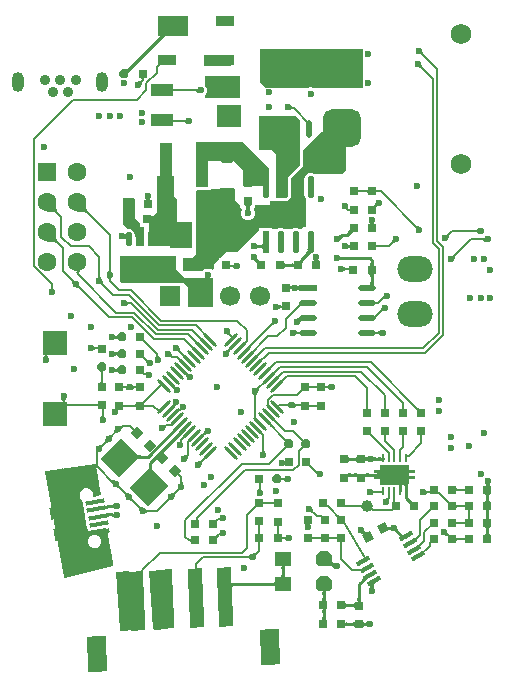
<source format=gtl>
G04*
G04 #@! TF.GenerationSoftware,Altium Limited,Altium Designer,22.0.2 (36)*
G04*
G04 Layer_Physical_Order=1*
G04 Layer_Color=255*
%FSLAX25Y25*%
%MOIN*%
G70*
G04*
G04 #@! TF.SameCoordinates,5891F61C-6817-4B1F-B1E3-DF0E04F861FB*
G04*
G04*
G04 #@! TF.FilePolarity,Positive*
G04*
G01*
G75*
%ADD13C,0.01000*%
%ADD18C,0.00500*%
%ADD20R,0.05906X0.03543*%
%ADD21R,0.03000X0.03000*%
%ADD22R,0.03000X0.03000*%
%ADD23O,0.05906X0.01968*%
%ADD24R,0.05906X0.01968*%
G04:AMPARAMS|DCode=25|XSize=9.84mil|YSize=61.02mil|CornerRadius=0mil|HoleSize=0mil|Usage=FLASHONLY|Rotation=135.000|XOffset=0mil|YOffset=0mil|HoleType=Round|Shape=Round|*
%AMOVALD25*
21,1,0.05118,0.00984,0.00000,0.00000,225.0*
1,1,0.00984,0.01810,0.01810*
1,1,0.00984,-0.01810,-0.01810*
%
%ADD25OVALD25*%

G04:AMPARAMS|DCode=26|XSize=9.84mil|YSize=61.02mil|CornerRadius=0mil|HoleSize=0mil|Usage=FLASHONLY|Rotation=45.000|XOffset=0mil|YOffset=0mil|HoleType=Round|Shape=Round|*
%AMOVALD26*
21,1,0.05118,0.00984,0.00000,0.00000,135.0*
1,1,0.00984,0.01810,-0.01810*
1,1,0.00984,-0.01810,0.01810*
%
%ADD26OVALD26*%

G04:AMPARAMS|DCode=27|XSize=49.38mil|YSize=20.95mil|CornerRadius=10.48mil|HoleSize=0mil|Usage=FLASHONLY|Rotation=270.000|XOffset=0mil|YOffset=0mil|HoleType=Round|Shape=RoundedRectangle|*
%AMROUNDEDRECTD27*
21,1,0.04938,0.00000,0,0,270.0*
21,1,0.02843,0.02095,0,0,270.0*
1,1,0.02095,0.00000,-0.01422*
1,1,0.02095,0.00000,0.01422*
1,1,0.02095,0.00000,0.01422*
1,1,0.02095,0.00000,-0.01422*
%
%ADD27ROUNDEDRECTD27*%
%ADD28R,0.02095X0.04938*%
%ADD29R,0.04331X0.14567*%
%ADD30R,0.03937X0.03150*%
G04:AMPARAMS|DCode=31|XSize=39.37mil|YSize=31.5mil|CornerRadius=0mil|HoleSize=0mil|Usage=FLASHONLY|Rotation=180.000|XOffset=0mil|YOffset=0mil|HoleType=Round|Shape=Octagon|*
%AMOCTAGOND31*
4,1,8,-0.01968,0.00787,-0.01968,-0.00787,-0.01181,-0.01575,0.01181,-0.01575,0.01968,-0.00787,0.01968,0.00787,0.01181,0.01575,-0.01181,0.01575,-0.01968,0.00787,0.0*
%
%ADD31OCTAGOND31*%

%ADD32R,0.07500X0.09000*%
%ADD33R,0.03500X0.05000*%
%ADD34R,0.05000X0.05500*%
G04:AMPARAMS|DCode=35|XSize=55mil|YSize=50mil|CornerRadius=0mil|HoleSize=0mil|Usage=FLASHONLY|Rotation=90.000|XOffset=0mil|YOffset=0mil|HoleType=Round|Shape=Octagon|*
%AMOCTAGOND35*
4,1,8,0.01250,0.02750,-0.01250,0.02750,-0.02500,0.01500,-0.02500,-0.01500,-0.01250,-0.02750,0.01250,-0.02750,0.02500,-0.01500,0.02500,0.01500,0.01250,0.02750,0.0*
%
%ADD35OCTAGOND35*%

%ADD36R,0.02134X0.07378*%
G04:AMPARAMS|DCode=37|XSize=73.78mil|YSize=21.34mil|CornerRadius=10.67mil|HoleSize=0mil|Usage=FLASHONLY|Rotation=90.000|XOffset=0mil|YOffset=0mil|HoleType=Round|Shape=RoundedRectangle|*
%AMROUNDEDRECTD37*
21,1,0.07378,0.00000,0,0,90.0*
21,1,0.05244,0.02134,0,0,90.0*
1,1,0.02134,0.00000,0.02622*
1,1,0.02134,0.00000,-0.02622*
1,1,0.02134,0.00000,-0.02622*
1,1,0.02134,0.00000,0.02622*
%
%ADD37ROUNDEDRECTD37*%
%ADD38O,0.01968X0.05906*%
%ADD39R,0.01968X0.05906*%
G04:AMPARAMS|DCode=40|XSize=48mil|YSize=15mil|CornerRadius=0mil|HoleSize=0mil|Usage=FLASHONLY|Rotation=30.000|XOffset=0mil|YOffset=0mil|HoleType=Round|Shape=Rectangle|*
%AMROTATEDRECTD40*
4,1,4,-0.01704,-0.01850,-0.02454,-0.00551,0.01704,0.01850,0.02454,0.00551,-0.01704,-0.01850,0.0*
%
%ADD40ROTATEDRECTD40*%

G04:AMPARAMS|DCode=41|XSize=62.99mil|YSize=118.11mil|CornerRadius=0mil|HoleSize=0mil|Usage=FLASHONLY|Rotation=2.500|XOffset=0mil|YOffset=0mil|HoleType=Round|Shape=Rectangle|*
%AMROTATEDRECTD41*
4,1,4,-0.02889,-0.06037,-0.03404,0.05763,0.02889,0.06037,0.03404,-0.05763,-0.02889,-0.06037,0.0*
%
%ADD41ROTATEDRECTD41*%

G04:AMPARAMS|DCode=42|XSize=47.24mil|YSize=196.85mil|CornerRadius=0mil|HoleSize=0mil|Usage=FLASHONLY|Rotation=182.500|XOffset=0mil|YOffset=0mil|HoleType=Round|Shape=Rectangle|*
%AMROTATEDRECTD42*
4,1,4,0.01931,0.09936,0.02789,-0.09730,-0.01931,-0.09936,-0.02789,0.09730,0.01931,0.09936,0.0*
%
%ADD42ROTATEDRECTD42*%

%ADD43R,0.07480X0.04016*%
G04:AMPARAMS|DCode=44|XSize=39.37mil|YSize=78.74mil|CornerRadius=0mil|HoleSize=0mil|Usage=FLASHONLY|Rotation=280.000|XOffset=0mil|YOffset=0mil|HoleType=Round|Shape=Rectangle|*
%AMROTATEDRECTD44*
4,1,4,-0.04219,0.01255,0.03535,0.02622,0.04219,-0.01255,-0.03535,-0.02622,-0.04219,0.01255,0.0*
%
%ADD44ROTATEDRECTD44*%

%ADD45P,0.08352X4X55.0*%
G04:AMPARAMS|DCode=46|XSize=59.06mil|YSize=74.8mil|CornerRadius=0mil|HoleSize=0mil|Usage=FLASHONLY|Rotation=10.000|XOffset=0mil|YOffset=0mil|HoleType=Round|Shape=Rectangle|*
%AMROTATEDRECTD46*
4,1,4,-0.02258,-0.04196,-0.03557,0.03171,0.02258,0.04196,0.03557,-0.03171,-0.02258,-0.04196,0.0*
%
%ADD46ROTATEDRECTD46*%

G04:AMPARAMS|DCode=47|XSize=13.78mil|YSize=62.99mil|CornerRadius=0mil|HoleSize=0mil|Usage=FLASHONLY|Rotation=100.000|XOffset=0mil|YOffset=0mil|HoleType=Round|Shape=Rectangle|*
%AMROTATEDRECTD47*
4,1,4,0.03221,-0.00132,-0.02982,-0.01225,-0.03221,0.00132,0.02982,0.01225,0.03221,-0.00132,0.0*
%
%ADD47ROTATEDRECTD47*%

%ADD48P,0.03247X8X112.5*%
%ADD49P,0.04243X4X360.0*%
%ADD50P,0.03247X8X22.5*%
%ADD51R,0.07874X0.07874*%
G04:AMPARAMS|DCode=52|XSize=94.49mil|YSize=86.61mil|CornerRadius=0mil|HoleSize=0mil|Usage=FLASHONLY|Rotation=225.000|XOffset=0mil|YOffset=0mil|HoleType=Round|Shape=Rectangle|*
%AMROTATEDRECTD52*
4,1,4,0.00278,0.06403,0.06403,0.00278,-0.00278,-0.06403,-0.06403,-0.00278,0.00278,0.06403,0.0*
%
%ADD52ROTATEDRECTD52*%

%ADD53R,0.05500X0.05000*%
G04:AMPARAMS|DCode=54|XSize=55mil|YSize=50mil|CornerRadius=0mil|HoleSize=0mil|Usage=FLASHONLY|Rotation=0.000|XOffset=0mil|YOffset=0mil|HoleType=Round|Shape=Octagon|*
%AMOCTAGOND54*
4,1,8,0.02750,-0.01250,0.02750,0.01250,0.01500,0.02500,-0.01500,0.02500,-0.02750,0.01250,-0.02750,-0.01250,-0.01500,-0.02500,0.01500,-0.02500,0.02750,-0.01250,0.0*
%
%ADD54OCTAGOND54*%

G04:AMPARAMS|DCode=55|XSize=23.62mil|YSize=9.45mil|CornerRadius=1.18mil|HoleSize=0mil|Usage=FLASHONLY|Rotation=90.000|XOffset=0mil|YOffset=0mil|HoleType=Round|Shape=RoundedRectangle|*
%AMROUNDEDRECTD55*
21,1,0.02362,0.00709,0,0,90.0*
21,1,0.02126,0.00945,0,0,90.0*
1,1,0.00236,0.00354,0.01063*
1,1,0.00236,0.00354,-0.01063*
1,1,0.00236,-0.00354,-0.01063*
1,1,0.00236,-0.00354,0.01063*
%
%ADD55ROUNDEDRECTD55*%
%ADD56P,0.04243X4X75.0*%
%ADD71R,0.12205X0.09055*%
%ADD101C,0.03937*%
G04:AMPARAMS|DCode=102|XSize=64.96mil|YSize=94.49mil|CornerRadius=1.62mil|HoleSize=0mil|Usage=FLASHONLY|Rotation=90.000|XOffset=0mil|YOffset=0mil|HoleType=Round|Shape=RoundedRectangle|*
%AMROUNDEDRECTD102*
21,1,0.06496,0.09124,0,0,90.0*
21,1,0.06171,0.09449,0,0,90.0*
1,1,0.00325,0.04562,0.03086*
1,1,0.00325,0.04562,-0.03086*
1,1,0.00325,-0.04562,-0.03086*
1,1,0.00325,-0.04562,0.03086*
%
%ADD102ROUNDEDRECTD102*%
%ADD103O,0.11811X0.08661*%
%ADD104C,0.06299*%
%ADD105R,0.06299X0.06299*%
%ADD106R,0.06693X0.06693*%
%ADD107C,0.06693*%
G04:AMPARAMS|DCode=108|XSize=125.98mil|YSize=125.98mil|CornerRadius=31.5mil|HoleSize=0mil|Usage=FLASHONLY|Rotation=270.000|XOffset=0mil|YOffset=0mil|HoleType=Round|Shape=RoundedRectangle|*
%AMROUNDEDRECTD108*
21,1,0.12598,0.06299,0,0,270.0*
21,1,0.06299,0.12598,0,0,270.0*
1,1,0.06299,-0.03150,-0.03150*
1,1,0.06299,-0.03150,0.03150*
1,1,0.06299,0.03150,0.03150*
1,1,0.06299,0.03150,-0.03150*
%
%ADD108ROUNDEDRECTD108*%
%ADD109C,0.12598*%
%ADD110C,0.06890*%
%ADD111O,0.03937X0.06693*%
%ADD112C,0.03543*%
%ADD113C,0.02362*%
G36*
X276772Y433071D02*
X266929D01*
Y439764D01*
X276772D01*
Y433071D01*
D02*
G37*
G36*
X355012Y428070D02*
X355035Y427786D01*
X355056Y427658D01*
X355084Y427541D01*
X355119Y427433D01*
X355160Y427334D01*
X355208Y427246D01*
X355262Y427167D01*
X355323Y427098D01*
X354970Y426744D01*
X354900Y426805D01*
X354822Y426860D01*
X354733Y426907D01*
X354635Y426948D01*
X354527Y426983D01*
X354409Y427011D01*
X354282Y427033D01*
X354144Y427047D01*
X353841Y427057D01*
X355010Y428227D01*
X355012Y428070D01*
D02*
G37*
G36*
X267648Y423252D02*
X267610Y423279D01*
X267565Y423292D01*
X267512Y423291D01*
X267452Y423276D01*
X267385Y423246D01*
X267311Y423203D01*
X267229Y423145D01*
X267140Y423073D01*
X266940Y422887D01*
X266587Y423240D01*
X266687Y423344D01*
X266845Y423529D01*
X266903Y423611D01*
X266946Y423685D01*
X266976Y423752D01*
X266991Y423812D01*
X266992Y423864D01*
X266979Y423910D01*
X266952Y423947D01*
X267648Y423252D01*
D02*
G37*
G36*
X291339Y423228D02*
X282283D01*
Y426772D01*
X291339D01*
Y423228D01*
D02*
G37*
G36*
X354726Y423454D02*
X354749Y423170D01*
X354771Y423042D01*
X354799Y422924D01*
X354833Y422816D01*
X354874Y422718D01*
X354922Y422629D01*
X354977Y422551D01*
X355037Y422481D01*
X354684Y422128D01*
X354615Y422189D01*
X354536Y422243D01*
X354447Y422291D01*
X354349Y422332D01*
X354241Y422367D01*
X354123Y422395D01*
X353996Y422416D01*
X353859Y422431D01*
X353555Y422441D01*
X354724Y423610D01*
X354726Y423454D01*
D02*
G37*
G36*
X257779Y421943D02*
X257584Y421740D01*
X257276Y421377D01*
X257164Y421216D01*
X257080Y421069D01*
X257024Y420937D01*
X256996Y420818D01*
X256996Y420714D01*
X257023Y420623D01*
X257079Y420547D01*
X255677Y421949D01*
X255753Y421893D01*
X255843Y421866D01*
X255948Y421866D01*
X256067Y421894D01*
X256199Y421950D01*
X256346Y422034D01*
X256506Y422146D01*
X256681Y422286D01*
X257072Y422650D01*
X257779Y421943D01*
D02*
G37*
G36*
X262173Y418992D02*
X262131Y418976D01*
X262093Y418951D01*
X262061Y418915D01*
X262033Y418869D01*
X262011Y418813D01*
X261993Y418746D01*
X261981Y418669D01*
X261973Y418582D01*
X261971Y418485D01*
X261471D01*
X261468Y418582D01*
X261461Y418669D01*
X261448Y418746D01*
X261431Y418813D01*
X261408Y418869D01*
X261381Y418915D01*
X261348Y418951D01*
X261311Y418976D01*
X261268Y418992D01*
X261221Y418997D01*
X262221D01*
X262173Y418992D01*
D02*
G37*
G36*
X261730Y418070D02*
X261669Y418001D01*
X261615Y417922D01*
X261567Y417833D01*
X261526Y417735D01*
X261491Y417627D01*
X261463Y417509D01*
X261442Y417382D01*
X261427Y417244D01*
X261417Y416941D01*
X260248Y418110D01*
X260405Y418112D01*
X260689Y418135D01*
X260816Y418156D01*
X260934Y418184D01*
X261042Y418219D01*
X261140Y418260D01*
X261229Y418308D01*
X261308Y418362D01*
X261377Y418423D01*
X261730Y418070D01*
D02*
G37*
G36*
X335039Y415748D02*
X318664D01*
X318150Y415961D01*
X317283D01*
X316769Y415748D01*
X302756D01*
X300787Y417717D01*
Y428740D01*
X335039D01*
Y415748D01*
D02*
G37*
G36*
X271831Y415413D02*
X271847Y415371D01*
X271872Y415333D01*
X271908Y415301D01*
X271954Y415273D01*
X272011Y415251D01*
X272077Y415233D01*
X272154Y415221D01*
X272241Y415213D01*
X272338Y415211D01*
Y414711D01*
X272241Y414708D01*
X272154Y414701D01*
X272077Y414688D01*
X272011Y414671D01*
X271954Y414648D01*
X271908Y414621D01*
X271872Y414588D01*
X271847Y414551D01*
X271831Y414508D01*
X271826Y414461D01*
Y415461D01*
X271831Y415413D01*
D02*
G37*
G36*
X280259Y414134D02*
X280147Y414244D01*
X279930Y414428D01*
X279824Y414503D01*
X279721Y414566D01*
X279621Y414618D01*
X279522Y414659D01*
X279426Y414688D01*
X279331Y414705D01*
X279239Y414711D01*
Y415211D01*
X279331Y415216D01*
X279426Y415234D01*
X279522Y415263D01*
X279621Y415303D01*
X279721Y415355D01*
X279824Y415418D01*
X279930Y415493D01*
X280037Y415580D01*
X280259Y415787D01*
Y414134D01*
D02*
G37*
G36*
X294094Y412598D02*
X282677D01*
Y413451D01*
X282951Y413725D01*
X283283Y414527D01*
Y415394D01*
X282951Y416196D01*
X282677Y416470D01*
Y419685D01*
X294094D01*
Y412598D01*
D02*
G37*
G36*
X311350Y409880D02*
X311422Y409771D01*
X311498Y409675D01*
X311577Y409592D01*
X311660Y409522D01*
X311746Y409464D01*
X311835Y409420D01*
X311928Y409388D01*
X312023Y409369D01*
X312123Y409362D01*
X311970Y408862D01*
X311894Y408858D01*
X311809Y408844D01*
X311716Y408822D01*
X311613Y408791D01*
X311381Y408702D01*
X311251Y408644D01*
X310809Y408416D01*
X311280Y410001D01*
X311350Y409880D01*
D02*
G37*
G36*
X271831Y405177D02*
X271847Y405134D01*
X271872Y405097D01*
X271908Y405064D01*
X271954Y405037D01*
X272011Y405014D01*
X272077Y404997D01*
X272154Y404984D01*
X272241Y404977D01*
X272338Y404974D01*
Y404474D01*
X272241Y404472D01*
X272154Y404464D01*
X272077Y404452D01*
X272011Y404434D01*
X271954Y404412D01*
X271908Y404384D01*
X271872Y404352D01*
X271847Y404314D01*
X271831Y404272D01*
X271826Y404224D01*
Y405224D01*
X271831Y405177D01*
D02*
G37*
G36*
X316584Y405052D02*
X316738Y404926D01*
X316806Y404882D01*
X316870Y404849D01*
X316928Y404829D01*
X316981Y404821D01*
X317028Y404825D01*
X317071Y404841D01*
X317108Y404869D01*
X316410Y404172D01*
X316439Y404209D01*
X316455Y404251D01*
X316459Y404299D01*
X316451Y404352D01*
X316430Y404410D01*
X316398Y404473D01*
X316353Y404542D01*
X316296Y404616D01*
X316228Y404695D01*
X316146Y404780D01*
X316500Y405133D01*
X316584Y405052D01*
D02*
G37*
G36*
X276322Y403898D02*
X276210Y404007D01*
X275993Y404192D01*
X275887Y404267D01*
X275784Y404330D01*
X275683Y404382D01*
X275585Y404423D01*
X275488Y404451D01*
X275394Y404469D01*
X275302Y404474D01*
Y404974D01*
X275394Y404980D01*
X275488Y404997D01*
X275585Y405026D01*
X275683Y405067D01*
X275784Y405119D01*
X275887Y405182D01*
X275993Y405257D01*
X276100Y405343D01*
X276322Y405551D01*
Y403898D01*
D02*
G37*
G36*
X294488Y402756D02*
X286614D01*
Y410236D01*
X294488D01*
Y402756D01*
D02*
G37*
G36*
X329528Y388189D02*
X328346Y387008D01*
X318994D01*
X318543Y387310D01*
X317736Y387470D01*
X316930Y387310D01*
X316246Y386853D01*
X315789Y386169D01*
X315629Y385362D01*
Y380118D01*
X315789Y379312D01*
X316142Y378784D01*
Y370472D01*
X314567Y368898D01*
X313805D01*
X313543Y369073D01*
X312736Y369233D01*
X311930Y369073D01*
X311667Y368898D01*
X308805D01*
X308543Y369073D01*
X307736Y369233D01*
X306930Y369073D01*
X306667Y368898D01*
X304803D01*
Y369193D01*
X300669D01*
Y368386D01*
X293307Y361024D01*
X289370D01*
X287540Y359193D01*
X287174D01*
Y358827D01*
X285433Y357087D01*
Y355335D01*
X284933Y355128D01*
X284700Y355361D01*
X283898Y355693D01*
X283031D01*
X282229Y355361D01*
X281615Y354748D01*
X281606Y354724D01*
X275197D01*
Y359055D01*
X278346D01*
X279528Y360236D01*
Y381496D01*
X279906Y381874D01*
X284661D01*
Y382283D01*
X292520D01*
Y378346D01*
X294094Y376772D01*
X294350D01*
Y375634D01*
X294677D01*
X294790Y375501D01*
X294953Y375134D01*
X294669Y374450D01*
Y373582D01*
X295001Y372780D01*
X295615Y372167D01*
X296416Y371835D01*
X297284D01*
X298086Y372167D01*
X298699Y372780D01*
X299031Y373582D01*
Y374450D01*
X298748Y375134D01*
X298911Y375501D01*
X299024Y375634D01*
X299350D01*
Y376772D01*
X307480D01*
X308839Y378130D01*
X309465D01*
X309855Y378208D01*
X310186Y378429D01*
X310957Y379200D01*
X311178Y379531D01*
X311256Y379921D01*
Y385798D01*
X314894Y389437D01*
X315115Y389767D01*
X315193Y390158D01*
Y395114D01*
X318397Y398318D01*
X318773Y398569D01*
X319025Y398946D01*
X321260Y401181D01*
X329528D01*
Y388189D01*
D02*
G37*
G36*
X303937Y388976D02*
Y383071D01*
X295276D01*
Y388189D01*
X292126Y391339D01*
X279528D01*
Y397638D01*
X295276D01*
X303937Y388976D01*
D02*
G37*
G36*
X339670Y381858D02*
X339686Y381816D01*
X339711Y381778D01*
X339747Y381746D01*
X339793Y381718D01*
X339849Y381696D01*
X339916Y381678D01*
X339993Y381665D01*
X340080Y381658D01*
X340177Y381656D01*
Y381155D01*
X340080Y381153D01*
X339993Y381146D01*
X339916Y381133D01*
X339849Y381116D01*
X339793Y381093D01*
X339747Y381066D01*
X339711Y381033D01*
X339686Y380995D01*
X339670Y380953D01*
X339665Y380906D01*
Y381906D01*
X339670Y381858D01*
D02*
G37*
G36*
X336701Y380906D02*
X336696Y380953D01*
X336681Y380995D01*
X336656Y381033D01*
X336621Y381066D01*
X336576Y381093D01*
X336521Y381116D01*
X336456Y381133D01*
X336381Y381146D01*
X336296Y381153D01*
X336201Y381155D01*
Y381656D01*
X336296Y381658D01*
X336381Y381665D01*
X336456Y381678D01*
X336521Y381696D01*
X336576Y381718D01*
X336621Y381746D01*
X336656Y381778D01*
X336681Y381816D01*
X336696Y381858D01*
X336701Y381906D01*
Y380906D01*
D02*
G37*
G36*
X333765Y381858D02*
X333780Y381816D01*
X333805Y381778D01*
X333841Y381746D01*
X333888Y381718D01*
X333944Y381696D01*
X334010Y381678D01*
X334087Y381665D01*
X334174Y381658D01*
X334272Y381656D01*
Y381155D01*
X334174Y381153D01*
X334087Y381146D01*
X334010Y381133D01*
X333944Y381116D01*
X333888Y381093D01*
X333841Y381066D01*
X333805Y381033D01*
X333780Y380995D01*
X333765Y380953D01*
X333759Y380906D01*
Y381906D01*
X333765Y381858D01*
D02*
G37*
G36*
X314173Y405118D02*
Y390158D01*
X310236Y386221D01*
Y379921D01*
X309465Y379150D01*
X306299D01*
Y393701D01*
X304724Y395276D01*
X300394D01*
Y406299D01*
X312992D01*
X314173Y405118D01*
D02*
G37*
G36*
X263891Y379463D02*
X263906Y379293D01*
X263931Y379143D01*
X263948Y379078D01*
X264213D01*
X264151Y379011D01*
X264095Y378938D01*
X264046Y378859D01*
X264042Y378852D01*
X264066Y378813D01*
X264131Y378743D01*
X264206Y378693D01*
X264291Y378663D01*
X264386Y378653D01*
X263958D01*
X263938Y378587D01*
X263915Y378485D01*
X263899Y378377D01*
X263889Y378263D01*
X263886Y378142D01*
X262886D01*
X262883Y378263D01*
X262873Y378377D01*
X262856Y378485D01*
X262834Y378587D01*
X262813Y378653D01*
X262386D01*
X262481Y378663D01*
X262566Y378693D01*
X262641Y378743D01*
X262706Y378813D01*
X262729Y378852D01*
X262726Y378859D01*
X262677Y378938D01*
X262621Y379011D01*
X262559Y379078D01*
X262823D01*
X262841Y379143D01*
X262866Y379293D01*
X262881Y379463D01*
X262886Y379653D01*
X263886D01*
X263891Y379463D01*
D02*
G37*
G36*
X340475Y376380D02*
X340322Y376387D01*
X340043Y376377D01*
X339918Y376360D01*
X339801Y376336D01*
X339694Y376304D01*
X339652Y376288D01*
X339641Y376263D01*
X339626Y376204D01*
X339625Y376151D01*
X339638Y376106D01*
X339665Y376068D01*
X339512Y376221D01*
X339507Y376218D01*
X339427Y376164D01*
X339357Y376102D01*
X339023Y376475D01*
X339083Y376542D01*
X339127Y376606D01*
X338970Y376763D01*
X339008Y376736D01*
X339053Y376723D01*
X339105Y376725D01*
X339165Y376740D01*
X339207Y376759D01*
X339228Y376806D01*
X339266Y376915D01*
X339298Y377034D01*
X339325Y377163D01*
X339346Y377302D01*
X339371Y377611D01*
X340475Y376380D01*
D02*
G37*
G36*
X297755Y376648D02*
X297670Y376617D01*
X297595Y376567D01*
X297530Y376496D01*
X297475Y376405D01*
X297430Y376293D01*
X297395Y376162D01*
X297370Y376010D01*
X297355Y375838D01*
X297352Y375722D01*
X297354Y375674D01*
X297363Y375560D01*
X297380Y375452D01*
X297403Y375350D01*
X297432Y375253D01*
X297468Y375163D01*
X297511Y375078D01*
X297559Y374999D01*
X297615Y374926D01*
X297677Y374859D01*
X296024D01*
X296086Y374926D01*
X296141Y374999D01*
X296190Y375078D01*
X296233Y375163D01*
X296269Y375253D01*
X296298Y375350D01*
X296321Y375452D01*
X296337Y375560D01*
X296347Y375674D01*
X296348Y375722D01*
X296345Y375838D01*
X296330Y376010D01*
X296305Y376162D01*
X296270Y376293D01*
X296225Y376405D01*
X296170Y376496D01*
X296105Y376567D01*
X296030Y376617D01*
X295945Y376648D01*
X295850Y376658D01*
X297850D01*
X297755Y376648D01*
D02*
G37*
G36*
X330222Y375907D02*
X330217Y375864D01*
X330219Y375820D01*
X330228Y375774D01*
X330245Y375726D01*
X330269Y375677D01*
X330300Y375626D01*
X330338Y375574D01*
X330367Y375539D01*
X330391Y375540D01*
X330475Y375547D01*
X330551Y375560D01*
X330615Y375577D01*
X330670Y375600D01*
X330715Y375627D01*
X330750Y375660D01*
X330775Y375697D01*
X330790Y375740D01*
X330796Y375787D01*
Y374787D01*
X330790Y374835D01*
X330775Y374877D01*
X330750Y374915D01*
X330715Y374947D01*
X330670Y374975D01*
X330615Y374997D01*
X330551Y375015D01*
X330475Y375027D01*
X330391Y375035D01*
X330295Y375037D01*
Y375323D01*
X330083Y375111D01*
X330029Y375162D01*
X329976Y375206D01*
X329925Y375242D01*
X329876Y375272D01*
X329828Y375294D01*
X329781Y375309D01*
X329736Y375317D01*
X329693Y375318D01*
X329650Y375311D01*
X329610Y375297D01*
X330234Y375948D01*
X330222Y375907D01*
D02*
G37*
G36*
X242914Y377159D02*
X242993Y375836D01*
X243045Y375480D01*
X243110Y375166D01*
X243188Y374895D01*
X243278Y374666D01*
X243381Y374480D01*
X243497Y374337D01*
X243143Y373983D01*
X243000Y374099D01*
X242814Y374202D01*
X242585Y374293D01*
X242314Y374370D01*
X242001Y374435D01*
X241645Y374487D01*
X240805Y374552D01*
X239795Y374567D01*
X242913Y377685D01*
X242914Y377159D01*
D02*
G37*
G36*
X232914D02*
X232994Y375836D01*
X233046Y375480D01*
X233110Y375166D01*
X233188Y374895D01*
X233278Y374666D01*
X233381Y374480D01*
X233497Y374337D01*
X233143Y373983D01*
X233000Y374099D01*
X232814Y374202D01*
X232585Y374293D01*
X232314Y374370D01*
X232001Y374435D01*
X231645Y374487D01*
X230805Y374552D01*
X229795Y374567D01*
X232913Y377685D01*
X232914Y377159D01*
D02*
G37*
G36*
X338441Y371092D02*
X338449Y371005D01*
X338461Y370928D01*
X338479Y370861D01*
X338499Y370810D01*
X339016D01*
X338906Y370698D01*
X338722Y370481D01*
X338647Y370376D01*
X338583Y370272D01*
X338531Y370172D01*
X338491Y370073D01*
X338462Y369977D01*
X338445Y369882D01*
X338439Y369791D01*
X337939D01*
X337933Y369882D01*
X337916Y369977D01*
X337887Y370073D01*
X337847Y370172D01*
X337795Y370272D01*
X337731Y370376D01*
X337656Y370481D01*
X337570Y370588D01*
X337362Y370810D01*
X337879D01*
X337899Y370861D01*
X337916Y370928D01*
X337929Y371005D01*
X337936Y371092D01*
X337939Y371189D01*
X338439D01*
X338441Y371092D01*
D02*
G37*
G36*
X352866Y369937D02*
X352944Y369883D01*
X353033Y369835D01*
X353131Y369794D01*
X353239Y369759D01*
X353357Y369731D01*
X353484Y369710D01*
X353622Y369695D01*
X353925Y369685D01*
X352756Y368516D01*
X352754Y368672D01*
X352731Y368956D01*
X352710Y369084D01*
X352682Y369202D01*
X352647Y369310D01*
X352606Y369408D01*
X352558Y369497D01*
X352504Y369575D01*
X352443Y369644D01*
X352797Y369998D01*
X352866Y369937D01*
D02*
G37*
G36*
X332210Y367725D02*
X332133Y367780D01*
X332042Y367807D01*
X331936Y367806D01*
X331817Y367777D01*
X331682Y367719D01*
X331534Y367633D01*
X331371Y367518D01*
X331193Y367376D01*
X330796Y367006D01*
X330088Y367713D01*
X330288Y367919D01*
X330601Y368288D01*
X330715Y368451D01*
X330802Y368600D01*
X330859Y368734D01*
X330889Y368854D01*
X330890Y368959D01*
X330863Y369050D01*
X330807Y369127D01*
X332210Y367725D01*
D02*
G37*
G36*
X373566Y367284D02*
X373454Y367393D01*
X373237Y367578D01*
X373131Y367653D01*
X373028Y367716D01*
X372928Y367768D01*
X372829Y367808D01*
X372733Y367837D01*
X372638Y367854D01*
X372547Y367860D01*
Y368360D01*
X372638Y368366D01*
X372733Y368383D01*
X372829Y368412D01*
X372928Y368453D01*
X373028Y368504D01*
X373131Y368568D01*
X373237Y368643D01*
X373344Y368729D01*
X373566Y368937D01*
Y367284D01*
D02*
G37*
G36*
X256155Y366833D02*
X256244Y366809D01*
X256349Y366790D01*
X256461Y366778D01*
X256581Y366775D01*
X256337Y365775D01*
X256216Y365773D01*
X256086Y365762D01*
X256054Y365275D01*
X256050Y365370D01*
X256024Y365455D01*
X255977Y365530D01*
X255908Y365595D01*
X255817Y365650D01*
X255705Y365695D01*
X255703Y365695D01*
X255693Y365693D01*
X255604Y365663D01*
X255521Y365629D01*
X255443Y365590D01*
X255370Y365547D01*
X255417Y365755D01*
X255417Y365755D01*
X255240Y365770D01*
X255042Y365775D01*
Y366775D01*
X255253Y366780D01*
X255443Y366795D01*
X255611Y366819D01*
X255661Y366831D01*
X255733Y367150D01*
X255783Y367078D01*
X255840Y367015D01*
X255905Y366958D01*
X255945Y366932D01*
X255985Y366953D01*
X256067Y367018D01*
X256128Y367092D01*
X256166Y367176D01*
X256183Y367270D01*
X256155Y366833D01*
D02*
G37*
G36*
X328056Y365956D02*
X327973Y365870D01*
X327827Y365698D01*
X327764Y365612D01*
X327708Y365527D01*
X327660Y365442D01*
X327618Y365357D01*
X327582Y365273D01*
X327554Y365189D01*
X327533Y365105D01*
X326650Y366504D01*
X326737Y366489D01*
X326825Y366484D01*
X326912Y366491D01*
X327000Y366508D01*
X327087Y366537D01*
X327175Y366576D01*
X327263Y366626D01*
X327351Y366687D01*
X327439Y366760D01*
X327528Y366843D01*
X328056Y365956D01*
D02*
G37*
G36*
X364050Y366889D02*
X363989Y366820D01*
X363935Y366741D01*
X363887Y366652D01*
X363846Y366554D01*
X363811Y366446D01*
X363783Y366328D01*
X363762Y366201D01*
X363747Y366063D01*
X363737Y365760D01*
X362567Y366929D01*
X362724Y366931D01*
X363008Y366954D01*
X363136Y366975D01*
X363253Y367003D01*
X363362Y367038D01*
X363460Y367079D01*
X363548Y367127D01*
X363627Y367181D01*
X363696Y367242D01*
X364050Y366889D01*
D02*
G37*
G36*
X375928Y364496D02*
X375816Y364606D01*
X375599Y364790D01*
X375494Y364865D01*
X375391Y364929D01*
X375290Y364981D01*
X375191Y365021D01*
X375095Y365050D01*
X375001Y365067D01*
X374909Y365073D01*
Y365573D01*
X375001Y365579D01*
X375095Y365596D01*
X375191Y365625D01*
X375290Y365665D01*
X375391Y365717D01*
X375494Y365780D01*
X375599Y365856D01*
X375707Y365942D01*
X375928Y366150D01*
Y364496D01*
D02*
G37*
G36*
X232914Y367159D02*
X232994Y365836D01*
X233046Y365479D01*
X233110Y365166D01*
X233188Y364895D01*
X233278Y364666D01*
X233381Y364480D01*
X233497Y364337D01*
X233143Y363983D01*
X233000Y364099D01*
X232814Y364202D01*
X232585Y364293D01*
X232314Y364370D01*
X232001Y364435D01*
X231645Y364487D01*
X230805Y364552D01*
X229795Y364567D01*
X232913Y367685D01*
X232914Y367159D01*
D02*
G37*
G36*
X346051Y364173D02*
X345895Y364172D01*
X345610Y364148D01*
X345483Y364127D01*
X345365Y364099D01*
X345257Y364065D01*
X345159Y364023D01*
X345070Y363976D01*
X344991Y363921D01*
X344922Y363860D01*
X344569Y364214D01*
X344630Y364283D01*
X344684Y364362D01*
X344732Y364450D01*
X344773Y364548D01*
X344808Y364656D01*
X344836Y364774D01*
X344857Y364902D01*
X344872Y365039D01*
X344882Y365342D01*
X346051Y364173D01*
D02*
G37*
G36*
X272047Y379921D02*
X273228Y378740D01*
Y362992D01*
X263779D01*
Y373228D01*
X265354D01*
X266535Y374410D01*
Y386614D01*
X272047D01*
Y379921D01*
D02*
G37*
G36*
X259055Y378740D02*
Y372441D01*
X260817Y370679D01*
Y369547D01*
X261949D01*
X262205Y369291D01*
Y362992D01*
X259449D01*
Y365354D01*
Y366142D01*
X259174Y366416D01*
Y366776D01*
X259015Y367575D01*
X258563Y368252D01*
X257886Y368705D01*
X257087Y368864D01*
X256786Y368804D01*
X255118Y370472D01*
Y379134D01*
X258661D01*
X259055Y378740D01*
D02*
G37*
G36*
X339682Y363535D02*
X339697Y363493D01*
X339722Y363455D01*
X339757Y363423D01*
X339802Y363395D01*
X339857Y363373D01*
X339922Y363355D01*
X339997Y363343D01*
X340082Y363335D01*
X340177Y363333D01*
Y362833D01*
X340082Y362830D01*
X339997Y362823D01*
X339922Y362810D01*
X339857Y362793D01*
X339802Y362770D01*
X339757Y362743D01*
X339722Y362710D01*
X339697Y362673D01*
X339682Y362630D01*
X339677Y362583D01*
Y363583D01*
X339682Y363535D01*
D02*
G37*
G36*
X330089Y363709D02*
X330307Y363525D01*
X330412Y363450D01*
X330515Y363386D01*
X330616Y363334D01*
X330683Y363307D01*
X330726Y363332D01*
X330761Y363365D01*
X330787Y363402D01*
X330802Y363445D01*
X330807Y363492D01*
Y363266D01*
X330811Y363265D01*
X330905Y363248D01*
X330997Y363242D01*
Y362742D01*
X330905Y362736D01*
X330811Y362719D01*
X330807Y362718D01*
Y362492D01*
X330802Y362540D01*
X330787Y362582D01*
X330761Y362620D01*
X330726Y362652D01*
X330683Y362677D01*
X330616Y362650D01*
X330515Y362598D01*
X330412Y362534D01*
X330307Y362459D01*
X330199Y362373D01*
X329977Y362165D01*
Y363819D01*
X330089Y363709D01*
D02*
G37*
G36*
X299729Y363757D02*
X299802Y363701D01*
X299881Y363652D01*
X299966Y363610D01*
X300056Y363574D01*
X300153Y363544D01*
X300255Y363522D01*
X300363Y363505D01*
X300478Y363495D01*
X300598Y363492D01*
Y362492D01*
X300478Y362489D01*
X300363Y362479D01*
X300255Y362463D01*
X300153Y362440D01*
X300056Y362410D01*
X299966Y362374D01*
X299881Y362332D01*
X299802Y362283D01*
X299729Y362227D01*
X299662Y362165D01*
Y363819D01*
X299729Y363757D01*
D02*
G37*
G36*
X301693Y361992D02*
X301683Y362087D01*
X301653Y362172D01*
X301602Y362247D01*
X301531Y362312D01*
X301440Y362367D01*
X301329Y362412D01*
X301197Y362447D01*
X301045Y362472D01*
X300873Y362487D01*
X300681Y362492D01*
Y363492D01*
X300873Y363497D01*
X301045Y363512D01*
X301197Y363537D01*
X301329Y363572D01*
X301440Y363617D01*
X301531Y363672D01*
X301602Y363737D01*
X301653Y363812D01*
X301683Y363897D01*
X301693Y363992D01*
Y361992D01*
D02*
G37*
G36*
X318012Y360854D02*
X317889Y360832D01*
X317765Y360800D01*
X317642Y360756D01*
X317518Y360701D01*
X317394Y360636D01*
X317270Y360560D01*
X317145Y360472D01*
X317020Y360374D01*
X316769Y360145D01*
X316033Y360822D01*
X316219Y361016D01*
X316512Y361364D01*
X316617Y361518D01*
X316696Y361659D01*
X316747Y361787D01*
X316772Y361902D01*
X316770Y362004D01*
X316740Y362093D01*
X316684Y362169D01*
X318012Y360854D01*
D02*
G37*
G36*
X366061Y359802D02*
X366000Y359733D01*
X365946Y359654D01*
X365898Y359565D01*
X365857Y359467D01*
X365822Y359359D01*
X365794Y359242D01*
X365773Y359114D01*
X365758Y358977D01*
X365748Y358673D01*
X364579Y359842D01*
X364735Y359844D01*
X365019Y359867D01*
X365147Y359889D01*
X365265Y359917D01*
X365373Y359951D01*
X365471Y359993D01*
X365560Y360040D01*
X365638Y360095D01*
X365707Y360156D01*
X366061Y359802D01*
D02*
G37*
G36*
X327288Y359820D02*
X327361Y359764D01*
X327440Y359715D01*
X327525Y359673D01*
X327615Y359637D01*
X327712Y359607D01*
X327814Y359584D01*
X327923Y359568D01*
X328037Y359558D01*
X328157Y359555D01*
Y358555D01*
X328037Y358552D01*
X327923Y358542D01*
X327814Y358526D01*
X327712Y358503D01*
X327615Y358473D01*
X327525Y358437D01*
X327440Y358395D01*
X327361Y358346D01*
X327288Y358290D01*
X327221Y358228D01*
Y359882D01*
X327288Y359820D01*
D02*
G37*
G36*
X320190Y358989D02*
X320205Y358817D01*
X320230Y358665D01*
X320246Y358605D01*
X320512D01*
X320450Y358538D01*
X320394Y358465D01*
X320345Y358387D01*
X320339Y358374D01*
X320365Y358331D01*
X320430Y358260D01*
X320505Y358209D01*
X320590Y358179D01*
X320685Y358169D01*
X320254D01*
X320237Y358115D01*
X320214Y358013D01*
X320198Y357904D01*
X320188Y357790D01*
X320185Y357670D01*
X319185D01*
X319182Y357790D01*
X319172Y357904D01*
X319156Y358013D01*
X319133Y358115D01*
X319116Y358169D01*
X318685D01*
X318780Y358179D01*
X318865Y358209D01*
X318940Y358260D01*
X319005Y358331D01*
X319031Y358374D01*
X319025Y358387D01*
X318976Y358465D01*
X318920Y358538D01*
X318858Y358605D01*
X319124D01*
X319140Y358665D01*
X319165Y358817D01*
X319180Y358989D01*
X319185Y359181D01*
X320185D01*
X320190Y358989D01*
D02*
G37*
G36*
X299966Y359134D02*
X299965Y359046D01*
X299974Y358957D01*
X299993Y358869D01*
X300024Y358781D01*
X300064Y358692D01*
X300115Y358604D01*
X300152Y358552D01*
X300356Y358379D01*
X300519Y358266D01*
X300668Y358181D01*
X300802Y358124D01*
X300922Y358096D01*
X301028D01*
X301120Y358124D01*
X301198Y358181D01*
X299784Y356767D01*
X299840Y356844D01*
X299868Y356936D01*
Y357043D01*
X299840Y357163D01*
X299784Y357297D01*
X299699Y357446D01*
X299586Y357608D01*
X299444Y357785D01*
X299307Y357932D01*
X299220Y358005D01*
X299134Y358066D01*
X299048Y358121D01*
X298961Y358168D01*
X298875Y358208D01*
X298789Y358241D01*
X298702Y358267D01*
X298616Y358285D01*
X299978Y359223D01*
X299966Y359134D01*
D02*
G37*
G36*
X338694Y357416D02*
X338709Y357246D01*
X338734Y357096D01*
X338769Y356966D01*
X338814Y356856D01*
X338869Y356766D01*
X338934Y356696D01*
X339009Y356646D01*
X339094Y356616D01*
X339189Y356606D01*
X337189D01*
X337284Y356616D01*
X337369Y356646D01*
X337444Y356696D01*
X337509Y356766D01*
X337564Y356856D01*
X337609Y356966D01*
X337644Y357096D01*
X337669Y357246D01*
X337684Y357416D01*
X337689Y357606D01*
X338689D01*
X338694Y357416D01*
D02*
G37*
G36*
X292464Y355472D02*
X292352Y355582D01*
X292134Y355767D01*
X292029Y355842D01*
X291926Y355905D01*
X291825Y355957D01*
X291727Y355997D01*
X291630Y356026D01*
X291536Y356043D01*
X291530Y356044D01*
X291477Y356039D01*
X291400Y356027D01*
X291334Y356009D01*
X291278Y355987D01*
X291231Y355959D01*
X291196Y355927D01*
X291170Y355889D01*
X291155Y355847D01*
X291149Y355799D01*
Y356799D01*
X291155Y356752D01*
X291170Y356709D01*
X291196Y356672D01*
X291231Y356639D01*
X291278Y356612D01*
X291334Y356589D01*
X291400Y356572D01*
X291477Y356559D01*
X291530Y356555D01*
X291536Y356555D01*
X291630Y356572D01*
X291727Y356601D01*
X291825Y356642D01*
X291926Y356693D01*
X292029Y356757D01*
X292134Y356832D01*
X292242Y356918D01*
X292464Y357126D01*
Y355472D01*
D02*
G37*
G36*
X311910Y355693D02*
X311900Y355788D01*
X311869Y355873D01*
X311819Y355948D01*
X311748Y356013D01*
X311657Y356068D01*
X311545Y356113D01*
X311414Y356148D01*
X311262Y356173D01*
X311090Y356188D01*
X310898Y356193D01*
Y357193D01*
X311090Y357198D01*
X311262Y357213D01*
X311414Y357238D01*
X311545Y357273D01*
X311657Y357318D01*
X311748Y357373D01*
X311819Y357438D01*
X311869Y357513D01*
X311900Y357598D01*
X311910Y357693D01*
Y355693D01*
D02*
G37*
G36*
X308876Y357598D02*
X308906Y357513D01*
X308957Y357438D01*
X309028Y357373D01*
X309119Y357318D01*
X309230Y357273D01*
X309362Y357238D01*
X309513Y357213D01*
X309685Y357198D01*
X309878Y357193D01*
Y356193D01*
X309685Y356188D01*
X309513Y356173D01*
X309362Y356148D01*
X309230Y356113D01*
X309119Y356068D01*
X309028Y356013D01*
X308957Y355948D01*
X308906Y355873D01*
X308876Y355788D01*
X308866Y355693D01*
Y357693D01*
X308876Y357598D01*
D02*
G37*
G36*
X330504Y355012D02*
X330499Y355059D01*
X330484Y355102D01*
X330458Y355139D01*
X330422Y355172D01*
X330376Y355199D01*
X330320Y355222D01*
X330253Y355239D01*
X330177Y355252D01*
X330090Y355259D01*
X329992Y355262D01*
Y355762D01*
X330090Y355764D01*
X330177Y355772D01*
X330253Y355784D01*
X330320Y355802D01*
X330376Y355824D01*
X330422Y355852D01*
X330458Y355884D01*
X330484Y355922D01*
X330499Y355964D01*
X330504Y356012D01*
Y355012D01*
D02*
G37*
G36*
X328908Y356229D02*
X329125Y356044D01*
X329231Y355970D01*
X329334Y355906D01*
X329435Y355854D01*
X329533Y355814D01*
X329630Y355785D01*
X329724Y355768D01*
X329816Y355762D01*
Y355262D01*
X329724Y355256D01*
X329630Y355239D01*
X329533Y355210D01*
X329435Y355170D01*
X329334Y355118D01*
X329231Y355054D01*
X329125Y354979D01*
X329018Y354893D01*
X328796Y354685D01*
Y356339D01*
X328908Y356229D01*
D02*
G37*
G36*
X251043Y355314D02*
X251061Y355220D01*
X251089Y355124D01*
X251130Y355025D01*
X251182Y354924D01*
X251245Y354821D01*
X251320Y354716D01*
X251407Y354608D01*
X251614Y354387D01*
X249961D01*
X250070Y354499D01*
X250255Y354716D01*
X250330Y354821D01*
X250393Y354924D01*
X250445Y355025D01*
X250485Y355124D01*
X250514Y355220D01*
X250532Y355314D01*
X250537Y355406D01*
X251037D01*
X251043Y355314D01*
D02*
G37*
G36*
X240858Y354753D02*
X240751Y354686D01*
X240657Y354611D01*
X240576Y354525D01*
X240507Y354431D01*
X240450Y354327D01*
X240406Y354213D01*
X240375Y354091D01*
X240356Y353959D01*
X240350Y353817D01*
X239850D01*
X239843Y353948D01*
X239824Y354067D01*
X239791Y354175D01*
X239745Y354272D01*
X239686Y354358D01*
X239614Y354433D01*
X239529Y354496D01*
X239431Y354548D01*
X239320Y354589D01*
X239195Y354619D01*
X240977Y354810D01*
X240858Y354753D01*
D02*
G37*
G36*
X339003Y353632D02*
X338918Y353602D01*
X338843Y353551D01*
X338778Y353480D01*
X338723Y353389D01*
X338678Y353278D01*
X338643Y353146D01*
X338618Y352994D01*
X338603Y352822D01*
X338598Y352630D01*
X337598D01*
X337593Y352822D01*
X337578Y352994D01*
X337553Y353146D01*
X337518Y353278D01*
X337473Y353389D01*
X337418Y353480D01*
X337353Y353551D01*
X337278Y353602D01*
X337193Y353632D01*
X337098Y353642D01*
X339098D01*
X339003Y353632D01*
D02*
G37*
G36*
X247500Y353346D02*
X247517Y353252D01*
X247546Y353155D01*
X247586Y353057D01*
X247638Y352956D01*
X247702Y352853D01*
X247777Y352748D01*
X247863Y352640D01*
X248071Y352418D01*
X246417D01*
X246527Y352530D01*
X246711Y352748D01*
X246786Y352853D01*
X246850Y352956D01*
X246902Y353057D01*
X246942Y353155D01*
X246971Y353252D01*
X246988Y353346D01*
X246994Y353438D01*
X247494D01*
X247500Y353346D01*
D02*
G37*
G36*
X251505Y352588D02*
X251320Y352371D01*
X251245Y352265D01*
X251182Y352162D01*
X251130Y352061D01*
X251089Y351963D01*
X251061Y351866D01*
X251043Y351772D01*
X251037Y351680D01*
X250537D01*
X250532Y351772D01*
X250514Y351866D01*
X250485Y351963D01*
X250445Y352061D01*
X250393Y352162D01*
X250330Y352265D01*
X250255Y352371D01*
X250168Y352478D01*
X249961Y352700D01*
X251614D01*
X251505Y352588D01*
D02*
G37*
G36*
X238299Y351827D02*
X238377Y351772D01*
X238466Y351725D01*
X238564Y351684D01*
X238672Y351649D01*
X238790Y351621D01*
X238917Y351600D01*
X239055Y351585D01*
X239358Y351575D01*
X238189Y350406D01*
X238187Y350562D01*
X238164Y350846D01*
X238143Y350974D01*
X238115Y351092D01*
X238080Y351200D01*
X238039Y351298D01*
X237991Y351386D01*
X237937Y351465D01*
X237876Y351534D01*
X238229Y351888D01*
X238299Y351827D01*
D02*
G37*
G36*
X248427Y351406D02*
X248450Y351122D01*
X248471Y350995D01*
X248499Y350877D01*
X248534Y350769D01*
X248575Y350671D01*
X248623Y350582D01*
X248677Y350503D01*
X248738Y350434D01*
X248385Y350081D01*
X248316Y350142D01*
X248237Y350196D01*
X248148Y350244D01*
X248050Y350285D01*
X247942Y350320D01*
X247824Y350347D01*
X247697Y350369D01*
X247559Y350384D01*
X247256Y350394D01*
X248425Y351563D01*
X248427Y351406D01*
D02*
G37*
G36*
X338598Y351220D02*
X338603Y351005D01*
X338618Y350811D01*
X338643Y350639D01*
X338677Y350489D01*
X338722Y350361D01*
X338776Y350254D01*
X338840Y350170D01*
X338914Y350107D01*
X338998Y350066D01*
X339092Y350047D01*
X337098Y350212D01*
X337193Y350214D01*
X337278Y350239D01*
X337353Y350285D01*
X337418Y350354D01*
X337473Y350444D01*
X337518Y350556D01*
X337553Y350690D01*
X337578Y350846D01*
X337593Y351024D01*
X337598Y351224D01*
X338598Y351220D01*
D02*
G37*
G36*
X312598Y349213D02*
X311755Y348386D01*
X311533Y348593D01*
X311426Y348680D01*
X311320Y348755D01*
X311217Y348818D01*
X311117Y348870D01*
X311111Y348873D01*
X311049Y348898D01*
X311007Y348873D01*
X310971Y348840D01*
X310945Y348803D01*
X310930Y348760D01*
X310925Y348713D01*
Y348938D01*
X310922Y348939D01*
X310827Y348957D01*
X310735Y348963D01*
Y349463D01*
X310827Y349468D01*
X310922Y349486D01*
X310925Y349487D01*
Y349713D01*
X310930Y349665D01*
X310945Y349623D01*
X310971Y349585D01*
X311007Y349553D01*
X311049Y349527D01*
X311117Y349555D01*
X311217Y349607D01*
X311320Y349670D01*
X311426Y349745D01*
X311643Y349930D01*
X311755Y350039D01*
X312598Y349213D01*
D02*
G37*
G36*
X240553Y350225D02*
X240576Y349941D01*
X240597Y349814D01*
X240625Y349696D01*
X240660Y349588D01*
X240701Y349490D01*
X240749Y349401D01*
X240803Y349322D01*
X240864Y349253D01*
X240511Y348900D01*
X240442Y348960D01*
X240363Y349015D01*
X240274Y349063D01*
X240176Y349104D01*
X240068Y349138D01*
X239950Y349166D01*
X239823Y349188D01*
X239686Y349203D01*
X239382Y349213D01*
X240551Y350382D01*
X240553Y350225D01*
D02*
G37*
G36*
X313554Y349930D02*
X313771Y349745D01*
X313876Y349670D01*
X313972Y349611D01*
X313980Y349623D01*
X313995Y349665D01*
X314000Y349713D01*
Y349596D01*
X314080Y349555D01*
X314179Y349515D01*
X314275Y349486D01*
X314370Y349468D01*
X314461Y349463D01*
Y348963D01*
X314370Y348957D01*
X314275Y348939D01*
X314179Y348911D01*
X314080Y348870D01*
X314000Y348829D01*
Y348713D01*
X313995Y348760D01*
X313980Y348803D01*
X313972Y348814D01*
X313876Y348755D01*
X313771Y348680D01*
X313664Y348593D01*
X313442Y348386D01*
X312598Y349213D01*
X313442Y350039D01*
X313554Y349930D01*
D02*
G37*
G36*
X231752Y349409D02*
X231769Y349315D01*
X231798Y349218D01*
X231838Y349120D01*
X231890Y349019D01*
X231954Y348916D01*
X232029Y348811D01*
X232115Y348703D01*
X232323Y348481D01*
X230669D01*
X230779Y348593D01*
X230963Y348811D01*
X231038Y348916D01*
X231102Y349019D01*
X231154Y349120D01*
X231194Y349218D01*
X231223Y349315D01*
X231240Y349409D01*
X231246Y349501D01*
X231746D01*
X231752Y349409D01*
D02*
G37*
G36*
X342755Y345412D02*
X342639Y345468D01*
X342527Y345510D01*
X342420Y345538D01*
X342317Y345553D01*
X342218Y345554D01*
X342124Y345541D01*
X342034Y345514D01*
X341949Y345474D01*
X341867Y345420D01*
X341791Y345352D01*
X341504Y345773D01*
X341572Y345845D01*
X341640Y345927D01*
X341782Y346123D01*
X341855Y346236D01*
X342081Y346639D01*
X342238Y346959D01*
X342755Y345412D01*
D02*
G37*
G36*
X339414Y344679D02*
X339433Y344638D01*
X339463Y344601D01*
X339507Y344570D01*
X339562Y344543D01*
X339630Y344521D01*
X339710Y344504D01*
X339802Y344492D01*
X339907Y344485D01*
X340024Y344482D01*
Y343982D01*
X339907Y343980D01*
X339710Y343960D01*
X339630Y343943D01*
X339562Y343921D01*
X339507Y343895D01*
X339463Y343863D01*
X339433Y343827D01*
X339414Y343785D01*
X339408Y343739D01*
Y344726D01*
X339414Y344679D01*
D02*
G37*
G36*
X314684Y343308D02*
X314648Y343338D01*
X314608Y343356D01*
X314561Y343361D01*
X314510Y343355D01*
X314453Y343336D01*
X314391Y343304D01*
X314323Y343261D01*
X314250Y343205D01*
X314172Y343137D01*
X314088Y343056D01*
X313744Y343420D01*
X313826Y343505D01*
X313954Y343660D01*
X313999Y343730D01*
X314033Y343794D01*
X314054Y343854D01*
X314064Y343908D01*
X314061Y343957D01*
X314047Y344001D01*
X314020Y344040D01*
X314684Y343308D01*
D02*
G37*
G36*
X256467Y344812D02*
X256684Y344627D01*
X256790Y344552D01*
X256893Y344489D01*
X256994Y344437D01*
X257092Y344396D01*
X257189Y344368D01*
X257283Y344350D01*
X257375Y344344D01*
Y343845D01*
X257283Y343839D01*
X257189Y343821D01*
X257092Y343793D01*
X256994Y343752D01*
X256893Y343700D01*
X256790Y343637D01*
X256684Y343562D01*
X256577Y343475D01*
X256355Y343268D01*
Y344921D01*
X256467Y344812D01*
D02*
G37*
G36*
X272835Y355512D02*
X275984Y352362D01*
X285039Y352362D01*
Y342913D01*
X276772D01*
Y349606D01*
X275590Y350787D01*
X275291D01*
Y350803D01*
X266598D01*
Y350787D01*
X254724D01*
X254331Y351181D01*
Y359842D01*
X272835D01*
Y355512D01*
D02*
G37*
G36*
X307255Y343631D02*
X307472Y343446D01*
X307577Y343371D01*
X307680Y343308D01*
X307781Y343256D01*
X307843Y343230D01*
X307881Y343253D01*
X307916Y343286D01*
X307941Y343323D01*
X307956Y343366D01*
X307961Y343413D01*
Y343191D01*
X307976Y343186D01*
X308070Y343169D01*
X308162Y343163D01*
Y342663D01*
X308070Y342658D01*
X307976Y342640D01*
X307961Y342636D01*
Y342413D01*
X307956Y342461D01*
X307941Y342503D01*
X307916Y342541D01*
X307881Y342573D01*
X307843Y342597D01*
X307781Y342571D01*
X307680Y342519D01*
X307577Y342456D01*
X307472Y342381D01*
X307364Y342294D01*
X307143Y342087D01*
Y343740D01*
X307255Y343631D01*
D02*
G37*
G36*
X342279Y341364D02*
X342136Y341389D01*
X342001Y341405D01*
X341873Y341410D01*
X341754Y341406D01*
X341642Y341391D01*
X341537Y341367D01*
X341441Y341333D01*
X341352Y341288D01*
X341271Y341234D01*
X341198Y341169D01*
X340916Y341595D01*
X340971Y341656D01*
X341024Y341730D01*
X341074Y341815D01*
X341122Y341912D01*
X341167Y342021D01*
X341210Y342141D01*
X341289Y342416D01*
X341359Y342738D01*
X342279Y341364D01*
D02*
G37*
G36*
X339876Y339847D02*
X339792Y339760D01*
X339659Y339600D01*
X339610Y339527D01*
X339572Y339458D01*
X339545Y339394D01*
X339530Y339335D01*
X339526Y339280D01*
X339533Y339230D01*
X339552Y339184D01*
X339048Y340076D01*
X339076Y340038D01*
X339111Y340014D01*
X339152Y340002D01*
X339200Y340004D01*
X339254Y340020D01*
X339315Y340049D01*
X339381Y340091D01*
X339454Y340147D01*
X339534Y340216D01*
X339620Y340298D01*
X339876Y339847D01*
D02*
G37*
G36*
X314752Y338936D02*
X314691Y338867D01*
X314637Y338788D01*
X314589Y338699D01*
X314548Y338601D01*
X314513Y338493D01*
X314496Y338420D01*
X314531Y338365D01*
X314501Y338401D01*
X314492Y338406D01*
X314485Y338375D01*
X314464Y338248D01*
X314449Y338111D01*
X314439Y337807D01*
X314033Y338213D01*
X313959Y338143D01*
X313678Y338568D01*
X313678Y338568D01*
X313270Y338976D01*
X313426Y338978D01*
X313710Y339001D01*
X313838Y339022D01*
X313956Y339051D01*
X314012Y339069D01*
X314013Y339072D01*
X314015Y339126D01*
X314005Y339175D01*
X313984Y339219D01*
X314069Y339087D01*
X314162Y339126D01*
X314250Y339174D01*
X314329Y339229D01*
X314398Y339289D01*
X314752Y338936D01*
D02*
G37*
G36*
X305939Y337008D02*
X305780Y337001D01*
X305492Y336968D01*
X305364Y336943D01*
X305245Y336912D01*
X305137Y336876D01*
X305038Y336833D01*
X304950Y336785D01*
X304872Y336731D01*
X304804Y336671D01*
X304437Y337010D01*
X304499Y337081D01*
X304553Y337160D01*
X304600Y337249D01*
X304640Y337347D01*
X304673Y337454D01*
X304698Y337571D01*
X304716Y337698D01*
X304726Y337833D01*
X304730Y337978D01*
X304726Y338132D01*
X305939Y337008D01*
D02*
G37*
G36*
X340896Y333418D02*
X340782Y333527D01*
X340563Y333711D01*
X340457Y333786D01*
X340354Y333849D01*
X340252Y333900D01*
X340154Y333941D01*
X340057Y333969D01*
X339963Y333986D01*
X339910Y333990D01*
X339909Y333990D01*
X339713Y333970D01*
X339633Y333953D01*
X339566Y333931D01*
X339511Y333905D01*
X339468Y333873D01*
X339438Y333836D01*
X339420Y333795D01*
X339415Y333749D01*
X339401Y334735D01*
X339408Y334689D01*
X339427Y334648D01*
X339459Y334611D01*
X339502Y334580D01*
X339558Y334553D01*
X339626Y334531D01*
X339707Y334514D01*
X339800Y334502D01*
X339905Y334494D01*
X339906Y334494D01*
X339959Y334498D01*
X340054Y334515D01*
X340150Y334544D01*
X340248Y334585D01*
X340349Y334637D01*
X340451Y334701D01*
X340556Y334776D01*
X340663Y334863D01*
X340771Y334962D01*
X340882Y335072D01*
X340896Y333418D01*
D02*
G37*
G36*
X312772Y334962D02*
X312987Y334776D01*
X313092Y334701D01*
X313194Y334637D01*
X313295Y334585D01*
X313393Y334544D01*
X313490Y334515D01*
X313584Y334498D01*
X313638Y334494D01*
X313638Y334494D01*
X313836Y334514D01*
X313917Y334531D01*
X313985Y334553D01*
X314041Y334580D01*
X314085Y334611D01*
X314116Y334648D01*
X314135Y334689D01*
X314142Y334735D01*
X314129Y333749D01*
X314123Y333795D01*
X314105Y333836D01*
X314075Y333873D01*
X314033Y333905D01*
X313978Y333931D01*
X313910Y333953D01*
X313830Y333970D01*
X313738Y333982D01*
X313634Y333990D01*
X313633Y333990D01*
X313580Y333986D01*
X313486Y333969D01*
X313390Y333941D01*
X313291Y333900D01*
X313190Y333849D01*
X313086Y333786D01*
X312980Y333711D01*
X312872Y333625D01*
X312648Y333418D01*
X312661Y335072D01*
X312772Y334962D01*
D02*
G37*
G36*
X282100Y334355D02*
X282224Y334254D01*
X282287Y334211D01*
X282352Y334172D01*
X282418Y334137D01*
X282486Y334107D01*
X282554Y334082D01*
X282624Y334061D01*
X282694Y334044D01*
X282055Y333404D01*
X282038Y333475D01*
X282017Y333545D01*
X281992Y333613D01*
X281962Y333681D01*
X281927Y333747D01*
X281888Y333811D01*
X281844Y333875D01*
X281796Y333937D01*
X281744Y333999D01*
X281686Y334059D01*
X282040Y334412D01*
X282100Y334355D01*
D02*
G37*
G36*
X290947Y334477D02*
X290970Y334193D01*
X290991Y334066D01*
X291019Y333948D01*
X291054Y333840D01*
X291095Y333742D01*
X291143Y333653D01*
X291197Y333574D01*
X291258Y333505D01*
X290904Y333152D01*
X290835Y333212D01*
X290756Y333267D01*
X290668Y333315D01*
X290570Y333356D01*
X290462Y333390D01*
X290344Y333418D01*
X290216Y333440D01*
X290079Y333455D01*
X289776Y333465D01*
X290945Y334634D01*
X290947Y334477D01*
D02*
G37*
G36*
X291498Y333268D02*
X291565Y333212D01*
X291628Y333167D01*
X291688Y333132D01*
X291743Y333108D01*
X291795Y333095D01*
X291844Y333092D01*
X291888Y333101D01*
X291929Y333120D01*
X291967Y333150D01*
X291259Y332443D01*
X291289Y332480D01*
X291309Y332521D01*
X291317Y332566D01*
X291315Y332614D01*
X291301Y332666D01*
X291278Y332722D01*
X291243Y332781D01*
X291197Y332844D01*
X291141Y332911D01*
X291074Y332982D01*
X291428Y333335D01*
X291498Y333268D01*
D02*
G37*
G36*
X252530Y333394D02*
X252748Y333210D01*
X252853Y333135D01*
X252956Y333071D01*
X253057Y333019D01*
X253155Y332979D01*
X253167Y332976D01*
X253202Y332990D01*
X253247Y333017D01*
X253282Y333050D01*
X253307Y333087D01*
X253322Y333130D01*
X253327Y333177D01*
Y332936D01*
X253346Y332933D01*
X253438Y332927D01*
Y332427D01*
X253346Y332421D01*
X253327Y332418D01*
Y332177D01*
X253322Y332225D01*
X253307Y332267D01*
X253282Y332305D01*
X253247Y332337D01*
X253202Y332365D01*
X253167Y332379D01*
X253155Y332375D01*
X253057Y332335D01*
X252956Y332283D01*
X252853Y332220D01*
X252748Y332144D01*
X252640Y332058D01*
X252418Y331850D01*
Y333504D01*
X252530Y333394D01*
D02*
G37*
G36*
X280708Y332963D02*
X280832Y332862D01*
X280895Y332819D01*
X280960Y332780D01*
X281026Y332745D01*
X281094Y332715D01*
X281162Y332689D01*
X281232Y332669D01*
X281302Y332652D01*
X280663Y332013D01*
X280646Y332083D01*
X280625Y332153D01*
X280600Y332221D01*
X280570Y332289D01*
X280535Y332355D01*
X280496Y332419D01*
X280452Y332483D01*
X280404Y332545D01*
X280352Y332607D01*
X280294Y332667D01*
X280648Y333020D01*
X280708Y332963D01*
D02*
G37*
G36*
X296634Y331220D02*
X296568Y331153D01*
X296386Y330942D01*
X296361Y330904D01*
X296345Y330871D01*
X296337Y330844D01*
X296337Y330823D01*
X296345Y330808D01*
X295868Y331285D01*
X295883Y331277D01*
X295904Y331277D01*
X295931Y331285D01*
X295963Y331302D01*
X296002Y331327D01*
X296046Y331360D01*
X296151Y331450D01*
X296280Y331574D01*
X296634Y331220D01*
D02*
G37*
G36*
X262382Y331858D02*
X262369Y331813D01*
X262370Y331761D01*
X262386Y331701D01*
X262415Y331634D01*
X262459Y331560D01*
X262516Y331478D01*
X262588Y331389D01*
X262775Y331189D01*
X262421Y330836D01*
X262317Y330936D01*
X262132Y331094D01*
X262051Y331152D01*
X261976Y331195D01*
X261909Y331225D01*
X261849Y331240D01*
X261797Y331241D01*
X261752Y331228D01*
X261714Y331201D01*
X262409Y331896D01*
X262382Y331858D01*
D02*
G37*
G36*
X279316Y331571D02*
X279440Y331470D01*
X279503Y331427D01*
X279568Y331388D01*
X279634Y331353D01*
X279702Y331323D01*
X279770Y331298D01*
X279840Y331277D01*
X279910Y331260D01*
X279271Y330621D01*
X279254Y330691D01*
X279233Y330761D01*
X279208Y330829D01*
X279178Y330897D01*
X279143Y330963D01*
X279104Y331028D01*
X279061Y331091D01*
X279012Y331153D01*
X278960Y331215D01*
X278903Y331275D01*
X279256Y331628D01*
X279316Y331571D01*
D02*
G37*
G36*
X277924Y330179D02*
X278048Y330079D01*
X278112Y330035D01*
X278176Y329996D01*
X278242Y329961D01*
X278310Y329931D01*
X278378Y329906D01*
X278448Y329885D01*
X278519Y329868D01*
X277879Y329229D01*
X277862Y329299D01*
X277841Y329369D01*
X277816Y329437D01*
X277786Y329505D01*
X277751Y329571D01*
X277712Y329636D01*
X277669Y329699D01*
X277621Y329762D01*
X277568Y329823D01*
X277511Y329883D01*
X277864Y330237D01*
X277924Y330179D01*
D02*
G37*
G36*
X298069Y329936D02*
X298017Y329880D01*
X297968Y329821D01*
X297923Y329758D01*
X297882Y329693D01*
X297845Y329624D01*
X297811Y329551D01*
X297780Y329475D01*
X297754Y329397D01*
X297731Y329314D01*
X297712Y329229D01*
X297072Y329868D01*
X297128Y329882D01*
X297185Y329901D01*
X297243Y329925D01*
X297302Y329955D01*
X297361Y329991D01*
X297422Y330031D01*
X297546Y330128D01*
X297609Y330185D01*
X297673Y330247D01*
X298069Y329936D01*
D02*
G37*
G36*
X245444Y329851D02*
X245661Y329666D01*
X245766Y329591D01*
X245869Y329528D01*
X245970Y329476D01*
X246069Y329436D01*
X246165Y329407D01*
X246230Y329395D01*
X246299Y329406D01*
X246363Y329424D01*
X246418Y329446D01*
X246463Y329474D01*
X246498Y329506D01*
X246523Y329544D01*
X246538Y329586D01*
X246544Y329634D01*
Y328634D01*
X246538Y328681D01*
X246523Y328724D01*
X246498Y328761D01*
X246463Y328794D01*
X246418Y328821D01*
X246363Y328844D01*
X246299Y328861D01*
X246230Y328873D01*
X246165Y328861D01*
X246069Y328832D01*
X245970Y328792D01*
X245869Y328740D01*
X245766Y328676D01*
X245661Y328601D01*
X245553Y328515D01*
X245332Y328307D01*
Y329961D01*
X245444Y329851D01*
D02*
G37*
G36*
X290529Y328643D02*
X290532Y328645D01*
X290648Y328525D01*
X291044Y328129D01*
X290965Y328111D01*
X290888Y328088D01*
X290814Y328062D01*
X290742Y328032D01*
X290699Y328011D01*
X290673Y327951D01*
X290637Y327842D01*
X290608Y327724D01*
X290584Y327596D01*
X290567Y327458D01*
X290551Y327152D01*
X289407Y328346D01*
X289562Y328344D01*
X289844Y328362D01*
X289971Y328382D01*
X290089Y328408D01*
X290196Y328442D01*
X290294Y328482D01*
X290314Y328518D01*
X290344Y328580D01*
X290369Y328643D01*
X290389Y328706D01*
X290404Y328768D01*
X290529Y328643D01*
D02*
G37*
G36*
X299472Y328491D02*
X299415Y328431D01*
X299314Y328307D01*
X299270Y328244D01*
X299231Y328179D01*
X299197Y328113D01*
X299167Y328046D01*
X299141Y327977D01*
X299120Y327907D01*
X299104Y327837D01*
X298464Y328476D01*
X298535Y328493D01*
X298604Y328514D01*
X298673Y328539D01*
X298740Y328569D01*
X298806Y328604D01*
X298871Y328643D01*
X298935Y328686D01*
X298997Y328735D01*
X299058Y328787D01*
X299118Y328844D01*
X299472Y328491D01*
D02*
G37*
G36*
X274081Y329018D02*
X274097Y328737D01*
X274115Y328610D01*
X274141Y328493D01*
X274174Y328386D01*
X274215Y328288D01*
X274262Y328199D01*
X274316Y328119D01*
X274378Y328050D01*
X274014Y327707D01*
X273945Y327767D01*
X273867Y327821D01*
X273779Y327869D01*
X273681Y327912D01*
X273572Y327948D01*
X273454Y327978D01*
X273326Y328002D01*
X273187Y328020D01*
X272881Y328039D01*
X274083Y329173D01*
X274081Y329018D01*
D02*
G37*
G36*
X252530Y327883D02*
X252748Y327698D01*
X252853Y327623D01*
X252956Y327559D01*
X253057Y327508D01*
X253155Y327467D01*
X253167Y327464D01*
X253202Y327478D01*
X253247Y327505D01*
X253282Y327538D01*
X253307Y327575D01*
X253322Y327618D01*
X253327Y327665D01*
Y327425D01*
X253346Y327421D01*
X253438Y327415D01*
Y326915D01*
X253346Y326910D01*
X253327Y326906D01*
Y326665D01*
X253322Y326713D01*
X253307Y326755D01*
X253282Y326793D01*
X253247Y326825D01*
X253202Y326853D01*
X253167Y326867D01*
X253155Y326863D01*
X253057Y326823D01*
X252956Y326771D01*
X252853Y326708D01*
X252748Y326633D01*
X252640Y326546D01*
X252418Y326339D01*
Y327992D01*
X252530Y327883D01*
D02*
G37*
G36*
X275065Y327365D02*
X275193Y327256D01*
X275252Y327214D01*
X275309Y327179D01*
X275362Y327152D01*
X275413Y327133D01*
X275461Y327121D01*
X275505Y327117D01*
X275547Y327122D01*
X275095Y326445D01*
X275083Y326491D01*
X275065Y326539D01*
X275042Y326590D01*
X275012Y326644D01*
X274976Y326699D01*
X274935Y326757D01*
X274834Y326879D01*
X274775Y326944D01*
X274709Y327011D01*
X274996Y327431D01*
X275065Y327365D01*
D02*
G37*
G36*
X300864Y327099D02*
X300807Y327039D01*
X300706Y326915D01*
X300662Y326852D01*
X300623Y326787D01*
X300588Y326721D01*
X300558Y326654D01*
X300533Y326585D01*
X300512Y326516D01*
X300496Y326445D01*
X299856Y327084D01*
X299927Y327101D01*
X299996Y327122D01*
X300065Y327147D01*
X300132Y327177D01*
X300198Y327212D01*
X300263Y327251D01*
X300326Y327295D01*
X300389Y327343D01*
X300450Y327395D01*
X300510Y327453D01*
X300864Y327099D01*
D02*
G37*
G36*
X229783Y326968D02*
X229801Y326874D01*
X229824Y326796D01*
X230028D01*
X229980Y326790D01*
X229938Y326775D01*
X229900Y326750D01*
X229868Y326714D01*
X229860Y326702D01*
X229870Y326679D01*
X229922Y326578D01*
X229985Y326475D01*
X230060Y326370D01*
X230147Y326262D01*
X230354Y326040D01*
X228701D01*
X228810Y326152D01*
X228995Y326370D01*
X229070Y326475D01*
X229133Y326578D01*
X229185Y326679D01*
X229195Y326702D01*
X229188Y326714D01*
X229155Y326750D01*
X229118Y326775D01*
X229075Y326790D01*
X229028Y326796D01*
X229231D01*
X229255Y326874D01*
X229272Y326968D01*
X229278Y327060D01*
X229778D01*
X229783Y326968D01*
D02*
G37*
G36*
X271264Y327327D02*
X271469Y326771D01*
X271520Y326664D01*
X271621Y326488D01*
X271672Y326419D01*
X271722Y326363D01*
X271479Y325898D01*
X271404Y325964D01*
X271323Y326018D01*
X271235Y326061D01*
X271140Y326093D01*
X271039Y326112D01*
X270931Y326121D01*
X270817Y326117D01*
X270696Y326103D01*
X270568Y326077D01*
X270434Y326039D01*
X271212Y327498D01*
X271264Y327327D01*
D02*
G37*
G36*
X266829Y326946D02*
X266849Y326858D01*
X266881Y326772D01*
X266926Y326690D01*
X266983Y326609D01*
X267054Y326532D01*
X267137Y326458D01*
X267233Y326386D01*
X267341Y326317D01*
X267463Y326251D01*
X265887Y325752D01*
X265970Y325911D01*
X266214Y326454D01*
X266253Y326566D01*
X266306Y326762D01*
X266319Y326845D01*
X266323Y326919D01*
X266823Y327037D01*
X266829Y326946D01*
D02*
G37*
G36*
X262382Y326347D02*
X262369Y326302D01*
X262370Y326249D01*
X262386Y326189D01*
X262415Y326122D01*
X262459Y326048D01*
X262516Y325966D01*
X262588Y325877D01*
X262775Y325677D01*
X262421Y325324D01*
X262317Y325424D01*
X262132Y325582D01*
X262051Y325640D01*
X261976Y325683D01*
X261909Y325713D01*
X261849Y325728D01*
X261797Y325729D01*
X261752Y325716D01*
X261714Y325689D01*
X262409Y326384D01*
X262382Y326347D01*
D02*
G37*
G36*
X302256Y325707D02*
X302199Y325647D01*
X302098Y325523D01*
X302054Y325460D01*
X302015Y325395D01*
X301980Y325329D01*
X301951Y325262D01*
X301925Y325193D01*
X301904Y325124D01*
X301887Y325053D01*
X301248Y325692D01*
X301319Y325709D01*
X301388Y325730D01*
X301457Y325755D01*
X301524Y325785D01*
X301590Y325820D01*
X301655Y325859D01*
X301718Y325903D01*
X301781Y325951D01*
X301842Y326003D01*
X301902Y326061D01*
X302256Y325707D01*
D02*
G37*
G36*
X273657Y325964D02*
X273784Y325858D01*
X273845Y325816D01*
X273902Y325782D01*
X273958Y325756D01*
X274011Y325738D01*
X274061Y325727D01*
X274110Y325725D01*
X274155Y325730D01*
X273703Y325053D01*
X273692Y325093D01*
X273675Y325136D01*
X273652Y325183D01*
X273622Y325233D01*
X273586Y325286D01*
X273496Y325401D01*
X273441Y325464D01*
X273313Y325598D01*
X273589Y326029D01*
X273657Y325964D01*
D02*
G37*
G36*
X263032Y325429D02*
X263113Y325374D01*
X263202Y325330D01*
X263299Y325295D01*
X263403Y325270D01*
X263515Y325255D01*
X263635Y325250D01*
X263763Y325254D01*
X263899Y325268D01*
X264043Y325293D01*
X263109Y323928D01*
X263077Y324095D01*
X262966Y324524D01*
X262924Y324644D01*
X262879Y324753D01*
X262831Y324850D01*
X262781Y324935D01*
X262729Y325009D01*
X262673Y325072D01*
X262959Y325493D01*
X263032Y325429D01*
D02*
G37*
G36*
X305040Y322923D02*
X304982Y322863D01*
X304882Y322739D01*
X304838Y322676D01*
X304799Y322611D01*
X304764Y322545D01*
X304734Y322478D01*
X304709Y322409D01*
X304688Y322340D01*
X304671Y322269D01*
X304032Y322908D01*
X304103Y322925D01*
X304172Y322946D01*
X304241Y322972D01*
X304308Y323002D01*
X304374Y323036D01*
X304439Y323075D01*
X304502Y323119D01*
X304565Y323167D01*
X304626Y323219D01*
X304686Y323277D01*
X305040Y322923D01*
D02*
G37*
G36*
X252530Y322371D02*
X252748Y322186D01*
X252853Y322111D01*
X252956Y322048D01*
X253057Y321996D01*
X253155Y321955D01*
X253167Y321952D01*
X253202Y321966D01*
X253247Y321993D01*
X253282Y322026D01*
X253307Y322063D01*
X253322Y322106D01*
X253327Y322153D01*
Y321913D01*
X253346Y321909D01*
X253438Y321903D01*
X253438Y321403D01*
X253346Y321398D01*
X253327Y321394D01*
Y321153D01*
X253322Y321201D01*
X253307Y321243D01*
X253282Y321281D01*
X253247Y321313D01*
X253202Y321341D01*
X253167Y321355D01*
X253155Y321352D01*
X253057Y321311D01*
X252956Y321259D01*
X252853Y321196D01*
X252747Y321121D01*
X252640Y321034D01*
X252418Y320827D01*
X252418Y322480D01*
X252530Y322371D01*
D02*
G37*
G36*
X306432Y321531D02*
X306374Y321471D01*
X306274Y321347D01*
X306230Y321284D01*
X306191Y321219D01*
X306156Y321153D01*
X306126Y321086D01*
X306101Y321017D01*
X306080Y320948D01*
X306063Y320877D01*
X305424Y321516D01*
X305494Y321533D01*
X305564Y321554D01*
X305633Y321580D01*
X305700Y321609D01*
X305766Y321644D01*
X305831Y321683D01*
X305894Y321727D01*
X305957Y321775D01*
X306018Y321828D01*
X306078Y321885D01*
X306432Y321531D01*
D02*
G37*
G36*
X248484Y321342D02*
X248442Y321327D01*
X248404Y321302D01*
X248372Y321267D01*
X248344Y321222D01*
X248322Y321167D01*
X248304Y321102D01*
X248291Y321027D01*
X248284Y320942D01*
X248282Y320847D01*
X247781D01*
X247779Y320942D01*
X247772Y321027D01*
X247759Y321102D01*
X247742Y321167D01*
X247719Y321222D01*
X247691Y321267D01*
X247659Y321302D01*
X247621Y321327D01*
X247579Y321342D01*
X247532Y321347D01*
X248532D01*
X248484Y321342D01*
D02*
G37*
G36*
X262415Y320856D02*
X262431Y320813D01*
X262457Y320776D01*
X262493Y320743D01*
X262539Y320716D01*
X262587Y320697D01*
X262647Y320716D01*
X262700Y320738D01*
X262746Y320764D01*
X262786Y320794D01*
X262819Y320827D01*
X262769Y320661D01*
X262825Y320656D01*
X262921Y320653D01*
Y320153D01*
X262617Y320161D01*
X262545Y319923D01*
X262536Y319967D01*
X262522Y320006D01*
X262501Y320040D01*
X262474Y320071D01*
X262441Y320096D01*
X262402Y320116D01*
X262356Y320133D01*
X262305Y320144D01*
X262247Y320151D01*
X262183Y320153D01*
Y320653D01*
X262277Y320655D01*
X262413Y320666D01*
X262409Y320903D01*
X262415Y320856D01*
D02*
G37*
G36*
X307823Y320139D02*
X307766Y320079D01*
X307665Y319956D01*
X307622Y319892D01*
X307583Y319827D01*
X307548Y319761D01*
X307518Y319694D01*
X307493Y319625D01*
X307472Y319556D01*
X307455Y319485D01*
X306816Y320125D01*
X306887Y320141D01*
X306956Y320162D01*
X307025Y320188D01*
X307092Y320218D01*
X307158Y320252D01*
X307223Y320291D01*
X307286Y320335D01*
X307349Y320383D01*
X307410Y320436D01*
X307470Y320493D01*
X307823Y320139D01*
D02*
G37*
G36*
X276419Y320674D02*
X276499Y320620D01*
X276588Y320573D01*
X276686Y320534D01*
X276793Y320503D01*
X276909Y320481D01*
X277034Y320466D01*
X277168Y320459D01*
X277311Y320460D01*
X277463Y320468D01*
X277074Y320020D01*
X277096Y319995D01*
X277223Y319862D01*
X276942Y319436D01*
X276874Y319501D01*
X276746Y319608D01*
X276729Y319621D01*
X276380Y319219D01*
X276367Y319379D01*
X276326Y319670D01*
X276298Y319799D01*
X276265Y319918D01*
X276226Y320027D01*
X276183Y320125D01*
X276134Y320213D01*
X276080Y320290D01*
X276021Y320357D01*
X276348Y320736D01*
X276419Y320674D01*
D02*
G37*
G36*
X309215Y318747D02*
X309158Y318687D01*
X309057Y318564D01*
X309014Y318500D01*
X308975Y318435D01*
X308940Y318369D01*
X308910Y318302D01*
X308885Y318233D01*
X308864Y318164D01*
X308847Y318093D01*
X308208Y318733D01*
X308278Y318749D01*
X308348Y318770D01*
X308416Y318796D01*
X308484Y318826D01*
X308550Y318860D01*
X308614Y318899D01*
X308678Y318943D01*
X308741Y318991D01*
X308802Y319044D01*
X308862Y319101D01*
X309215Y318747D01*
D02*
G37*
G36*
X248284Y318033D02*
X248291Y317945D01*
X248304Y317869D01*
X248322Y317802D01*
X248344Y317746D01*
X248372Y317700D01*
X248404Y317664D01*
X248442Y317638D01*
X248484Y317623D01*
X248532Y317618D01*
X247532D01*
X247579Y317623D01*
X247621Y317638D01*
X247659Y317664D01*
X247691Y317700D01*
X247719Y317746D01*
X247742Y317802D01*
X247759Y317869D01*
X247772Y317945D01*
X247779Y318033D01*
X247781Y318130D01*
X248282D01*
X248284Y318033D01*
D02*
G37*
G36*
X302179Y316993D02*
X302109Y316976D01*
X302039Y316955D01*
X301971Y316930D01*
X301903Y316900D01*
X301837Y316865D01*
X301772Y316826D01*
X301709Y316783D01*
X301646Y316735D01*
X301585Y316682D01*
X301525Y316625D01*
X301171Y316978D01*
X301229Y317038D01*
X301329Y317162D01*
X301373Y317226D01*
X301412Y317290D01*
X301447Y317356D01*
X301477Y317424D01*
X301502Y317492D01*
X301523Y317562D01*
X301540Y317633D01*
X302179Y316993D01*
D02*
G37*
G36*
X268231Y316570D02*
X268194Y316600D01*
X268153Y316619D01*
X268108Y316627D01*
X268060Y316625D01*
X268008Y316612D01*
X267952Y316588D01*
X267893Y316553D01*
X267830Y316508D01*
X267763Y316451D01*
X267692Y316384D01*
X267339Y316738D01*
X267406Y316809D01*
X267462Y316875D01*
X267507Y316938D01*
X267542Y316998D01*
X267566Y317054D01*
X267579Y317106D01*
X267582Y317154D01*
X267573Y317199D01*
X267554Y317239D01*
X267524Y317277D01*
X268231Y316570D01*
D02*
G37*
G36*
X323960Y315315D02*
X323848Y315424D01*
X323630Y315609D01*
X323525Y315684D01*
X323422Y315747D01*
X323321Y315799D01*
X323223Y315840D01*
X323126Y315869D01*
X323059Y315881D01*
X322987Y315869D01*
X322920Y315852D01*
X322864Y315829D01*
X322818Y315802D01*
X322782Y315769D01*
X322756Y315732D01*
X322741Y315689D01*
X322736Y315642D01*
Y316642D01*
X322741Y316594D01*
X322756Y316552D01*
X322782Y316514D01*
X322818Y316482D01*
X322864Y316454D01*
X322920Y316432D01*
X322987Y316414D01*
X323059Y316402D01*
X323126Y316415D01*
X323223Y316444D01*
X323321Y316484D01*
X323422Y316536D01*
X323525Y316599D01*
X323630Y316674D01*
X323738Y316761D01*
X323960Y316968D01*
Y315315D01*
D02*
G37*
G36*
X258368Y316768D02*
X258585Y316584D01*
X258690Y316509D01*
X258793Y316445D01*
X258894Y316393D01*
X258993Y316353D01*
X259089Y316324D01*
X259122Y316318D01*
X259154Y316324D01*
X259219Y316341D01*
X259274Y316364D01*
X259319Y316391D01*
X259354Y316424D01*
X259379Y316461D01*
X259394Y316504D01*
X259399Y316551D01*
Y315551D01*
X259394Y315599D01*
X259379Y315641D01*
X259354Y315679D01*
X259319Y315711D01*
X259274Y315739D01*
X259219Y315761D01*
X259154Y315779D01*
X259122Y315784D01*
X259089Y315778D01*
X258993Y315749D01*
X258894Y315709D01*
X258793Y315657D01*
X258690Y315594D01*
X258585Y315519D01*
X258477Y315432D01*
X258256Y315224D01*
X257412Y316051D01*
X256569Y315224D01*
X256347Y315432D01*
X256240Y315519D01*
X256134Y315594D01*
X256031Y315657D01*
X255930Y315709D01*
X255832Y315749D01*
X255735Y315778D01*
X255700Y315785D01*
X255664Y315779D01*
X255597Y315761D01*
X255541Y315739D01*
X255495Y315711D01*
X255459Y315679D01*
X255434Y315641D01*
X255418Y315599D01*
X255413Y315551D01*
Y316551D01*
X255418Y316504D01*
X255434Y316461D01*
X255459Y316424D01*
X255495Y316391D01*
X255541Y316364D01*
X255597Y316341D01*
X255664Y316324D01*
X255700Y316318D01*
X255735Y316324D01*
X255832Y316353D01*
X255930Y316393D01*
X256031Y316445D01*
X256134Y316509D01*
X256240Y316584D01*
X256457Y316768D01*
X256569Y316878D01*
X257412Y316051D01*
X257667Y316301D01*
X258256Y316878D01*
X258368Y316768D01*
D02*
G37*
G36*
X319772Y315551D02*
X319767Y315599D01*
X319752Y315641D01*
X319727Y315679D01*
X319692Y315711D01*
X319647Y315739D01*
X319592Y315761D01*
X319527Y315779D01*
X319452Y315791D01*
X319367Y315799D01*
X319272Y315801D01*
Y316301D01*
X319367Y316304D01*
X319452Y316311D01*
X319527Y316324D01*
X319592Y316341D01*
X319647Y316364D01*
X319692Y316391D01*
X319727Y316424D01*
X319752Y316461D01*
X319767Y316504D01*
X319772Y316551D01*
Y315551D01*
D02*
G37*
G36*
X317229Y316504D02*
X317245Y316461D01*
X317270Y316424D01*
X317306Y316391D01*
X317352Y316364D01*
X317408Y316341D01*
X317475Y316324D01*
X317552Y316311D01*
X317639Y316304D01*
X317736Y316301D01*
Y315801D01*
X317639Y315799D01*
X317552Y315791D01*
X317475Y315779D01*
X317408Y315761D01*
X317352Y315739D01*
X317306Y315711D01*
X317270Y315679D01*
X317245Y315641D01*
X317229Y315599D01*
X317224Y315551D01*
Y316551D01*
X317229Y316504D01*
D02*
G37*
G36*
X272178Y316408D02*
X272256Y316354D01*
X272345Y316306D01*
X272443Y316264D01*
X272551Y316228D01*
X272627Y316209D01*
X272659Y316241D01*
X272669Y316199D01*
X272670Y316198D01*
X272798Y316175D01*
X272936Y316158D01*
X273242Y316142D01*
X272850Y315767D01*
X272870Y315737D01*
X272916Y315674D01*
X272967Y315614D01*
X273021Y315557D01*
X272644Y315227D01*
X272582Y315287D01*
X272458Y315391D01*
X272048Y314998D01*
X272049Y315153D01*
X272031Y315435D01*
X272012Y315562D01*
X271986Y315679D01*
X271952Y315787D01*
X271912Y315885D01*
X271864Y315974D01*
X271810Y316053D01*
X271748Y316123D01*
X272110Y316468D01*
X272178Y316408D01*
D02*
G37*
G36*
X300702Y315802D02*
X300641Y315733D01*
X300587Y315654D01*
X300539Y315565D01*
X300498Y315467D01*
X300463Y315359D01*
X300435Y315241D01*
X300414Y315114D01*
X300399Y314977D01*
X300389Y314673D01*
X299220Y315842D01*
X299377Y315844D01*
X299661Y315867D01*
X299788Y315889D01*
X299906Y315917D01*
X300014Y315951D01*
X300112Y315992D01*
X300201Y316040D01*
X300280Y316094D01*
X300349Y316156D01*
X300702Y315802D01*
D02*
G37*
G36*
X314967Y314563D02*
X314928Y314592D01*
X314882Y314606D01*
X314829D01*
X314769Y314592D01*
X314702Y314563D01*
X314628Y314521D01*
X314546Y314464D01*
X314458Y314393D01*
X314260Y314210D01*
X313907Y314563D01*
X314005Y314666D01*
X314161Y314850D01*
X314218Y314931D01*
X314260Y315005D01*
X314288Y315072D01*
X314302Y315132D01*
Y315185D01*
X314288Y315231D01*
X314260Y315270D01*
X314967Y314563D01*
D02*
G37*
G36*
X299925Y313706D02*
X299741Y313489D01*
X299666Y313383D01*
X299602Y313280D01*
X299550Y313179D01*
X299510Y313081D01*
X299481Y312984D01*
X299464Y312890D01*
X299458Y312798D01*
X298958D01*
X298952Y312890D01*
X298935Y312984D01*
X298906Y313081D01*
X298866Y313179D01*
X298814Y313280D01*
X298750Y313383D01*
X298675Y313489D01*
X298589Y313596D01*
X298381Y313818D01*
X300035D01*
X299925Y313706D01*
D02*
G37*
G36*
X262729Y311421D02*
X262629Y311317D01*
X262471Y311132D01*
X262413Y311051D01*
X262369Y310976D01*
X262340Y310909D01*
X262325Y310849D01*
X262323Y310797D01*
X262336Y310752D01*
X262363Y310714D01*
X261668Y311409D01*
X261706Y311382D01*
X261751Y311369D01*
X261804Y311370D01*
X261863Y311386D01*
X261930Y311415D01*
X262005Y311459D01*
X262087Y311516D01*
X262175Y311588D01*
X262375Y311775D01*
X262729Y311421D01*
D02*
G37*
G36*
X236150Y312037D02*
X235966Y311820D01*
X235891Y311714D01*
X235827Y311611D01*
X235775Y311510D01*
X235735Y311412D01*
X235706Y311315D01*
X235701Y311286D01*
X235706Y311257D01*
X235723Y311192D01*
X235746Y311137D01*
X235773Y311092D01*
X235806Y311057D01*
X235843Y311032D01*
X235886Y311017D01*
X235933Y311012D01*
X234933D01*
X234981Y311017D01*
X235023Y311032D01*
X235061Y311057D01*
X235093Y311092D01*
X235121Y311137D01*
X235143Y311192D01*
X235161Y311257D01*
X235165Y311286D01*
X235160Y311315D01*
X235131Y311412D01*
X235091Y311510D01*
X235039Y311611D01*
X234975Y311714D01*
X234900Y311820D01*
X234814Y311927D01*
X234606Y312149D01*
X236260D01*
X236150Y312037D01*
D02*
G37*
G36*
X303636Y310703D02*
X303656Y310471D01*
X303673Y310377D01*
X303694Y310297D01*
X303721Y310231D01*
X303752Y310181D01*
X303788Y310144D01*
X303830Y310122D01*
X303875Y310115D01*
X302932Y310118D01*
X302970Y310180D01*
X303005Y310244D01*
X303035Y310311D01*
X303061Y310379D01*
X303083Y310450D01*
X303102Y310524D01*
X303116Y310600D01*
X303126Y310678D01*
X303132Y310758D01*
X303134Y310841D01*
X303634D01*
X303636Y310703D01*
D02*
G37*
G36*
X307522Y309920D02*
X307460Y309855D01*
X307407Y309794D01*
X307365Y309736D01*
X307332Y309682D01*
X307309Y309632D01*
X307295Y309586D01*
X307291Y309543D01*
X307296Y309505D01*
X307312Y309469D01*
X307336Y309438D01*
X306686Y310088D01*
X306718Y310063D01*
X306753Y310048D01*
X306792Y310042D01*
X306835Y310046D01*
X306881Y310060D01*
X306931Y310083D01*
X306985Y310116D01*
X307042Y310159D01*
X307103Y310211D01*
X307168Y310273D01*
X307522Y309920D01*
D02*
G37*
G36*
X314260Y309596D02*
X314255Y309644D01*
X314240Y309686D01*
X314215Y309724D01*
X314180Y309756D01*
X314135Y309784D01*
X314080Y309806D01*
X314015Y309824D01*
X313940Y309836D01*
X313855Y309844D01*
X313760Y309846D01*
Y310346D01*
X313855Y310349D01*
X313940Y310356D01*
X314015Y310369D01*
X314080Y310386D01*
X314135Y310409D01*
X314180Y310436D01*
X314215Y310469D01*
X314240Y310506D01*
X314255Y310549D01*
X314260Y310596D01*
Y309596D01*
D02*
G37*
G36*
X246555Y309524D02*
X246550Y309571D01*
X246535Y309614D01*
X246509Y309651D01*
X246474Y309684D01*
X246427Y309711D01*
X246371Y309734D01*
X246305Y309751D01*
X246228Y309764D01*
X246141Y309771D01*
X246043Y309774D01*
Y310274D01*
X246141Y310276D01*
X246228Y310284D01*
X246305Y310296D01*
X246371Y310314D01*
X246427Y310336D01*
X246474Y310364D01*
X246509Y310396D01*
X246535Y310434D01*
X246550Y310476D01*
X246555Y310524D01*
Y309524D01*
D02*
G37*
G36*
X236595Y310476D02*
X236611Y310434D01*
X236636Y310396D01*
X236672Y310364D01*
X236718Y310336D01*
X236774Y310314D01*
X236841Y310296D01*
X236918Y310284D01*
X237005Y310276D01*
X237102Y310274D01*
Y309774D01*
X237005Y309771D01*
X236918Y309764D01*
X236841Y309751D01*
X236774Y309734D01*
X236718Y309711D01*
X236672Y309684D01*
X236636Y309651D01*
X236611Y309614D01*
X236595Y309571D01*
X236590Y309524D01*
Y310524D01*
X236595Y310476D01*
D02*
G37*
G36*
X272314Y310548D02*
X272368Y310591D01*
X272430Y310645D01*
X272564Y310773D01*
X272995Y310497D01*
X272931Y310430D01*
X272824Y310302D01*
X272783Y310242D01*
X272771Y310223D01*
X273163Y309944D01*
X272997Y309916D01*
X272569Y309811D01*
X272449Y309771D01*
X272340Y309727D01*
X272243Y309680D01*
X272157Y309630D01*
X272082Y309577D01*
X272019Y309521D01*
X271604Y309813D01*
X271668Y309886D01*
X271723Y309967D01*
X271768Y310056D01*
X271803Y310153D01*
X271829Y310258D01*
X271845Y310371D01*
X271852Y310492D01*
X271849Y310621D01*
X271837Y310758D01*
X271815Y310903D01*
X272314Y310548D01*
D02*
G37*
G36*
X319772Y309433D02*
X319767Y309481D01*
X319752Y309523D01*
X319727Y309561D01*
X319692Y309593D01*
X319647Y309621D01*
X319592Y309643D01*
X319527Y309661D01*
X319452Y309673D01*
X319367Y309681D01*
X319272Y309683D01*
Y310183D01*
X319367Y310186D01*
X319452Y310193D01*
X319527Y310206D01*
X319592Y310223D01*
X319647Y310246D01*
X319692Y310273D01*
X319727Y310306D01*
X319752Y310343D01*
X319767Y310386D01*
X319772Y310433D01*
Y309433D01*
D02*
G37*
G36*
X317229Y310386D02*
X317245Y310343D01*
X317270Y310306D01*
X317306Y310273D01*
X317352Y310246D01*
X317408Y310223D01*
X317475Y310206D01*
X317552Y310193D01*
X317639Y310186D01*
X317736Y310183D01*
Y309683D01*
X317639Y309681D01*
X317552Y309673D01*
X317475Y309661D01*
X317408Y309643D01*
X317352Y309621D01*
X317306Y309593D01*
X317270Y309561D01*
X317245Y309523D01*
X317229Y309481D01*
X317224Y309433D01*
Y310433D01*
X317229Y310386D01*
D02*
G37*
G36*
X262368D02*
X262384Y310343D01*
X262409Y310306D01*
X262445Y310273D01*
X262491Y310246D01*
X262548Y310223D01*
X262614Y310206D01*
X262691Y310193D01*
X262778Y310186D01*
X262875Y310183D01*
Y309683D01*
X262778Y309681D01*
X262691Y309673D01*
X262614Y309661D01*
X262548Y309643D01*
X262491Y309621D01*
X262445Y309593D01*
X262409Y309561D01*
X262384Y309523D01*
X262368Y309481D01*
X262363Y309433D01*
Y310433D01*
X262368Y310386D01*
D02*
G37*
G36*
X259399Y309433D02*
X259394Y309481D01*
X259379Y309523D01*
X259354Y309561D01*
X259319Y309593D01*
X259274Y309621D01*
X259219Y309643D01*
X259154Y309661D01*
X259079Y309673D01*
X258994Y309681D01*
X258899Y309683D01*
Y310183D01*
X258994Y310186D01*
X259079Y310193D01*
X259154Y310206D01*
X259219Y310223D01*
X259274Y310246D01*
X259319Y310273D01*
X259354Y310306D01*
X259379Y310343D01*
X259394Y310386D01*
X259399Y310433D01*
Y309433D01*
D02*
G37*
G36*
X255418Y310386D02*
X255434Y310343D01*
X255459Y310306D01*
X255495Y310273D01*
X255541Y310246D01*
X255597Y310223D01*
X255664Y310206D01*
X255741Y310193D01*
X255828Y310186D01*
X255925Y310183D01*
Y309683D01*
X255828Y309681D01*
X255741Y309673D01*
X255664Y309661D01*
X255597Y309643D01*
X255541Y309621D01*
X255495Y309593D01*
X255459Y309561D01*
X255434Y309523D01*
X255418Y309481D01*
X255413Y309433D01*
Y310433D01*
X255418Y310386D01*
D02*
G37*
G36*
X312420Y310813D02*
X312637Y310629D01*
X312743Y310554D01*
X312846Y310491D01*
X312947Y310439D01*
X313045Y310398D01*
X313142Y310369D01*
X313236Y310352D01*
X313328Y310346D01*
Y309846D01*
X313236Y309841D01*
X313142Y309823D01*
X313045Y309794D01*
X312947Y309754D01*
X312846Y309702D01*
X312743Y309639D01*
X312637Y309564D01*
X312530Y309477D01*
X312308Y309270D01*
Y310923D01*
X312420Y310813D01*
D02*
G37*
G36*
X310621Y309270D02*
X310509Y309379D01*
X310292Y309564D01*
X310187Y309639D01*
X310084Y309702D01*
X309983Y309754D01*
X309884Y309794D01*
X309788Y309823D01*
X309694Y309841D01*
X309602Y309846D01*
Y310346D01*
X309694Y310352D01*
X309788Y310369D01*
X309884Y310398D01*
X309983Y310439D01*
X310084Y310491D01*
X310187Y310554D01*
X310292Y310629D01*
X310400Y310716D01*
X310621Y310923D01*
Y309270D01*
D02*
G37*
G36*
X348809Y309485D02*
X348816Y309398D01*
X348829Y309321D01*
X348846Y309255D01*
X348869Y309198D01*
X348896Y309152D01*
X348929Y309117D01*
X348966Y309091D01*
X349009Y309076D01*
X349056Y309070D01*
X348056D01*
X348104Y309076D01*
X348146Y309091D01*
X348184Y309117D01*
X348216Y309152D01*
X348244Y309198D01*
X348266Y309255D01*
X348284Y309321D01*
X348296Y309398D01*
X348304Y309485D01*
X348306Y309582D01*
X348806D01*
X348809Y309485D01*
D02*
G37*
G36*
X342772D02*
X342780Y309398D01*
X342792Y309321D01*
X342810Y309255D01*
X342832Y309198D01*
X342860Y309152D01*
X342892Y309117D01*
X342930Y309091D01*
X342972Y309076D01*
X343020Y309070D01*
X342020D01*
X342067Y309076D01*
X342110Y309091D01*
X342147Y309117D01*
X342180Y309152D01*
X342207Y309198D01*
X342230Y309255D01*
X342247Y309321D01*
X342260Y309398D01*
X342267Y309485D01*
X342270Y309582D01*
X342770D01*
X342772Y309485D01*
D02*
G37*
G36*
X336867D02*
X336874Y309398D01*
X336887Y309321D01*
X336904Y309255D01*
X336927Y309198D01*
X336954Y309152D01*
X336987Y309117D01*
X337024Y309091D01*
X337067Y309076D01*
X337114Y309070D01*
X336114D01*
X336162Y309076D01*
X336204Y309091D01*
X336242Y309117D01*
X336274Y309152D01*
X336302Y309198D01*
X336324Y309255D01*
X336342Y309321D01*
X336354Y309398D01*
X336362Y309485D01*
X336364Y309582D01*
X336864D01*
X336867Y309485D01*
D02*
G37*
G36*
X274609Y308668D02*
X274414Y308475D01*
X274393Y308456D01*
X274405Y308439D01*
X274401Y308440D01*
X274394Y308437D01*
X274385Y308432D01*
X274373Y308423D01*
X274341Y308396D01*
X274272Y308331D01*
X274244Y308303D01*
X274232Y308315D01*
X273868Y307995D01*
X273844Y307996D01*
X273849Y308029D01*
X273883Y308095D01*
X273945Y308193D01*
X273831Y308947D01*
X273844Y308894D01*
X273867Y308857D01*
X273898Y308836D01*
X273939Y308831D01*
X273988Y308842D01*
X274046Y308868D01*
X274113Y308911D01*
X274189Y308969D01*
X274274Y309044D01*
X274368Y309134D01*
X274609Y308668D01*
D02*
G37*
G36*
X353208Y309337D02*
X353392Y309181D01*
X353473Y309125D01*
X353547Y309083D01*
X353614Y309054D01*
X353674Y309040D01*
X353727D01*
X353773Y309054D01*
X353812Y309083D01*
X353105Y308375D01*
X353133Y308414D01*
X353148Y308460D01*
Y308513D01*
X353133Y308573D01*
X353105Y308641D01*
X353063Y308715D01*
X353006Y308796D01*
X352936Y308885D01*
X352752Y309083D01*
X353105Y309436D01*
X353208Y309337D01*
D02*
G37*
G36*
X253631Y309273D02*
X253565Y309198D01*
X253510Y309117D01*
X253468Y309029D01*
X253436Y308934D01*
X253416Y308833D01*
X253408Y308725D01*
X253411Y308611D01*
X253426Y308490D01*
X253452Y308362D01*
X253489Y308228D01*
X252031Y309008D01*
X252202Y309059D01*
X252758Y309264D01*
X252865Y309315D01*
X253041Y309416D01*
X253111Y309466D01*
X253167Y309517D01*
X253631Y309273D01*
D02*
G37*
G36*
X248878Y308542D02*
X248835Y308527D01*
X248798Y308502D01*
X248765Y308466D01*
X248738Y308420D01*
X248715Y308363D01*
X248698Y308297D01*
X248685Y308220D01*
X248678Y308133D01*
X248675Y308036D01*
X248175D01*
X248173Y308133D01*
X248165Y308220D01*
X248153Y308297D01*
X248135Y308363D01*
X248113Y308420D01*
X248085Y308466D01*
X248053Y308502D01*
X248015Y308527D01*
X247973Y308542D01*
X247925Y308548D01*
X248925D01*
X248878Y308542D01*
D02*
G37*
G36*
X266922Y308688D02*
X266991Y308629D01*
X267056Y308583D01*
X267116Y308547D01*
X267172Y308523D01*
X267224Y308510D01*
X267271Y308508D01*
X267315Y308518D01*
X267354Y308539D01*
X267388Y308572D01*
X266740Y307815D01*
X266767Y307854D01*
X266781Y307898D01*
X266785Y307946D01*
X266777Y307998D01*
X266759Y308055D01*
X266729Y308116D01*
X266687Y308181D01*
X266635Y308251D01*
X266571Y308325D01*
X266496Y308403D01*
X266849Y308757D01*
X266922Y308688D01*
D02*
G37*
G36*
X248681Y306889D02*
X248698Y306795D01*
X248727Y306699D01*
X248767Y306600D01*
X248819Y306499D01*
X248883Y306396D01*
X248958Y306291D01*
X249044Y306183D01*
X249252Y305962D01*
X247598D01*
X247708Y306073D01*
X247893Y306291D01*
X247968Y306396D01*
X248031Y306499D01*
X248083Y306600D01*
X248123Y306699D01*
X248152Y306795D01*
X248169Y306889D01*
X248175Y306981D01*
X248675D01*
X248681Y306889D01*
D02*
G37*
G36*
X299461Y306528D02*
X299480Y306295D01*
X299497Y306201D01*
X299518Y306121D01*
X299545Y306056D01*
X299576Y306005D01*
X299613Y305968D01*
X299654Y305946D01*
X299700Y305939D01*
X298756Y305943D01*
X298794Y306004D01*
X298829Y306068D01*
X298859Y306135D01*
X298885Y306204D01*
X298907Y306275D01*
X298926Y306348D01*
X298940Y306424D01*
X298950Y306502D01*
X298956Y306583D01*
X298958Y306665D01*
X299458D01*
X299461Y306528D01*
D02*
G37*
G36*
X306080Y305036D02*
X306101Y304967D01*
X306126Y304899D01*
X306156Y304831D01*
X306191Y304765D01*
X306230Y304700D01*
X306274Y304637D01*
X306322Y304574D01*
X306374Y304513D01*
X306432Y304453D01*
X306078Y304099D01*
X306018Y304157D01*
X305894Y304257D01*
X305831Y304301D01*
X305766Y304340D01*
X305700Y304375D01*
X305633Y304405D01*
X305564Y304430D01*
X305494Y304451D01*
X305424Y304468D01*
X306063Y305107D01*
X306080Y305036D01*
D02*
G37*
G36*
X269822Y303321D02*
X269757Y303250D01*
X269696Y303171D01*
X269639Y303084D01*
X269587Y302989D01*
X269539Y302887D01*
X269495Y302776D01*
X269456Y302658D01*
X269391Y302399D01*
X269364Y302258D01*
X268569Y303573D01*
X268686Y303538D01*
X268798Y303515D01*
X268904Y303502D01*
X269006Y303499D01*
X269101Y303507D01*
X269192Y303525D01*
X269276Y303554D01*
X269356Y303594D01*
X269430Y303644D01*
X269499Y303705D01*
X269822Y303321D01*
D02*
G37*
G36*
X271184Y303076D02*
X271122Y303114D01*
X271058Y303149D01*
X270992Y303179D01*
X270923Y303205D01*
X270852Y303227D01*
X270778Y303246D01*
X270703Y303260D01*
X270624Y303270D01*
X270544Y303276D01*
X270461Y303278D01*
Y303778D01*
X270599Y303780D01*
X270831Y303800D01*
X270926Y303817D01*
X271006Y303838D01*
X271071Y303865D01*
X271122Y303896D01*
X271158Y303933D01*
X271180Y303974D01*
X271188Y304019D01*
X271184Y303076D01*
D02*
G37*
G36*
X255159Y302861D02*
X255105Y302801D01*
X255053Y302728D01*
X255002Y302644D01*
X254954Y302548D01*
X254907Y302439D01*
X254818Y302187D01*
X254776Y302043D01*
X254698Y301719D01*
X253816Y303118D01*
X253956Y303089D01*
X254089Y303070D01*
X254215Y303062D01*
X254333Y303064D01*
X254444Y303077D01*
X254548Y303100D01*
X254644Y303134D01*
X254732Y303178D01*
X254813Y303232D01*
X254887Y303297D01*
X255159Y302861D01*
D02*
G37*
G36*
X304685Y303659D02*
X304704Y303602D01*
X304729Y303544D01*
X304759Y303486D01*
X304794Y303426D01*
X304834Y303365D01*
X304931Y303242D01*
X304988Y303178D01*
X305050Y303114D01*
X304739Y302718D01*
X304683Y302770D01*
X304624Y302819D01*
X304561Y302864D01*
X304496Y302905D01*
X304427Y302943D01*
X304354Y302977D01*
X304279Y303007D01*
X304200Y303034D01*
X304117Y303057D01*
X304032Y303076D01*
X304671Y303715D01*
X304685Y303659D01*
D02*
G37*
G36*
X258786Y302319D02*
X258853Y302263D01*
X258916Y302218D01*
X258976Y302183D01*
X259032Y302159D01*
X259084Y302146D01*
X259132Y302143D01*
X259177Y302152D01*
X259218Y302171D01*
X259255Y302201D01*
X258548Y301494D01*
X258577Y301531D01*
X258597Y301572D01*
X258605Y301617D01*
X258603Y301665D01*
X258590Y301717D01*
X258566Y301773D01*
X258531Y301832D01*
X258486Y301895D01*
X258429Y301962D01*
X258362Y302033D01*
X258716Y302386D01*
X258786Y302319D01*
D02*
G37*
G36*
X253532Y300787D02*
X253375Y300786D01*
X253091Y300763D01*
X252963Y300741D01*
X252846Y300713D01*
X252737Y300679D01*
X252639Y300637D01*
X252551Y300590D01*
X252472Y300535D01*
X252403Y300474D01*
X252049Y300828D01*
X252110Y300897D01*
X252165Y300976D01*
X252212Y301064D01*
X252253Y301163D01*
X252288Y301271D01*
X252316Y301388D01*
X252338Y301516D01*
X252352Y301653D01*
X252362Y301957D01*
X253532Y300787D01*
D02*
G37*
G36*
X283408Y300395D02*
X283254Y300399D01*
X282973Y300385D01*
X282847Y300367D01*
X282730Y300342D01*
X282623Y300309D01*
X282524Y300270D01*
X282510Y300262D01*
X282490Y300230D01*
X282460Y300171D01*
X282435Y300113D01*
X282416Y300056D01*
X282402Y300000D01*
X282292Y300111D01*
X282286Y300106D01*
X282159Y300244D01*
X281763Y300640D01*
X281849Y300659D01*
X282010Y300708D01*
X282085Y300739D01*
X282132Y300760D01*
X282151Y300806D01*
X282188Y300914D01*
X282219Y301033D01*
X282244Y301162D01*
X282263Y301300D01*
X282284Y301608D01*
X283408Y300395D01*
D02*
G37*
G36*
X301895Y300647D02*
X301902Y300638D01*
X301914Y300624D01*
X302053Y300479D01*
X302145Y300386D01*
X301792Y300032D01*
X301526Y300285D01*
X301894Y300651D01*
X301895Y300647D01*
D02*
G37*
G36*
X337932Y300658D02*
X337919Y300613D01*
X337920Y300560D01*
X337935Y300500D01*
X337965Y300433D01*
X338009Y300359D01*
X338066Y300277D01*
X338138Y300188D01*
X338324Y299988D01*
X337971Y299635D01*
X337867Y299735D01*
X337682Y299893D01*
X337600Y299951D01*
X337526Y299994D01*
X337459Y300024D01*
X337399Y300039D01*
X337347Y300040D01*
X337302Y300027D01*
X337264Y300000D01*
X337959Y300695D01*
X337932Y300658D01*
D02*
G37*
G36*
X355046Y299995D02*
X355003Y299980D01*
X354966Y299954D01*
X354933Y299919D01*
X354906Y299872D01*
X354883Y299816D01*
X354866Y299749D01*
X354853Y299673D01*
X354846Y299586D01*
X354843Y299488D01*
X354343D01*
X354341Y299586D01*
X354333Y299673D01*
X354321Y299749D01*
X354303Y299816D01*
X354281Y299872D01*
X354253Y299919D01*
X354221Y299954D01*
X354183Y299980D01*
X354141Y299995D01*
X354093Y300000D01*
X355093D01*
X355046Y299995D01*
D02*
G37*
G36*
X349009D02*
X348966Y299980D01*
X348929Y299954D01*
X348896Y299919D01*
X348869Y299872D01*
X348846Y299816D01*
X348829Y299749D01*
X348816Y299673D01*
X348809Y299586D01*
X348806Y299488D01*
X348306D01*
X348304Y299586D01*
X348296Y299673D01*
X348284Y299749D01*
X348266Y299816D01*
X348244Y299872D01*
X348216Y299919D01*
X348184Y299954D01*
X348146Y299980D01*
X348104Y299995D01*
X348056Y300000D01*
X349056D01*
X349009Y299995D01*
D02*
G37*
G36*
X342972D02*
X342930Y299980D01*
X342892Y299954D01*
X342860Y299919D01*
X342832Y299872D01*
X342810Y299816D01*
X342792Y299749D01*
X342780Y299673D01*
X342772Y299586D01*
X342770Y299488D01*
X342270D01*
X342267Y299586D01*
X342260Y299673D01*
X342247Y299749D01*
X342230Y299816D01*
X342207Y299872D01*
X342180Y299919D01*
X342147Y299954D01*
X342110Y299980D01*
X342067Y299995D01*
X342020Y300000D01*
X343020D01*
X342972Y299995D01*
D02*
G37*
G36*
X251888Y299959D02*
X251827Y299890D01*
X251772Y299812D01*
X251725Y299723D01*
X251684Y299625D01*
X251649Y299517D01*
X251621Y299399D01*
X251600Y299271D01*
X251585Y299134D01*
X251575Y298831D01*
X250406Y300000D01*
X250562Y300002D01*
X250846Y300025D01*
X250974Y300046D01*
X251092Y300074D01*
X251200Y300109D01*
X251298Y300150D01*
X251386Y300198D01*
X251465Y300252D01*
X251534Y300313D01*
X251888Y299959D01*
D02*
G37*
G36*
X275735Y298900D02*
X275664Y298883D01*
X275594Y298863D01*
X275526Y298837D01*
X275459Y298807D01*
X275393Y298772D01*
X275328Y298733D01*
X275264Y298690D01*
X275202Y298641D01*
X275140Y298589D01*
X275080Y298532D01*
X274727Y298885D01*
X274784Y298945D01*
X274885Y299069D01*
X274928Y299133D01*
X274968Y299197D01*
X275002Y299263D01*
X275032Y299331D01*
X275058Y299399D01*
X275079Y299469D01*
X275095Y299539D01*
X275735Y298900D01*
D02*
G37*
G36*
X314919Y298823D02*
X314986Y298767D01*
X315050Y298722D01*
X315109Y298687D01*
X315165Y298663D01*
X315217Y298650D01*
X315265Y298648D01*
X315310Y298656D01*
X315351Y298675D01*
X315388Y298705D01*
X314681Y297998D01*
X314711Y298035D01*
X314730Y298076D01*
X314738Y298121D01*
X314736Y298169D01*
X314723Y298221D01*
X314699Y298277D01*
X314664Y298336D01*
X314619Y298399D01*
X314562Y298466D01*
X314495Y298537D01*
X314849Y298890D01*
X314919Y298823D01*
D02*
G37*
G36*
X309377Y298791D02*
X309444Y298735D01*
X309507Y298689D01*
X309567Y298654D01*
X309623Y298630D01*
X309675Y298617D01*
X309723Y298615D01*
X309767Y298623D01*
X309807Y298643D01*
X309844Y298674D01*
X309154Y297962D01*
X309182Y297998D01*
X309200Y298039D01*
X309206Y298083D01*
X309202Y298132D01*
X309188Y298184D01*
X309162Y298240D01*
X309125Y298301D01*
X309078Y298365D01*
X309020Y298433D01*
X308952Y298505D01*
X309305Y298859D01*
X309377Y298791D01*
D02*
G37*
G36*
X274785Y298230D02*
X274793Y298127D01*
X274807Y298028D01*
X274827Y297935D01*
X274852Y297846D01*
X274883Y297762D01*
X274919Y297683D01*
X274960Y297608D01*
X275008Y297538D01*
X275061Y297473D01*
X273902Y297839D01*
X273974Y297860D01*
X274039Y297888D01*
X274096Y297922D01*
X274145Y297962D01*
X274187Y298009D01*
X274221Y298062D01*
X274248Y298121D01*
X274267Y298187D01*
X274278Y298259D01*
X274282Y298337D01*
X274782D01*
X274785Y298230D01*
D02*
G37*
G36*
X250382Y297638D02*
X250225Y297636D01*
X249941Y297613D01*
X249814Y297592D01*
X249696Y297564D01*
X249588Y297529D01*
X249490Y297488D01*
X249401Y297440D01*
X249322Y297386D01*
X249253Y297325D01*
X248900Y297678D01*
X248960Y297747D01*
X249015Y297826D01*
X249063Y297915D01*
X249104Y298013D01*
X249138Y298121D01*
X249166Y298239D01*
X249188Y298366D01*
X249203Y298503D01*
X249213Y298807D01*
X250382Y297638D01*
D02*
G37*
G36*
X277385Y297769D02*
X277344Y297747D01*
X277308Y297711D01*
X277276Y297660D01*
X277250Y297594D01*
X277228Y297514D01*
X277211Y297420D01*
X277199Y297311D01*
X277189Y297050D01*
X276689D01*
X276687Y297133D01*
X276671Y297291D01*
X276657Y297367D01*
X276639Y297441D01*
X276616Y297512D01*
X276590Y297581D01*
X276560Y297647D01*
X276525Y297711D01*
X276487Y297773D01*
X277431Y297776D01*
X277385Y297769D01*
D02*
G37*
G36*
X315388Y295783D02*
X315351Y295813D01*
X315310Y295832D01*
X315265Y295841D01*
X315217Y295838D01*
X315165Y295825D01*
X315109Y295801D01*
X315050Y295766D01*
X314986Y295721D01*
X314919Y295665D01*
X314849Y295598D01*
X314495Y295951D01*
X314562Y296022D01*
X314619Y296089D01*
X314664Y296152D01*
X314699Y296211D01*
X314723Y296267D01*
X314736Y296319D01*
X314738Y296367D01*
X314730Y296412D01*
X314711Y296453D01*
X314681Y296490D01*
X315388Y295783D01*
D02*
G37*
G36*
X309876D02*
X309839Y295813D01*
X309798Y295832D01*
X309753Y295841D01*
X309705Y295838D01*
X309653Y295825D01*
X309597Y295801D01*
X309538Y295766D01*
X309474Y295721D01*
X309408Y295665D01*
X309337Y295598D01*
X308984Y295951D01*
X309051Y296022D01*
X309107Y296089D01*
X309152Y296152D01*
X309187Y296211D01*
X309211Y296267D01*
X309224Y296319D01*
X309226Y296367D01*
X309218Y296412D01*
X309199Y296453D01*
X309169Y296490D01*
X309876Y295783D01*
D02*
G37*
G36*
X248579Y296651D02*
X248518Y296582D01*
X248464Y296503D01*
X248416Y296414D01*
X248375Y296316D01*
X248340Y296208D01*
X248312Y296090D01*
X248291Y295963D01*
X248276Y295826D01*
X248266Y295522D01*
X247097Y296691D01*
X247253Y296693D01*
X247537Y296716D01*
X247665Y296737D01*
X247783Y296765D01*
X247891Y296800D01*
X247989Y296841D01*
X248078Y296889D01*
X248156Y296943D01*
X248225Y297004D01*
X248579Y296651D01*
D02*
G37*
G36*
X302224Y295078D02*
X302242Y294984D01*
X302270Y294888D01*
X302311Y294789D01*
X302363Y294688D01*
X302426Y294585D01*
X302501Y294480D01*
X302588Y294372D01*
X302795Y294151D01*
X301142D01*
X301251Y294263D01*
X301436Y294480D01*
X301511Y294585D01*
X301574Y294688D01*
X301626Y294789D01*
X301667Y294888D01*
X301695Y294984D01*
X301713Y295078D01*
X301718Y295170D01*
X302219D01*
X302224Y295078D01*
D02*
G37*
G36*
X347890Y294011D02*
X347904Y293859D01*
X347918Y293794D01*
X347934Y293737D01*
X347955Y293688D01*
X347979Y293646D01*
X348007Y293611D01*
X348038Y293585D01*
X348073Y293566D01*
X347202D01*
X347237Y293585D01*
X347269Y293611D01*
X347297Y293646D01*
X347321Y293688D01*
X347341Y293737D01*
X347358Y293794D01*
X347371Y293859D01*
X347380Y293932D01*
X347386Y294011D01*
X347388Y294099D01*
X347888D01*
X347890Y294011D01*
D02*
G37*
G36*
X345921D02*
X345936Y293859D01*
X345949Y293794D01*
X345966Y293737D01*
X345986Y293688D01*
X346010Y293646D01*
X346038Y293611D01*
X346070Y293585D01*
X346105Y293566D01*
X345234D01*
X345269Y293585D01*
X345301Y293611D01*
X345328Y293646D01*
X345353Y293688D01*
X345373Y293737D01*
X345390Y293794D01*
X345403Y293859D01*
X345412Y293932D01*
X345417Y294011D01*
X345419Y294099D01*
X345919D01*
X345921Y294011D01*
D02*
G37*
G36*
X343953D02*
X343968Y293859D01*
X343981Y293794D01*
X343997Y293737D01*
X344018Y293688D01*
X344042Y293646D01*
X344070Y293611D01*
X344101Y293585D01*
X344136Y293566D01*
X343265D01*
X343301Y293585D01*
X343332Y293611D01*
X343360Y293646D01*
X343384Y293688D01*
X343404Y293737D01*
X343421Y293794D01*
X343434Y293859D01*
X343443Y293932D01*
X343449Y294011D01*
X343451Y294099D01*
X343951D01*
X343953Y294011D01*
D02*
G37*
G36*
X350051Y293552D02*
X350067Y293540D01*
X350089Y293529D01*
X350118Y293520D01*
X350153Y293512D01*
X350195Y293505D01*
X350299Y293497D01*
X350429Y293494D01*
Y292994D01*
X350359Y292993D01*
X350241Y292985D01*
X350193Y292977D01*
X350153Y292968D01*
X350120Y292957D01*
X350095Y292943D01*
X350077Y292928D01*
X350066Y292910D01*
X350063Y292890D01*
X350042Y293566D01*
X350051Y293552D01*
D02*
G37*
G36*
X277071Y293287D02*
X277010Y293217D01*
X276956Y293138D01*
X276908Y293049D01*
X276868Y292951D01*
X276834Y292843D01*
X276808Y292726D01*
X276788Y292599D01*
X276775Y292463D01*
X276770Y292317D01*
X276771Y292161D01*
X275579Y293307D01*
X275736Y293312D01*
X276022Y293340D01*
X276150Y293363D01*
X276269Y293393D01*
X276377Y293428D01*
X276475Y293470D01*
X276564Y293518D01*
X276642Y293573D01*
X276711Y293633D01*
X277071Y293287D01*
D02*
G37*
G36*
X259630Y293768D02*
X259676Y293684D01*
X259751Y293611D01*
X259857Y293547D01*
X259993Y293493D01*
X260158Y293448D01*
X260354Y293414D01*
X260581Y293389D01*
X261124Y293370D01*
Y292370D01*
X260837Y292365D01*
X260354Y292325D01*
X260158Y292291D01*
X259993Y292247D01*
X259857Y292193D01*
X259751Y292129D01*
X259676Y292055D01*
X259630Y291972D01*
X259615Y291878D01*
Y293861D01*
X259630Y293768D01*
D02*
G37*
G36*
X282694Y291940D02*
X282628Y291925D01*
X282563Y291904D01*
X282498Y291879D01*
X282434Y291849D01*
X282370Y291814D01*
X282307Y291775D01*
X282244Y291730D01*
X282181Y291681D01*
X282058Y291568D01*
X281690Y291908D01*
X281746Y291966D01*
X281797Y292027D01*
X281844Y292089D01*
X281887Y292154D01*
X281925Y292220D01*
X281960Y292288D01*
X281990Y292358D01*
X282016Y292430D01*
X282037Y292504D01*
X282055Y292580D01*
X282694Y291940D01*
D02*
G37*
G36*
X338602Y292999D02*
X338680Y292952D01*
X338763Y292910D01*
X338851Y292874D01*
X338945Y292843D01*
X339044Y292818D01*
X339148Y292799D01*
X339257Y292785D01*
X339372Y292776D01*
X339492Y292774D01*
X339631Y291774D01*
X339511Y291770D01*
X339397Y291759D01*
X339290Y291741D01*
X339190Y291716D01*
X339097Y291683D01*
X339011Y291643D01*
X338932Y291596D01*
X338860Y291542D01*
X338794Y291480D01*
X338736Y291411D01*
X338529Y293052D01*
X338602Y292999D01*
D02*
G37*
G36*
X336144Y293031D02*
X336174Y292946D01*
X336224Y292871D01*
X336294Y292806D01*
X336384Y292751D01*
X336494Y292706D01*
X336525Y292698D01*
X336558Y292708D01*
X336648Y292744D01*
X336733Y292786D01*
X336812Y292835D01*
X336885Y292891D01*
X336952Y292953D01*
Y292631D01*
X337134Y292626D01*
Y291626D01*
X336952Y291621D01*
Y291299D01*
X336885Y291361D01*
X336812Y291417D01*
X336733Y291466D01*
X336648Y291508D01*
X336558Y291544D01*
X336525Y291554D01*
X336494Y291546D01*
X336384Y291501D01*
X336294Y291446D01*
X336224Y291381D01*
X336174Y291306D01*
X336144Y291221D01*
X336134Y291126D01*
Y291623D01*
X336017Y291626D01*
Y292626D01*
X336134Y292629D01*
Y293126D01*
X336144Y293031D01*
D02*
G37*
G36*
X341297Y291277D02*
X341249Y291371D01*
X341190Y291456D01*
X341117Y291530D01*
X341033Y291595D01*
X340935Y291650D01*
X340826Y291694D01*
X340704Y291729D01*
X340569Y291754D01*
X340423Y291769D01*
X340263Y291774D01*
Y292774D01*
X340456Y292779D01*
X340629Y292794D01*
X340781Y292819D01*
X340913Y292854D01*
X341025Y292899D01*
X341116Y292954D01*
X341186Y293019D01*
X341236Y293094D01*
X341266Y293179D01*
X341275Y293274D01*
X341297Y291277D01*
D02*
G37*
G36*
X333170Y291028D02*
X333159Y291123D01*
X333129Y291208D01*
X333079Y291283D01*
X333008Y291348D01*
X332917Y291403D01*
X332805Y291448D01*
X332674Y291483D01*
X332522Y291508D01*
X332350Y291523D01*
X332158Y291528D01*
Y292528D01*
X332350Y292533D01*
X332522Y292548D01*
X332674Y292573D01*
X332805Y292608D01*
X332917Y292653D01*
X333008Y292708D01*
X333079Y292773D01*
X333129Y292848D01*
X333159Y292933D01*
X333170Y293028D01*
Y291028D01*
D02*
G37*
G36*
X330238Y292933D02*
X330268Y292848D01*
X330318Y292773D01*
X330388Y292708D01*
X330478Y292653D01*
X330588Y292608D01*
X330718Y292573D01*
X330868Y292548D01*
X331038Y292533D01*
X331228Y292528D01*
Y291528D01*
X331038Y291523D01*
X330868Y291508D01*
X330718Y291483D01*
X330588Y291448D01*
X330478Y291403D01*
X330388Y291348D01*
X330318Y291283D01*
X330268Y291208D01*
X330238Y291123D01*
X330228Y291028D01*
Y293028D01*
X330238Y292933D01*
D02*
G37*
G36*
X281801Y291311D02*
X281739Y291242D01*
X281685Y291163D01*
X281637Y291074D01*
X281597Y290976D01*
X281563Y290868D01*
X281536Y290750D01*
X281516Y290623D01*
X281502Y290487D01*
X281495Y290340D01*
X281496Y290184D01*
X280312Y291339D01*
X280469Y291342D01*
X280754Y291369D01*
X280882Y291391D01*
X281000Y291420D01*
X281108Y291455D01*
X281207Y291497D01*
X281295Y291545D01*
X281374Y291599D01*
X281442Y291660D01*
X281801Y291311D01*
D02*
G37*
G36*
X309223Y291662D02*
X309440Y291477D01*
X309546Y291403D01*
X309649Y291339D01*
X309750Y291287D01*
X309848Y291247D01*
X309945Y291218D01*
X310039Y291201D01*
X310131Y291195D01*
Y290695D01*
X310039Y290689D01*
X309945Y290672D01*
X309848Y290643D01*
X309750Y290603D01*
X309649Y290551D01*
X309546Y290487D01*
X309440Y290412D01*
X309333Y290326D01*
X309111Y290118D01*
Y290567D01*
X309108Y290572D01*
X309072Y290605D01*
X309026Y290632D01*
X308970Y290655D01*
X308903Y290672D01*
X308826Y290685D01*
X308739Y290692D01*
X308642Y290695D01*
Y291195D01*
X308739Y291197D01*
X308826Y291205D01*
X308903Y291217D01*
X308970Y291235D01*
X309026Y291257D01*
X309072Y291285D01*
X309108Y291317D01*
X309111Y291322D01*
Y291772D01*
X309223Y291662D01*
D02*
G37*
G36*
X246190Y289815D02*
X246232Y289856D01*
X246267Y289816D01*
X246707Y290347D01*
X246710Y290248D01*
X246721Y290153D01*
X246739Y290060D01*
X246763Y289970D01*
X246795Y289883D01*
X246834Y289799D01*
X246880Y289719D01*
X246933Y289641D01*
X246993Y289565D01*
X247060Y289493D01*
X246457Y289743D01*
X246331D01*
X246563Y289479D01*
X246477Y289391D01*
X246299Y289180D01*
X247890Y279956D01*
X245600Y279553D01*
X245504Y279595D01*
X245143Y279950D01*
X245185Y280141D01*
X245143Y280380D01*
Y280623D01*
X245068Y280803D01*
X245034Y280995D01*
X244903Y281200D01*
X244811Y281425D01*
X244673Y281562D01*
X244568Y281727D01*
X244369Y281866D01*
X244197Y282038D01*
X244017Y282113D01*
X243857Y282225D01*
X243620Y282277D01*
X243395Y282370D01*
X243200D01*
X243010Y282412D01*
X242771Y282370D01*
X242528D01*
X242348Y282296D01*
X242156Y282262D01*
X241950Y282131D01*
X241726Y282038D01*
X241588Y281900D01*
X241424Y281796D01*
X241284Y281596D01*
X241112Y281425D01*
X241038Y281244D01*
X240926Y281085D01*
X240873Y280848D01*
X240780Y280623D01*
Y280428D01*
X240738Y280238D01*
X240780Y279998D01*
Y279755D01*
X240855Y279575D01*
X240889Y279383D01*
X241019Y279178D01*
X241112Y278954D01*
X241250Y278816D01*
X241355Y278651D01*
X241548Y278516D01*
X242079Y275502D01*
X242079Y275502D01*
X242965Y270479D01*
X242965D01*
X243408Y267968D01*
X249415Y269027D01*
X249824Y268740D01*
X251969Y256299D01*
X235788Y252447D01*
X235370Y252721D01*
X229196Y287834D01*
X229490Y288239D01*
X246063Y290551D01*
X246190Y289815D01*
D02*
G37*
G36*
X317601Y290306D02*
X317587Y290260D01*
Y290207D01*
X317601Y290147D01*
X317630Y290080D01*
X317672Y290006D01*
X317729Y289924D01*
X317799Y289836D01*
X317983Y289638D01*
X317630Y289284D01*
X317527Y289383D01*
X317343Y289539D01*
X317262Y289596D01*
X317188Y289638D01*
X317121Y289666D01*
X317060Y289680D01*
X317007D01*
X316962Y289666D01*
X316923Y289638D01*
X317630Y290345D01*
X317601Y290306D01*
D02*
G37*
G36*
X264765Y289449D02*
X264805Y288969D01*
X264840Y288774D01*
X264885Y288609D01*
X264940Y288474D01*
X265005Y288369D01*
X265080Y288294D01*
X265165Y288249D01*
X265260Y288234D01*
X263260D01*
X263355Y288249D01*
X263440Y288294D01*
X263515Y288369D01*
X263580Y288474D01*
X263635Y288609D01*
X263680Y288774D01*
X263715Y288969D01*
X263740Y289194D01*
X263760Y289734D01*
X264760D01*
X264765Y289449D01*
D02*
G37*
G36*
X319489Y288141D02*
X319570Y288087D01*
X319657Y288046D01*
X319750Y288017D01*
X319849Y288000D01*
X319953Y287996D01*
X320063Y288004D01*
X320178Y288025D01*
X320300Y288058D01*
X320426Y288104D01*
X319761Y286590D01*
X319694Y286764D01*
X319396Y287428D01*
X319343Y287520D01*
X319246Y287662D01*
X319202Y287713D01*
X319413Y288208D01*
X319489Y288141D01*
D02*
G37*
G36*
X273990Y287399D02*
X273971Y287358D01*
X273962Y287313D01*
X273965Y287265D01*
X273978Y287213D01*
X274002Y287157D01*
X274036Y287098D01*
X274082Y287034D01*
X274138Y286968D01*
X274205Y286897D01*
X273852Y286543D01*
X273781Y286611D01*
X273714Y286667D01*
X273651Y286712D01*
X273592Y286747D01*
X273536Y286771D01*
X273484Y286784D01*
X273435Y286786D01*
X273391Y286778D01*
X273350Y286759D01*
X273313Y286729D01*
X274020Y287436D01*
X273990Y287399D01*
D02*
G37*
G36*
X337134Y286409D02*
X336944Y286404D01*
X336774Y286389D01*
X336624Y286364D01*
X336494Y286329D01*
X336384Y286284D01*
X336294Y286229D01*
X336224Y286164D01*
X336174Y286089D01*
X336144Y286004D01*
X336134Y285909D01*
Y287397D01*
X336144Y287400D01*
X336174Y287402D01*
X336624Y287408D01*
X337134Y287409D01*
Y286409D01*
D02*
G37*
G36*
X333158Y287397D02*
X333170Y285909D01*
X333159Y286004D01*
X333128Y286089D01*
X333077Y286164D01*
X333006Y286229D01*
X332915Y286284D01*
X332803Y286329D01*
X332672Y286364D01*
X332521Y286389D01*
X332349Y286404D01*
X332158Y286409D01*
Y287409D01*
X333158Y287397D01*
D02*
G37*
G36*
X331228Y286409D02*
X331038Y286404D01*
X330868Y286389D01*
X330718Y286364D01*
X330588Y286329D01*
X330478Y286284D01*
X330388Y286229D01*
X330318Y286164D01*
X330268Y286089D01*
X330238Y286004D01*
X330228Y285909D01*
Y287397D01*
X330238Y287400D01*
X330268Y287402D01*
X330718Y287408D01*
X331228Y287409D01*
Y286409D01*
D02*
G37*
G36*
X309393Y284606D02*
X309281Y284716D01*
X309064Y284900D01*
X308958Y284975D01*
X308855Y285039D01*
X308754Y285091D01*
X308656Y285131D01*
X308559Y285160D01*
X308465Y285177D01*
X308461Y285178D01*
X308410Y285173D01*
X308335Y285161D01*
X308270Y285143D01*
X308215Y285121D01*
X308170Y285093D01*
X308135Y285061D01*
X308110Y285023D01*
X308095Y284981D01*
X308090Y284933D01*
Y285933D01*
X308095Y285886D01*
X308110Y285843D01*
X308135Y285806D01*
X308170Y285773D01*
X308215Y285746D01*
X308270Y285723D01*
X308335Y285706D01*
X308410Y285693D01*
X308461Y285689D01*
X308465Y285689D01*
X308559Y285706D01*
X308656Y285735D01*
X308754Y285775D01*
X308855Y285827D01*
X308958Y285891D01*
X309064Y285966D01*
X309171Y286052D01*
X309393Y286260D01*
Y284606D01*
D02*
G37*
G36*
X274915Y284698D02*
X274933Y284604D01*
X274961Y284508D01*
X275002Y284409D01*
X275054Y284308D01*
X275117Y284205D01*
X275192Y284100D01*
X275278Y283992D01*
X275486Y283771D01*
X273833D01*
X273942Y283882D01*
X274127Y284100D01*
X274202Y284205D01*
X274265Y284308D01*
X274317Y284409D01*
X274358Y284508D01*
X274386Y284604D01*
X274404Y284698D01*
X274409Y284790D01*
X274909D01*
X274915Y284698D01*
D02*
G37*
G36*
X251464Y285099D02*
X251545Y285044D01*
X251634Y285001D01*
X251729Y284968D01*
X251832Y284946D01*
X251942Y284935D01*
X252058Y284935D01*
X252182Y284946D01*
X252313Y284967D01*
X252452Y284999D01*
X251609Y283577D01*
X251565Y283746D01*
X251429Y284180D01*
X251381Y284300D01*
X251284Y284503D01*
X251233Y284587D01*
X251182Y284658D01*
X251129Y284717D01*
X251390Y285164D01*
X251464Y285099D01*
D02*
G37*
G36*
X301240Y283940D02*
X301197Y283925D01*
X301160Y283900D01*
X301127Y283865D01*
X301100Y283820D01*
X301077Y283765D01*
X301060Y283700D01*
X301047Y283625D01*
X301040Y283540D01*
X301037Y283445D01*
X300537D01*
X300535Y283540D01*
X300527Y283625D01*
X300515Y283700D01*
X300497Y283765D01*
X300475Y283820D01*
X300447Y283865D01*
X300415Y283900D01*
X300377Y283925D01*
X300335Y283940D01*
X300287Y283945D01*
X301287D01*
X301240Y283940D01*
D02*
G37*
G36*
X377277Y284188D02*
X377292Y284018D01*
X377317Y283868D01*
X377334Y283802D01*
X377598D01*
X377536Y283735D01*
X377481Y283662D01*
X377432Y283583D01*
X377428Y283576D01*
X377452Y283538D01*
X377517Y283468D01*
X377592Y283418D01*
X377677Y283388D01*
X377772Y283378D01*
X377344D01*
X377324Y283312D01*
X377301Y283209D01*
X377285Y283101D01*
X377275Y282987D01*
X377272Y282867D01*
X376272D01*
X376268Y282987D01*
X376259Y283101D01*
X376242Y283209D01*
X376219Y283312D01*
X376199Y283378D01*
X375772D01*
X375867Y283388D01*
X375952Y283418D01*
X376027Y283468D01*
X376092Y283538D01*
X376115Y283576D01*
X376112Y283583D01*
X376062Y283662D01*
X376007Y283735D01*
X375945Y283802D01*
X376209D01*
X376227Y283868D01*
X376252Y284018D01*
X376267Y284188D01*
X376272Y284378D01*
X377272D01*
X377277Y284188D01*
D02*
G37*
G36*
X350394Y288386D02*
X352362D01*
Y287402D01*
X350394D01*
Y286417D01*
X352362D01*
Y285433D01*
X350394D01*
Y283661D01*
X350284D01*
X350260Y283635D01*
X350224Y283573D01*
X350193Y283493D01*
X350166Y283397D01*
X350145Y283284D01*
X350128Y283154D01*
X350109Y282842D01*
X350106Y282661D01*
X349106D01*
X349101Y282855D01*
X349086Y283029D01*
X349061Y283182D01*
X349026Y283314D01*
X348981Y283425D01*
X348926Y283516D01*
X348861Y283586D01*
X348786Y283636D01*
X348711Y283661D01*
X348539D01*
X348458Y283632D01*
X348383Y283582D01*
X348318Y283511D01*
X348263Y283420D01*
X348218Y283309D01*
X348183Y283177D01*
X348158Y283025D01*
X348143Y282853D01*
X348138Y282661D01*
X347138D01*
X347133Y282853D01*
X347118Y283025D01*
X347093Y283177D01*
X347058Y283309D01*
X347013Y283420D01*
X346958Y283511D01*
X346893Y283582D01*
X346818Y283632D01*
X346737Y283661D01*
X340945D01*
Y285433D01*
X338976D01*
Y286417D01*
X339945D01*
Y287402D01*
X338976D01*
Y288386D01*
X340945D01*
Y290158D01*
X350394D01*
Y288386D01*
D02*
G37*
G36*
X253937Y283678D02*
X253957Y283395D01*
X253978Y283268D01*
X254005Y283150D01*
X254039Y283042D01*
X254080Y282944D01*
X254128Y282855D01*
X254182Y282776D01*
X254243Y282707D01*
X253886Y282357D01*
X253817Y282418D01*
X253738Y282472D01*
X253650Y282520D01*
X253552Y282562D01*
X253443Y282597D01*
X253325Y282626D01*
X253198Y282648D01*
X253060Y282664D01*
X252755Y282677D01*
X253937Y283834D01*
X253937Y283678D01*
D02*
G37*
G36*
X301043Y282480D02*
X301061Y282385D01*
X301089Y282289D01*
X301130Y282190D01*
X301182Y282090D01*
X301245Y281987D01*
X301320Y281881D01*
X301407Y281774D01*
X301614Y281552D01*
X299961D01*
X300070Y281664D01*
X300255Y281881D01*
X300330Y281987D01*
X300393Y282090D01*
X300445Y282190D01*
X300485Y282289D01*
X300514Y282385D01*
X300532Y282480D01*
X300537Y282572D01*
X301037D01*
X301043Y282480D01*
D02*
G37*
G36*
X274648Y281746D02*
X274491Y281744D01*
X274207Y281721D01*
X274079Y281700D01*
X273962Y281672D01*
X273854Y281637D01*
X273755Y281596D01*
X273667Y281548D01*
X273588Y281494D01*
X273519Y281433D01*
X273165Y281786D01*
X273226Y281856D01*
X273281Y281934D01*
X273328Y282023D01*
X273370Y282121D01*
X273404Y282229D01*
X273432Y282347D01*
X273454Y282474D01*
X273468Y282612D01*
X273478Y282915D01*
X274648Y281746D01*
D02*
G37*
G36*
X369087Y281390D02*
X369082Y281437D01*
X369067Y281480D01*
X369041Y281517D01*
X369005Y281550D01*
X368959Y281577D01*
X368903Y281600D01*
X368836Y281617D01*
X368759Y281630D01*
X368672Y281637D01*
X368575Y281640D01*
Y282140D01*
X368672Y282142D01*
X368759Y282150D01*
X368836Y282162D01*
X368903Y282180D01*
X368959Y282202D01*
X369005Y282230D01*
X369041Y282262D01*
X369067Y282300D01*
X369082Y282342D01*
X369087Y282390D01*
Y281390D01*
D02*
G37*
G36*
X366351Y282342D02*
X366367Y282300D01*
X366392Y282262D01*
X366428Y282230D01*
X366474Y282202D01*
X366530Y282180D01*
X366597Y282162D01*
X366674Y282150D01*
X366761Y282142D01*
X366858Y282140D01*
Y281640D01*
X366761Y281637D01*
X366674Y281630D01*
X366597Y281617D01*
X366530Y281600D01*
X366474Y281577D01*
X366428Y281550D01*
X366392Y281517D01*
X366367Y281480D01*
X366351Y281437D01*
X366346Y281390D01*
Y282390D01*
X366351Y282342D01*
D02*
G37*
G36*
X356073Y281820D02*
X356291Y281635D01*
X356396Y281560D01*
X356499Y281497D01*
X356600Y281445D01*
X356699Y281404D01*
X356795Y281375D01*
X356889Y281358D01*
X356895Y281358D01*
X356948Y281362D01*
X357025Y281375D01*
X357092Y281392D01*
X357148Y281415D01*
X357194Y281442D01*
X357230Y281475D01*
X357256Y281512D01*
X357271Y281555D01*
X357276Y281602D01*
Y280602D01*
X357271Y280650D01*
X357256Y280692D01*
X357230Y280730D01*
X357194Y280762D01*
X357148Y280790D01*
X357092Y280812D01*
X357025Y280830D01*
X356948Y280842D01*
X356895Y280847D01*
X356889Y280847D01*
X356795Y280829D01*
X356699Y280801D01*
X356600Y280760D01*
X356499Y280708D01*
X356396Y280645D01*
X356291Y280570D01*
X356183Y280483D01*
X355962Y280276D01*
Y281929D01*
X356073Y281820D01*
D02*
G37*
G36*
X341275Y280602D02*
X341270Y280650D01*
X341255Y280692D01*
X341229Y280730D01*
X341193Y280762D01*
X341147Y280790D01*
X341091Y280812D01*
X341024Y280830D01*
X340947Y280842D01*
X340860Y280850D01*
X340763Y280852D01*
Y281352D01*
X340860Y281355D01*
X340947Y281362D01*
X341024Y281375D01*
X341091Y281392D01*
X341147Y281415D01*
X341193Y281442D01*
X341229Y281475D01*
X341255Y281512D01*
X341270Y281555D01*
X341275Y281602D01*
Y280602D01*
D02*
G37*
G36*
X360232Y280990D02*
X360243Y280974D01*
X360261Y280959D01*
X360286Y280947D01*
X360318Y280937D01*
X360358Y280928D01*
X360404Y280921D01*
X360457Y280916D01*
X360585Y280913D01*
Y280413D01*
X360240Y280402D01*
X360228Y281008D01*
X360232Y280990D01*
D02*
G37*
G36*
X338357Y281820D02*
X338574Y281635D01*
X338680Y281560D01*
X338783Y281497D01*
X338883Y281445D01*
X338982Y281404D01*
X339078Y281375D01*
X339173Y281358D01*
X339265Y281352D01*
Y280852D01*
X339173Y280847D01*
X339078Y280829D01*
X338982Y280801D01*
X338883Y280760D01*
X338783Y280708D01*
X338680Y280645D01*
X338574Y280570D01*
X338467Y280483D01*
X338245Y280276D01*
Y281929D01*
X338357Y281820D01*
D02*
G37*
G36*
X346070Y280234D02*
X346038Y280207D01*
X346010Y280173D01*
X345986Y280131D01*
X345966Y280082D01*
X345949Y280024D01*
X345936Y279960D01*
X345927Y279887D01*
X345921Y279807D01*
X345919Y279720D01*
X345419D01*
X345417Y279807D01*
X345403Y279960D01*
X345390Y280024D01*
X345373Y280082D01*
X345353Y280131D01*
X345328Y280173D01*
X345301Y280207D01*
X345269Y280234D01*
X345234Y280253D01*
X346105D01*
X346070Y280234D01*
D02*
G37*
G36*
X344101D02*
X344070Y280207D01*
X344042Y280173D01*
X344018Y280131D01*
X343997Y280082D01*
X343981Y280024D01*
X343968Y279960D01*
X343958Y279887D01*
X343953Y279807D01*
X343951Y279720D01*
X343451D01*
X343449Y279807D01*
X343434Y279960D01*
X343421Y280024D01*
X343404Y280082D01*
X343384Y280131D01*
X343360Y280173D01*
X343332Y280207D01*
X343301Y280234D01*
X343265Y280253D01*
X344136D01*
X344101Y280234D01*
D02*
G37*
G36*
X256005Y280954D02*
X256084Y280899D01*
X256172Y280852D01*
X256271Y280811D01*
X256379Y280777D01*
X256496Y280750D01*
X256623Y280729D01*
X256906Y280709D01*
X257062Y280708D01*
X257074Y279515D01*
X255906Y279527D01*
X255893Y279832D01*
X255876Y279969D01*
X255854Y280097D01*
X255825Y280215D01*
X255790Y280323D01*
X255749Y280421D01*
X255701Y280510D01*
X255646Y280589D01*
X255586Y280657D01*
X255935Y281015D01*
X256005Y280954D01*
D02*
G37*
G36*
X377586Y280404D02*
X377501Y280373D01*
X377426Y280323D01*
X377361Y280252D01*
X377306Y280161D01*
X377261Y280049D01*
X377226Y279918D01*
X377201Y279766D01*
X377186Y279594D01*
X377181Y279402D01*
X376181D01*
X376176Y279594D01*
X376161Y279766D01*
X376136Y279918D01*
X376101Y280049D01*
X376056Y280161D01*
X376001Y280252D01*
X375936Y280323D01*
X375861Y280373D01*
X375776Y280404D01*
X375681Y280414D01*
X377681D01*
X377586Y280404D01*
D02*
G37*
G36*
X343878Y279067D02*
X343841Y279028D01*
X343810Y278991D01*
X343785Y278955D01*
X343766Y278921D01*
X343753Y278889D01*
X343747Y278858D01*
X343746Y278830D01*
X343752Y278802D01*
X343763Y278777D01*
X343781Y278754D01*
X343069Y279123D01*
X343099Y279123D01*
X343132Y279130D01*
X343169Y279142D01*
X343209Y279162D01*
X343252Y279189D01*
X343300Y279222D01*
X343351Y279261D01*
X343463Y279361D01*
X343524Y279421D01*
X343878Y279067D01*
D02*
G37*
G36*
X272754Y280668D02*
X272693Y280599D01*
X272639Y280520D01*
X272591Y280432D01*
X272550Y280333D01*
X272515Y280225D01*
X272487Y280108D01*
X272466Y279980D01*
X272451Y279843D01*
X272441Y279539D01*
X271260Y279528D01*
X271248Y278346D01*
X270944Y278337D01*
X270807Y278322D01*
X270680Y278300D01*
X270562Y278272D01*
X270454Y278238D01*
X270356Y278197D01*
X270267Y278149D01*
X270188Y278094D01*
X270119Y278033D01*
X269766Y278387D01*
X269827Y278456D01*
X269881Y278535D01*
X269929Y278624D01*
X269970Y278722D01*
X270005Y278830D01*
X270033Y278947D01*
X270054Y279075D01*
X270077Y279359D01*
X270079Y279516D01*
X271260Y279528D01*
X271272Y280709D01*
X271428Y280710D01*
X271712Y280733D01*
X271840Y280755D01*
X271958Y280783D01*
X272066Y280817D01*
X272164Y280859D01*
X272252Y280906D01*
X272331Y280961D01*
X272400Y281022D01*
X272754Y280668D01*
D02*
G37*
G36*
X258267Y279503D02*
X258267Y279347D01*
X258288Y279064D01*
X258309Y278937D01*
X258336Y278819D01*
X258370Y278712D01*
X258411Y278613D01*
X258458Y278525D01*
X258513Y278446D01*
X258574Y278376D01*
X258216Y278027D01*
X258148Y278087D01*
X258069Y278142D01*
X257980Y278190D01*
X257882Y278231D01*
X257774Y278266D01*
X257656Y278295D01*
X257528Y278317D01*
X257391Y278333D01*
X257086Y278346D01*
X257074Y279515D01*
X258267Y279503D01*
D02*
G37*
G36*
X377186Y278676D02*
X377201Y278506D01*
X377226Y278356D01*
X377261Y278226D01*
X377306Y278116D01*
X377361Y278026D01*
X377426Y277956D01*
X377501Y277906D01*
X377586Y277876D01*
X377681Y277866D01*
X375681D01*
X375776Y277876D01*
X375861Y277906D01*
X375936Y277956D01*
X376001Y278026D01*
X376056Y278116D01*
X376101Y278226D01*
X376136Y278356D01*
X376161Y278506D01*
X376176Y278676D01*
X376181Y278866D01*
X377181D01*
X377186Y278676D01*
D02*
G37*
G36*
X345922Y278269D02*
X345929Y278182D01*
X345942Y278105D01*
X345959Y278038D01*
X345982Y277982D01*
X346009Y277936D01*
X346042Y277900D01*
X346079Y277874D01*
X346122Y277859D01*
X346169Y277854D01*
X345169D01*
X345217Y277859D01*
X345259Y277874D01*
X345297Y277900D01*
X345329Y277936D01*
X345357Y277982D01*
X345379Y278038D01*
X345397Y278105D01*
X345409Y278182D01*
X345417Y278269D01*
X345419Y278366D01*
X345919D01*
X345922Y278269D01*
D02*
G37*
G36*
X363486Y278119D02*
X363671Y277961D01*
X363753Y277904D01*
X363827Y277860D01*
X363894Y277831D01*
X363954Y277815D01*
X364006Y277814D01*
X364051Y277827D01*
X364089Y277854D01*
X363394Y277159D01*
X363421Y277197D01*
X363434Y277242D01*
X363433Y277294D01*
X363418Y277354D01*
X363388Y277421D01*
X363345Y277495D01*
X363287Y277577D01*
X363215Y277666D01*
X363029Y277866D01*
X363382Y278220D01*
X363486Y278119D01*
D02*
G37*
G36*
X305240Y276878D02*
X305235Y276926D01*
X305220Y276968D01*
X305194Y277006D01*
X305158Y277038D01*
X305112Y277066D01*
X305056Y277088D01*
X304990Y277106D01*
X304913Y277118D01*
X304826Y277126D01*
X304728Y277128D01*
Y277628D01*
X304826Y277631D01*
X304913Y277638D01*
X304990Y277651D01*
X305056Y277668D01*
X305112Y277691D01*
X305158Y277718D01*
X305194Y277751D01*
X305220Y277788D01*
X305235Y277831D01*
X305240Y277878D01*
Y276878D01*
D02*
G37*
G36*
X302033Y277831D02*
X302048Y277788D01*
X302074Y277751D01*
X302110Y277718D01*
X302156Y277691D01*
X302212Y277668D01*
X302279Y277651D01*
X302356Y277638D01*
X302443Y277631D01*
X302540Y277628D01*
Y277128D01*
X302443Y277126D01*
X302356Y277118D01*
X302279Y277106D01*
X302212Y277088D01*
X302156Y277066D01*
X302110Y277038D01*
X302074Y277006D01*
X302048Y276968D01*
X302033Y276926D01*
X302028Y276878D01*
Y277878D01*
X302033Y277831D01*
D02*
G37*
G36*
X250452Y275742D02*
X250266Y275706D01*
X249955Y275625D01*
X249831Y275580D01*
X249728Y275533D01*
X249645Y275482D01*
X249583Y275429D01*
X249542Y275373D01*
X249522Y275314D01*
X249523Y275253D01*
X249288Y276586D01*
X249299Y276581D01*
X249329Y276581D01*
X249379Y276585D01*
X249647Y276621D01*
X250279Y276727D01*
X250452Y275742D01*
D02*
G37*
G36*
X350990Y278374D02*
X351359Y278060D01*
X351522Y277946D01*
X351671Y277860D01*
X351805Y277802D01*
X351925Y277773D01*
X352030Y277771D01*
X352121Y277799D01*
X352198Y277854D01*
X350796Y276452D01*
X350851Y276528D01*
X350878Y276620D01*
X350877Y276725D01*
X350847Y276845D01*
X350790Y276979D01*
X350704Y277128D01*
X350589Y277291D01*
X350447Y277468D01*
X350077Y277866D01*
X350784Y278573D01*
X350990Y278374D01*
D02*
G37*
G36*
X329344Y276831D02*
X329360Y276788D01*
X329386Y276750D01*
X329422Y276718D01*
X329468Y276691D01*
X329524Y276668D01*
X329591Y276651D01*
X329667Y276638D01*
X329754Y276630D01*
X329850Y276628D01*
Y276128D01*
X329755Y276127D01*
X329430Y276108D01*
X329395Y276100D01*
X329370Y276092D01*
X329355Y276082D01*
X329350Y276071D01*
X329338Y276878D01*
X329344Y276831D01*
D02*
G37*
G36*
X323223Y276582D02*
X323232Y276577D01*
X323246Y276573D01*
X323267Y276569D01*
X323293Y276566D01*
X323362Y276562D01*
X323510Y276559D01*
Y276059D01*
X323232Y276071D01*
X323220Y276587D01*
X323223Y276582D01*
D02*
G37*
G36*
X299771Y275981D02*
X299732Y276009D01*
X299686Y276023D01*
X299633D01*
X299573Y276009D01*
X299506Y275981D01*
X299432Y275939D01*
X299350Y275882D01*
X299262Y275811D01*
X299064Y275627D01*
X298710Y275981D01*
X298809Y276083D01*
X298965Y276267D01*
X299022Y276349D01*
X299064Y276423D01*
X299092Y276490D01*
X299106Y276550D01*
Y276603D01*
X299092Y276649D01*
X299064Y276688D01*
X299771Y275981D01*
D02*
G37*
G36*
X369087Y275878D02*
X369082Y275925D01*
X369067Y275968D01*
X369041Y276006D01*
X369005Y276038D01*
X368959Y276065D01*
X368903Y276088D01*
X368836Y276105D01*
X368759Y276118D01*
X368672Y276126D01*
X368575Y276128D01*
Y276628D01*
X368672Y276630D01*
X368759Y276638D01*
X368836Y276651D01*
X368903Y276668D01*
X368959Y276691D01*
X369005Y276718D01*
X369041Y276750D01*
X369067Y276788D01*
X369082Y276831D01*
X369087Y276878D01*
Y275878D01*
D02*
G37*
G36*
X366351Y276831D02*
X366367Y276788D01*
X366392Y276750D01*
X366428Y276718D01*
X366474Y276691D01*
X366530Y276668D01*
X366597Y276651D01*
X366674Y276638D01*
X366761Y276630D01*
X366858Y276628D01*
Y276128D01*
X366761Y276126D01*
X366674Y276118D01*
X366597Y276105D01*
X366530Y276088D01*
X366474Y276065D01*
X366428Y276038D01*
X366392Y276006D01*
X366367Y275968D01*
X366351Y275925D01*
X366346Y275878D01*
Y276878D01*
X366351Y276831D01*
D02*
G37*
G36*
X334710Y275878D02*
X334693Y275925D01*
X334667Y275968D01*
X334633Y276006D01*
X334591Y276038D01*
X334540Y276065D01*
X334481Y276088D01*
X334414Y276105D01*
X334338Y276118D01*
X334254Y276126D01*
X334162Y276128D01*
Y276628D01*
X334254Y276630D01*
X334338Y276638D01*
X334414Y276651D01*
X334481Y276668D01*
X334540Y276691D01*
X334591Y276718D01*
X334633Y276750D01*
X334667Y276788D01*
X334693Y276831D01*
X334710Y276878D01*
Y275878D01*
D02*
G37*
G36*
X252306Y275604D02*
X252239Y275666D01*
X252166Y275722D01*
X252087Y275771D01*
X252003Y275814D01*
X251912Y275849D01*
X251816Y275879D01*
X251713Y275902D01*
X251605Y275918D01*
X251491Y275928D01*
X251371Y275931D01*
Y276931D01*
X251491Y276934D01*
X251605Y276944D01*
X251713Y276960D01*
X251816Y276983D01*
X251912Y277013D01*
X252003Y277049D01*
X252087Y277091D01*
X252166Y277140D01*
X252239Y277196D01*
X252306Y277258D01*
Y275604D01*
D02*
G37*
G36*
X338504Y275813D02*
X338510Y275789D01*
X338522Y275761D01*
X338542Y275729D01*
X338568Y275691D01*
X338601Y275649D01*
X338688Y275549D01*
X338802Y275431D01*
X338449Y275077D01*
X338410Y275114D01*
X338342Y275172D01*
X338312Y275193D01*
X338285Y275208D01*
X338261Y275218D01*
X338239Y275222D01*
X338221Y275221D01*
X338205Y275214D01*
X338193Y275202D01*
X338505Y275831D01*
X338504Y275813D01*
D02*
G37*
G36*
X357971Y274890D02*
X357932Y274918D01*
X357886Y274932D01*
X357833D01*
X357773Y274918D01*
X357706Y274890D01*
X357632Y274848D01*
X357550Y274791D01*
X357462Y274720D01*
X357264Y274536D01*
X356910Y274890D01*
X357009Y274992D01*
X357165Y275176D01*
X357222Y275258D01*
X357264Y275332D01*
X357292Y275399D01*
X357306Y275459D01*
Y275512D01*
X357292Y275558D01*
X357264Y275597D01*
X357971Y274890D01*
D02*
G37*
G36*
X344666Y274890D02*
X344660Y274912D01*
X344646Y274931D01*
X344620Y274948D01*
X344585Y274963D01*
X344541Y274975D01*
X344485Y274986D01*
X344421Y274994D01*
X344261Y275003D01*
X344165Y275004D01*
Y275504D01*
X344262Y275507D01*
X344349Y275514D01*
X344425Y275527D01*
X344492Y275544D01*
X344548Y275567D01*
X344594Y275594D01*
X344630Y275627D01*
X344656Y275664D01*
X344672Y275707D01*
X344677Y275754D01*
X344666Y274890D01*
D02*
G37*
G36*
X260722Y276236D02*
X260801Y276182D01*
X260889Y276134D01*
X260988Y276093D01*
X261096Y276058D01*
X261213Y276030D01*
X261341Y276009D01*
X261478Y275994D01*
X261782Y275984D01*
X260612Y274815D01*
X260611Y274972D01*
X260588Y275256D01*
X260566Y275383D01*
X260538Y275501D01*
X260504Y275609D01*
X260462Y275707D01*
X260415Y275796D01*
X260360Y275875D01*
X260299Y275944D01*
X260653Y276297D01*
X260722Y276236D01*
D02*
G37*
G36*
X371016Y274897D02*
X370973Y274882D01*
X370936Y274856D01*
X370903Y274820D01*
X370876Y274774D01*
X370853Y274718D01*
X370835Y274651D01*
X370823Y274574D01*
X370815Y274487D01*
X370813Y274390D01*
X370313D01*
X370310Y274487D01*
X370303Y274574D01*
X370290Y274651D01*
X370273Y274718D01*
X370251Y274774D01*
X370223Y274820D01*
X370191Y274856D01*
X370153Y274882D01*
X370111Y274897D01*
X370063Y274902D01*
X371063D01*
X371016Y274897D01*
D02*
G37*
G36*
X318506Y275422D02*
X318529Y275138D01*
X318550Y275010D01*
X318578Y274893D01*
X318613Y274785D01*
X318654Y274687D01*
X318702Y274598D01*
X318756Y274519D01*
X318817Y274450D01*
X318463Y274096D01*
X318394Y274157D01*
X318316Y274212D01*
X318227Y274259D01*
X318129Y274301D01*
X318021Y274335D01*
X317903Y274363D01*
X317775Y274385D01*
X317638Y274400D01*
X317335Y274410D01*
X318504Y275579D01*
X318506Y275422D01*
D02*
G37*
G36*
X262749Y275520D02*
X262966Y275336D01*
X263071Y275261D01*
X263174Y275197D01*
X263275Y275145D01*
X263374Y275105D01*
X263470Y275076D01*
X263564Y275059D01*
X263656Y275053D01*
Y274553D01*
X263564Y274547D01*
X263470Y274530D01*
X263374Y274501D01*
X263275Y274461D01*
X263174Y274409D01*
X263071Y274345D01*
X262966Y274271D01*
X262859Y274184D01*
X262637Y273976D01*
Y275630D01*
X262749Y275520D01*
D02*
G37*
G36*
X377586Y274892D02*
X377501Y274862D01*
X377426Y274811D01*
X377361Y274740D01*
X377306Y274649D01*
X377261Y274538D01*
X377226Y274406D01*
X377201Y274254D01*
X377186Y274082D01*
X377181Y273890D01*
X376181D01*
X376176Y274082D01*
X376161Y274254D01*
X376136Y274406D01*
X376101Y274538D01*
X376056Y274649D01*
X376001Y274740D01*
X375936Y274811D01*
X375861Y274862D01*
X375776Y274892D01*
X375681Y274902D01*
X377681D01*
X377586Y274892D01*
D02*
G37*
G36*
X249747Y274039D02*
X249782Y274011D01*
X249837Y273991D01*
X249910Y273978D01*
X250003Y273972D01*
X250114Y273974D01*
X250244Y273983D01*
X250562Y274023D01*
X250750Y274054D01*
X250923Y273069D01*
X250737Y273034D01*
X250192Y272900D01*
X250106Y272868D01*
X250041Y272835D01*
X249995Y272804D01*
X249971Y272772D01*
X249966Y272741D01*
X249731Y274075D01*
X249747Y274039D01*
D02*
G37*
G36*
X326567Y273609D02*
X326751Y273453D01*
X326833Y273397D01*
X326907Y273354D01*
X326974Y273326D01*
X327034Y273312D01*
X327087D01*
X327133Y273326D01*
X327172Y273354D01*
X326465Y272647D01*
X326493Y272686D01*
X326507Y272732D01*
Y272785D01*
X326493Y272845D01*
X326465Y272912D01*
X326422Y272987D01*
X326366Y273068D01*
X326295Y273156D01*
X326111Y273354D01*
X326465Y273708D01*
X326567Y273609D01*
D02*
G37*
G36*
X320953Y273354D02*
X320965Y272616D01*
X320959Y272664D01*
X320943Y272706D01*
X320917Y272744D01*
X320881Y272776D01*
X320835Y272804D01*
X320779Y272826D01*
X320712Y272844D01*
X320636Y272856D01*
X320550Y272864D01*
X320453Y272866D01*
Y273366D01*
X320953Y273354D01*
D02*
G37*
G36*
X377186Y273164D02*
X377201Y272994D01*
X377226Y272844D01*
X377261Y272714D01*
X377306Y272604D01*
X377361Y272514D01*
X377426Y272444D01*
X377501Y272394D01*
X377586Y272364D01*
X377681Y272354D01*
X375681D01*
X375776Y272364D01*
X375861Y272394D01*
X375936Y272444D01*
X376001Y272514D01*
X376056Y272604D01*
X376101Y272714D01*
X376136Y272844D01*
X376161Y272994D01*
X376176Y273164D01*
X376181Y273354D01*
X377181D01*
X377186Y273164D01*
D02*
G37*
G36*
X370815Y272759D02*
X370823Y272674D01*
X370835Y272599D01*
X370853Y272534D01*
X370876Y272479D01*
X370903Y272434D01*
X370936Y272399D01*
X370973Y272374D01*
X371016Y272359D01*
X371063Y272354D01*
X370063D01*
X370111Y272359D01*
X370153Y272374D01*
X370191Y272399D01*
X370223Y272434D01*
X370251Y272479D01*
X370273Y272534D01*
X370290Y272599D01*
X370303Y272674D01*
X370310Y272759D01*
X370313Y272854D01*
X370813D01*
X370815Y272759D01*
D02*
G37*
G36*
X280162Y272338D02*
X280169Y272256D01*
X280180Y272184D01*
X280195Y272122D01*
X280215Y272069D01*
X280239Y272025D01*
X280267Y271992D01*
X280300Y271968D01*
X280337Y271953D01*
X280379Y271948D01*
X279441D01*
X279482Y271953D01*
X279520Y271968D01*
X279553Y271992D01*
X279581Y272025D01*
X279605Y272069D01*
X279625Y272122D01*
X279640Y272184D01*
X279651Y272256D01*
X279658Y272338D01*
X279660Y272429D01*
X280160D01*
X280162Y272338D01*
D02*
G37*
G36*
X287524Y271739D02*
X287502Y271767D01*
X287474Y271793D01*
X287439Y271816D01*
X287398Y271836D01*
X287350Y271853D01*
X287295Y271866D01*
X287234Y271877D01*
X287166Y271885D01*
X287011Y271891D01*
Y272391D01*
X287074Y272393D01*
X287131Y272398D01*
X287183Y272407D01*
X287228Y272420D01*
X287268Y272436D01*
X287301Y272456D01*
X287329Y272479D01*
X287351Y272506D01*
X287366Y272536D01*
X287376Y272570D01*
X287524Y271739D01*
D02*
G37*
G36*
X369087Y270366D02*
X369082Y270414D01*
X369067Y270456D01*
X369041Y270494D01*
X369005Y270526D01*
X368959Y270554D01*
X368903Y270576D01*
X368836Y270594D01*
X368759Y270606D01*
X368672Y270614D01*
X368575Y270616D01*
Y271116D01*
X368672Y271119D01*
X368759Y271126D01*
X368836Y271139D01*
X368903Y271156D01*
X368959Y271179D01*
X369005Y271206D01*
X369041Y271239D01*
X369067Y271276D01*
X369082Y271319D01*
X369087Y271366D01*
Y270366D01*
D02*
G37*
G36*
X366351Y271319D02*
X366367Y271276D01*
X366392Y271239D01*
X366428Y271206D01*
X366474Y271179D01*
X366530Y271156D01*
X366597Y271139D01*
X366674Y271126D01*
X366761Y271119D01*
X366858Y271116D01*
Y270616D01*
X366761Y270614D01*
X366674Y270606D01*
X366597Y270594D01*
X366530Y270576D01*
X366474Y270554D01*
X366428Y270526D01*
X366392Y270494D01*
X366367Y270456D01*
X366351Y270414D01*
X366346Y270366D01*
Y271366D01*
X366351Y271319D01*
D02*
G37*
G36*
X329402Y271159D02*
X329387Y271103D01*
X329384Y271037D01*
X329393Y270959D01*
X329413Y270871D01*
X329445Y270773D01*
X329489Y270663D01*
X329612Y270412D01*
X329691Y270271D01*
X329302Y269945D01*
X329229Y270066D01*
X329096Y270257D01*
X329036Y270327D01*
X328980Y270380D01*
X328928Y270416D01*
X328881Y270435D01*
X328837Y270437D01*
X328798Y270422D01*
X328763Y270390D01*
X329429Y271204D01*
X329402Y271159D01*
D02*
G37*
G36*
X357971Y269378D02*
X357932Y269406D01*
X357886Y269421D01*
X357833D01*
X357773Y269406D01*
X357706Y269378D01*
X357632Y269336D01*
X357550Y269279D01*
X357462Y269208D01*
X357264Y269025D01*
X356910Y269378D01*
X357009Y269481D01*
X357165Y269665D01*
X357222Y269746D01*
X357264Y269820D01*
X357292Y269887D01*
X357306Y269947D01*
Y270000D01*
X357292Y270046D01*
X357264Y270085D01*
X357971Y269378D01*
D02*
G37*
G36*
X317432Y270950D02*
X317442Y270836D01*
X317459Y270728D01*
X317481Y270625D01*
X317511Y270529D01*
X317547Y270438D01*
X317571Y270390D01*
X317929D01*
X317834Y270380D01*
X317749Y270350D01*
X317674Y270299D01*
X317644Y270267D01*
X317694Y270202D01*
X317756Y270135D01*
X317553D01*
X317509Y270026D01*
X317474Y269894D01*
X317449Y269742D01*
X317434Y269570D01*
X317429Y269378D01*
X316429D01*
X316424Y269570D01*
X316409Y269742D01*
X316384Y269894D01*
X316349Y270026D01*
X316305Y270135D01*
X316102D01*
X316164Y270202D01*
X316214Y270267D01*
X316184Y270299D01*
X316109Y270350D01*
X316024Y270380D01*
X315929Y270390D01*
X316287D01*
X316312Y270438D01*
X316347Y270529D01*
X316377Y270625D01*
X316400Y270728D01*
X316416Y270836D01*
X316426Y270950D01*
X316429Y271070D01*
X317429D01*
X317432Y270950D01*
D02*
G37*
G36*
X301005Y269870D02*
X300962Y269854D01*
X300924Y269829D01*
X300892Y269793D01*
X300865Y269747D01*
X300842Y269690D01*
X300824Y269624D01*
X300812Y269547D01*
X300804Y269460D01*
X300802Y269363D01*
X300302D01*
X300300Y269460D01*
X300292Y269547D01*
X300279Y269624D01*
X300262Y269690D01*
X300239Y269747D01*
X300212Y269793D01*
X300180Y269829D01*
X300142Y269854D01*
X300099Y269870D01*
X300052Y269875D01*
X301052D01*
X301005Y269870D01*
D02*
G37*
G36*
X307169Y269779D02*
X307126Y269764D01*
X307089Y269738D01*
X307056Y269702D01*
X307029Y269656D01*
X307006Y269600D01*
X306989Y269533D01*
X306976Y269457D01*
X306969Y269370D01*
X306966Y269272D01*
X306466D01*
X306464Y269370D01*
X306456Y269457D01*
X306444Y269533D01*
X306426Y269600D01*
X306404Y269656D01*
X306376Y269702D01*
X306344Y269738D01*
X306306Y269764D01*
X306264Y269779D01*
X306216Y269784D01*
X307216D01*
X307169Y269779D01*
D02*
G37*
G36*
X377586Y269380D02*
X377501Y269350D01*
X377426Y269299D01*
X377361Y269228D01*
X377306Y269137D01*
X377261Y269026D01*
X377226Y268894D01*
X377201Y268742D01*
X377186Y268570D01*
X377181Y268378D01*
X376181D01*
X376176Y268570D01*
X376161Y268742D01*
X376136Y268894D01*
X376101Y269026D01*
X376056Y269137D01*
X376001Y269228D01*
X375936Y269299D01*
X375861Y269350D01*
X375776Y269380D01*
X375681Y269390D01*
X377681D01*
X377586Y269380D01*
D02*
G37*
G36*
X343207Y269928D02*
X343286Y269844D01*
X343380Y269770D01*
X343488Y269706D01*
X343611Y269651D01*
X343748Y269607D01*
X343900Y269572D01*
X344063Y269548D01*
X344124Y269557D01*
X344226Y269580D01*
X344323Y269609D01*
X344413Y269645D01*
X344498Y269688D01*
X344577Y269737D01*
X344650Y269792D01*
X344717Y269854D01*
Y269050D01*
X345018Y268528D01*
X344717Y268514D01*
Y268201D01*
X344650Y268263D01*
X344577Y268319D01*
X344498Y268368D01*
X344413Y268410D01*
X344323Y268446D01*
X344226Y268475D01*
X344167Y268489D01*
X344044Y268483D01*
X344026Y268513D01*
X344016Y268515D01*
X343901Y268524D01*
X343781Y268528D01*
Y268930D01*
X343142Y270022D01*
X343207Y269928D01*
D02*
G37*
G36*
X335805Y268237D02*
X335806Y268147D01*
X335818Y268058D01*
X335840Y267969D01*
X335872Y267880D01*
X335914Y267791D01*
X335934Y267758D01*
X336042Y267692D01*
X336161Y267637D01*
X336275Y267601D01*
X336383Y267584D01*
X336485Y267587D01*
X336583Y267609D01*
X336674Y267651D01*
X335718Y267099D01*
X335366Y266842D01*
X335331Y266875D01*
X334881Y266616D01*
X334960Y266672D01*
X335015Y266738D01*
X335047Y266813D01*
X335055Y266897D01*
X335041Y266990D01*
X335002Y267092D01*
X334964Y267161D01*
X334931Y267181D01*
X334844Y267227D01*
X334756Y267264D01*
X334668Y267295D01*
X334580Y267318D01*
X334492Y267333D01*
X334708Y267495D01*
X334616Y267592D01*
X335513Y268109D01*
X335518Y268105D01*
X335813Y268327D01*
X335805Y268237D01*
D02*
G37*
G36*
X346745Y268925D02*
X346757Y268834D01*
X346778Y268743D01*
X346808Y268653D01*
X346846Y268564D01*
X346894Y268475D01*
X346950Y268386D01*
X347015Y268298D01*
X347089Y268211D01*
X347171Y268124D01*
X346464Y267416D01*
X346377Y267499D01*
X346289Y267573D01*
X346201Y267638D01*
X346113Y267694D01*
X346024Y267741D01*
X345934Y267780D01*
X345844Y267810D01*
X345754Y267831D01*
X345663Y267843D01*
X345572Y267847D01*
X346741Y269016D01*
X346745Y268925D01*
D02*
G37*
G36*
X306969Y267641D02*
X306976Y267557D01*
X306989Y267481D01*
X307006Y267417D01*
X307029Y267361D01*
X307056Y267317D01*
X307089Y267282D01*
X307126Y267256D01*
X307169Y267242D01*
X307216Y267236D01*
X306216D01*
X306264Y267242D01*
X306306Y267256D01*
X306344Y267282D01*
X306376Y267317D01*
X306404Y267361D01*
X306426Y267417D01*
X306444Y267481D01*
X306456Y267557D01*
X306464Y267641D01*
X306466Y267737D01*
X306966D01*
X306969Y267641D01*
D02*
G37*
G36*
X300804D02*
X300812Y267557D01*
X300824Y267481D01*
X300842Y267417D01*
X300865Y267361D01*
X300892Y267317D01*
X300924Y267282D01*
X300962Y267256D01*
X301005Y267242D01*
X301052Y267236D01*
X300052D01*
X300099Y267242D01*
X300142Y267256D01*
X300180Y267282D01*
X300212Y267317D01*
X300239Y267361D01*
X300262Y267417D01*
X300279Y267481D01*
X300292Y267557D01*
X300300Y267641D01*
X300302Y267737D01*
X300802D01*
X300804Y267641D01*
D02*
G37*
G36*
X377186Y267652D02*
X377201Y267482D01*
X377226Y267332D01*
X377261Y267202D01*
X377306Y267092D01*
X377361Y267002D01*
X377426Y266932D01*
X377501Y266882D01*
X377586Y266852D01*
X377681Y266842D01*
X375681D01*
X375776Y266852D01*
X375861Y266882D01*
X375936Y266932D01*
X376001Y267002D01*
X376056Y267092D01*
X376101Y267202D01*
X376136Y267332D01*
X376161Y267482D01*
X376176Y267652D01*
X376181Y267842D01*
X377181D01*
X377186Y267652D01*
D02*
G37*
G36*
X287184Y266449D02*
X287084Y266345D01*
X286926Y266160D01*
X286868Y266078D01*
X286824Y266004D01*
X286795Y265937D01*
X286780Y265877D01*
X286778Y265825D01*
X286791Y265779D01*
X286819Y265741D01*
X286123Y266437D01*
X286161Y266409D01*
X286206Y266397D01*
X286259Y266398D01*
X286318Y266413D01*
X286386Y266443D01*
X286460Y266486D01*
X286542Y266544D01*
X286631Y266616D01*
X286830Y266802D01*
X287184Y266449D01*
D02*
G37*
G36*
X363400Y267753D02*
X363510Y267324D01*
X363552Y267204D01*
X363596Y267095D01*
X363644Y266998D01*
X363683Y266931D01*
X363750Y266885D01*
X363824Y266842D01*
X363891Y266814D01*
X363951Y266800D01*
X364004D01*
X364050Y266814D01*
X364089Y266842D01*
X363382Y266135D01*
X363410Y266174D01*
X363424Y266220D01*
Y266273D01*
X363410Y266333D01*
X363382Y266400D01*
X363340Y266475D01*
X363329Y266491D01*
X363273Y266519D01*
X363176Y266554D01*
X363071Y266579D01*
X362959Y266594D01*
X362839Y266600D01*
X362710Y266595D01*
X362575Y266581D01*
X362431Y266557D01*
X363368Y267919D01*
X363400Y267753D01*
D02*
G37*
G36*
X348070Y267232D02*
X348205Y267118D01*
X348335Y267024D01*
X348459Y266949D01*
X348578Y266893D01*
X348691Y266857D01*
X348799Y266840D01*
X348902Y266843D01*
X348999Y266865D01*
X349091Y266907D01*
X347298Y265872D01*
X347376Y265928D01*
X347431Y265994D01*
X347463Y266069D01*
X347472Y266153D01*
X347457Y266246D01*
X347419Y266348D01*
X347357Y266459D01*
X347272Y266580D01*
X347164Y266709D01*
X347033Y266848D01*
X347929Y267366D01*
X348070Y267232D01*
D02*
G37*
G36*
X353305Y265626D02*
X353237Y265555D01*
X353180Y265486D01*
X353132Y265421D01*
X353093Y265358D01*
X353065Y265299D01*
X353046Y265242D01*
X353038Y265187D01*
X353039Y265136D01*
X353050Y265088D01*
X353070Y265042D01*
X352553Y265938D01*
X352581Y265899D01*
X352614Y265871D01*
X352652Y265855D01*
X352694Y265851D01*
X352742Y265859D01*
X352793Y265878D01*
X352849Y265910D01*
X352910Y265953D01*
X352976Y266007D01*
X353046Y266074D01*
X353305Y265626D01*
D02*
G37*
G36*
X326465Y265248D02*
X326460Y265296D01*
X326445Y265338D01*
X326420Y265375D01*
X326385Y265408D01*
X326340Y265436D01*
X326285Y265458D01*
X326220Y265476D01*
X326145Y265488D01*
X326060Y265495D01*
X325965Y265498D01*
Y265998D01*
X326060Y266001D01*
X326145Y266008D01*
X326220Y266020D01*
X326285Y266038D01*
X326340Y266060D01*
X326385Y266088D01*
X326420Y266121D01*
X326445Y266158D01*
X326460Y266200D01*
X326465Y266248D01*
Y265248D01*
D02*
G37*
G36*
X323934Y266200D02*
X323949Y266158D01*
X323974Y266121D01*
X324009Y266088D01*
X324054Y266060D01*
X324109Y266038D01*
X324174Y266020D01*
X324249Y266008D01*
X324334Y266001D01*
X324429Y265998D01*
Y265498D01*
X324334Y265495D01*
X324249Y265488D01*
X324174Y265476D01*
X324109Y265458D01*
X324054Y265436D01*
X324009Y265408D01*
X323974Y265375D01*
X323949Y265338D01*
X323934Y265296D01*
X323929Y265248D01*
Y266248D01*
X323934Y266200D01*
D02*
G37*
G36*
X320965Y265248D02*
X320960Y265296D01*
X320944Y265338D01*
X320919Y265375D01*
X320883Y265408D01*
X320837Y265436D01*
X320781Y265458D01*
X320714Y265476D01*
X320637Y265488D01*
X320550Y265495D01*
X320453Y265498D01*
Y265998D01*
X320550Y266001D01*
X320637Y266008D01*
X320714Y266020D01*
X320781Y266038D01*
X320837Y266060D01*
X320883Y266088D01*
X320919Y266121D01*
X320944Y266158D01*
X320960Y266200D01*
X320965Y266248D01*
Y265248D01*
D02*
G37*
G36*
X318410Y266200D02*
X318426Y266158D01*
X318451Y266121D01*
X318487Y266088D01*
X318533Y266060D01*
X318589Y266038D01*
X318656Y266020D01*
X318733Y266008D01*
X318820Y266001D01*
X318917Y265998D01*
Y265498D01*
X318820Y265495D01*
X318733Y265488D01*
X318656Y265476D01*
X318589Y265458D01*
X318533Y265436D01*
X318487Y265408D01*
X318451Y265375D01*
X318426Y265338D01*
X318410Y265296D01*
X318405Y265248D01*
Y266248D01*
X318410Y266200D01*
D02*
G37*
G36*
X308174D02*
X308190Y266158D01*
X308215Y266121D01*
X308251Y266088D01*
X308297Y266060D01*
X308354Y266038D01*
X308420Y266020D01*
X308497Y266008D01*
X308584Y266001D01*
X308681Y265998D01*
Y265498D01*
X308584Y265495D01*
X308497Y265488D01*
X308420Y265476D01*
X308354Y265458D01*
X308297Y265436D01*
X308251Y265408D01*
X308215Y265375D01*
X308190Y265338D01*
X308174Y265296D01*
X308169Y265248D01*
Y266248D01*
X308174Y266200D01*
D02*
G37*
G36*
X309787Y264921D02*
X309675Y265031D01*
X309457Y265215D01*
X309352Y265290D01*
X309249Y265354D01*
X309148Y265406D01*
X309049Y265446D01*
X308953Y265475D01*
X308859Y265492D01*
X308767Y265498D01*
Y265998D01*
X308859Y266004D01*
X308953Y266021D01*
X309049Y266050D01*
X309148Y266090D01*
X309249Y266142D01*
X309352Y266206D01*
X309457Y266281D01*
X309565Y266367D01*
X309787Y266575D01*
Y264921D01*
D02*
G37*
G36*
X369087Y264854D02*
X369082Y264902D01*
X369067Y264944D01*
X369041Y264982D01*
X369005Y265014D01*
X368959Y265042D01*
X368903Y265064D01*
X368836Y265082D01*
X368759Y265094D01*
X368672Y265102D01*
X368575Y265104D01*
Y265604D01*
X368672Y265607D01*
X368759Y265614D01*
X368836Y265627D01*
X368903Y265644D01*
X368959Y265667D01*
X369005Y265694D01*
X369041Y265727D01*
X369067Y265764D01*
X369082Y265807D01*
X369087Y265854D01*
Y264854D01*
D02*
G37*
G36*
X366351Y265807D02*
X366367Y265764D01*
X366392Y265727D01*
X366428Y265694D01*
X366474Y265667D01*
X366530Y265644D01*
X366597Y265627D01*
X366674Y265614D01*
X366761Y265607D01*
X366858Y265604D01*
Y265104D01*
X366761Y265102D01*
X366674Y265094D01*
X366597Y265082D01*
X366530Y265064D01*
X366474Y265042D01*
X366428Y265014D01*
X366392Y264982D01*
X366367Y264944D01*
X366351Y264902D01*
X366346Y264854D01*
Y265854D01*
X366351Y265807D01*
D02*
G37*
G36*
X277748Y264497D02*
X277744Y264539D01*
X277729Y264576D01*
X277705Y264609D01*
X277671Y264637D01*
X277628Y264661D01*
X277575Y264681D01*
X277513Y264696D01*
X277441Y264707D01*
X277359Y264714D01*
X277267Y264716D01*
Y265216D01*
X277359Y265218D01*
X277441Y265225D01*
X277513Y265236D01*
X277575Y265251D01*
X277628Y265271D01*
X277671Y265295D01*
X277705Y265323D01*
X277729Y265356D01*
X277744Y265393D01*
X277748Y265435D01*
Y264497D01*
D02*
G37*
G36*
X301028Y264267D02*
X300985Y264252D01*
X300948Y264226D01*
X300915Y264191D01*
X300888Y264144D01*
X300865Y264088D01*
X300848Y264022D01*
X300835Y263945D01*
X300828Y263858D01*
X300825Y263760D01*
X300325D01*
X300323Y263858D01*
X300315Y263945D01*
X300303Y264022D01*
X300285Y264088D01*
X300263Y264144D01*
X300235Y264191D01*
X300203Y264226D01*
X300165Y264252D01*
X300123Y264267D01*
X300075Y264272D01*
X301075D01*
X301028Y264267D01*
D02*
G37*
G36*
X328405Y264267D02*
X328363Y264251D01*
X328325Y264226D01*
X328293Y264190D01*
X328265Y264144D01*
X328243Y264088D01*
X328225Y264021D01*
X328213Y263944D01*
X328205Y263857D01*
X328203Y263760D01*
X327703D01*
X327700Y263857D01*
X327693Y263944D01*
X327680Y264021D01*
X327663Y264088D01*
X327640Y264144D01*
X327613Y264190D01*
X327580Y264226D01*
X327543Y264251D01*
X327500Y264267D01*
X327453Y264272D01*
X328453D01*
X328405Y264267D01*
D02*
G37*
G36*
X354584Y263409D02*
X354517Y263338D01*
X354459Y263270D01*
X354411Y263205D01*
X354373Y263142D01*
X354345Y263082D01*
X354326Y263025D01*
X354317Y262971D01*
X354318Y262920D01*
X354329Y262871D01*
X354350Y262826D01*
X353832Y263722D01*
X353861Y263683D01*
X353894Y263655D01*
X353932Y263639D01*
X353974Y263635D01*
X354021Y263643D01*
X354073Y263662D01*
X354129Y263693D01*
X354190Y263736D01*
X354255Y263791D01*
X354326Y263858D01*
X354584Y263409D01*
D02*
G37*
G36*
X357955Y263873D02*
X357912Y263857D01*
X357874Y263830D01*
X357842Y263794D01*
X357815Y263748D01*
X357792Y263692D01*
X357774Y263626D01*
X357762Y263549D01*
X357754Y263463D01*
X357752Y263366D01*
X357252D01*
X357264Y263866D01*
X358002Y263878D01*
X357955Y263873D01*
D02*
G37*
G36*
X355864Y261193D02*
X355796Y261122D01*
X355738Y261054D01*
X355691Y260988D01*
X355652Y260926D01*
X355624Y260866D01*
X355606Y260809D01*
X355597Y260755D01*
X355598Y260704D01*
X355609Y260655D01*
X355629Y260610D01*
X355112Y261506D01*
X355140Y261467D01*
X355173Y261439D01*
X355211Y261423D01*
X355254Y261419D01*
X355300Y261426D01*
X355352Y261446D01*
X355408Y261477D01*
X355469Y261520D01*
X355535Y261575D01*
X355605Y261642D01*
X355864Y261193D01*
D02*
G37*
G36*
X299919Y260589D02*
X299858Y260520D01*
X299804Y260441D01*
X299756Y260353D01*
X299715Y260255D01*
X299680Y260147D01*
X299653Y260029D01*
X299631Y259901D01*
X299616Y259764D01*
X299606Y259461D01*
X298437Y260630D01*
X298594Y260631D01*
X298878Y260655D01*
X299005Y260676D01*
X299123Y260704D01*
X299231Y260739D01*
X299329Y260780D01*
X299418Y260828D01*
X299497Y260882D01*
X299566Y260943D01*
X299919Y260589D01*
D02*
G37*
G36*
X335792Y259708D02*
X335842Y259636D01*
X335891Y259576D01*
X335940Y259527D01*
X335987Y259490D01*
X336034Y259464D01*
X336080Y259449D01*
X336126Y259445D01*
X336170Y259453D01*
X336214Y259472D01*
X335348Y258973D01*
X335386Y259001D01*
X335416Y259035D01*
X335435Y259076D01*
X335445Y259123D01*
X335446Y259177D01*
X335438Y259237D01*
X335419Y259304D01*
X335392Y259376D01*
X335355Y259455D01*
X335308Y259541D01*
X335741Y259791D01*
X335792Y259708D01*
D02*
G37*
G36*
X297582Y258622D02*
X297470Y258732D01*
X297252Y258916D01*
X297147Y258991D01*
X297044Y259055D01*
X296943Y259106D01*
X296845Y259147D01*
X296748Y259176D01*
X296654Y259193D01*
X296562Y259199D01*
Y259699D01*
X296654Y259705D01*
X296748Y259722D01*
X296845Y259751D01*
X296943Y259791D01*
X297044Y259843D01*
X297147Y259907D01*
X297252Y259981D01*
X297360Y260068D01*
X297582Y260276D01*
Y258622D01*
D02*
G37*
G36*
X324857Y258443D02*
X324849Y258333D01*
X324864Y258213D01*
X324902Y258085D01*
X324963Y257948D01*
X325046Y257802D01*
X325152Y257648D01*
X325273Y257494D01*
X325336Y257451D01*
X325422Y257404D01*
X325506Y257370D01*
X325589Y257348D01*
X325671Y257338D01*
X325752Y257341D01*
X325831Y257356D01*
X325909Y257383D01*
X325285Y255853D01*
X325253Y255919D01*
X325209Y255995D01*
X325154Y256078D01*
X325007Y256270D01*
X324842Y256459D01*
X324793Y256502D01*
X324654Y256606D01*
X324527Y256682D01*
X324414Y256732D01*
X324313Y256755D01*
X324226Y256750D01*
X324151Y256719D01*
X324089Y256661D01*
X324040Y256575D01*
X324887Y258545D01*
X324857Y258443D01*
D02*
G37*
G36*
X279761Y255994D02*
X279769Y255908D01*
X279781Y255831D01*
X279799Y255765D01*
X279821Y255710D01*
X279849Y255665D01*
X279882Y255631D01*
X279919Y255607D01*
X279962Y255593D01*
X280009Y255590D01*
X279009Y255547D01*
X279057Y255554D01*
X279099Y255571D01*
X279137Y255598D01*
X279169Y255635D01*
X279197Y255683D01*
X279219Y255740D01*
X279236Y255807D01*
X279249Y255885D01*
X279256Y255972D01*
X279259Y256069D01*
X279759Y256091D01*
X279761Y255994D01*
D02*
G37*
G36*
X309452Y256163D02*
X309367Y256133D01*
X309292Y256083D01*
X309227Y256013D01*
X309172Y255923D01*
X309127Y255813D01*
X309092Y255683D01*
X309067Y255533D01*
X309052Y255363D01*
X309047Y255173D01*
X308047D01*
X308042Y255363D01*
X308027Y255533D01*
X308002Y255683D01*
X307967Y255813D01*
X307922Y255923D01*
X307867Y256013D01*
X307802Y256083D01*
X307727Y256133D01*
X307642Y256163D01*
X307547Y256173D01*
X309547D01*
X309452Y256163D01*
D02*
G37*
G36*
X334309Y254633D02*
X334318Y254679D01*
X334310Y254721D01*
X334286Y254757D01*
X334245Y254789D01*
X334188Y254816D01*
X334115Y254838D01*
X334024Y254855D01*
X333917Y254867D01*
X333794Y254874D01*
X333654Y254877D01*
X333714Y255377D01*
X333877Y255379D01*
X334158Y255399D01*
X334275Y255415D01*
X334377Y255437D01*
X334463Y255463D01*
X334534Y255494D01*
X334589Y255530D01*
X334629Y255571D01*
X334653Y255617D01*
X334309Y254633D01*
D02*
G37*
G36*
X309052Y253689D02*
X309067Y253517D01*
X309092Y253366D01*
X309127Y253234D01*
X309172Y253123D01*
X309227Y253032D01*
X309292Y252961D01*
X309367Y252910D01*
X309452Y252880D01*
X309547Y252870D01*
X307547D01*
X307642Y252880D01*
X307727Y252910D01*
X307802Y252961D01*
X307867Y253032D01*
X307922Y253123D01*
X307967Y253234D01*
X308002Y253366D01*
X308027Y253517D01*
X308042Y253689D01*
X308047Y253882D01*
X309047D01*
X309052Y253689D01*
D02*
G37*
G36*
X335970Y251732D02*
X335950Y251717D01*
X335918Y251691D01*
X335677Y251464D01*
X335252Y251044D01*
X334734Y251941D01*
X334867Y252079D01*
X335076Y252334D01*
X335154Y252451D01*
X335212Y252561D01*
X335253Y252665D01*
X335275Y252762D01*
X335279Y252851D01*
X335265Y252934D01*
X335232Y253010D01*
X335970Y251732D01*
D02*
G37*
G36*
X305821Y249394D02*
X305811Y249489D01*
X305781Y249574D01*
X305730Y249649D01*
X305659Y249714D01*
X305568Y249769D01*
X305457Y249814D01*
X305325Y249849D01*
X305174Y249874D01*
X305001Y249889D01*
X304809Y249894D01*
Y250894D01*
X305001Y250899D01*
X305174Y250914D01*
X305325Y250939D01*
X305457Y250974D01*
X305568Y251019D01*
X305659Y251074D01*
X305730Y251139D01*
X305781Y251214D01*
X305811Y251299D01*
X305821Y251394D01*
Y249394D01*
D02*
G37*
G36*
X339066Y250541D02*
X338980Y250462D01*
X338905Y250370D01*
X338839Y250263D01*
X338783Y250142D01*
X338738Y250007D01*
X338702Y249858D01*
X338677Y249695D01*
X338669Y249603D01*
X338670Y249591D01*
X338687Y249483D01*
X338710Y249381D01*
X338740Y249285D01*
X338777Y249195D01*
X338821Y249112D01*
X338871Y249034D01*
X338929Y248963D01*
X338992Y248897D01*
X337858Y248866D01*
X337656Y248750D01*
X337654Y248861D01*
X337339Y248852D01*
X337400Y248920D01*
X337454Y248995D01*
X337501Y249075D01*
X337542Y249160D01*
X337577Y249252D01*
X337598Y249324D01*
X337592Y249353D01*
X337555Y249442D01*
X337510Y249506D01*
X337457Y249545D01*
X337396Y249560D01*
X337327Y249550D01*
X337250Y249515D01*
X337655Y249746D01*
X337656Y249794D01*
X337744Y249797D01*
X339162Y250606D01*
X339066Y250541D01*
D02*
G37*
G36*
X322952Y247908D02*
X322867Y247877D01*
X322792Y247827D01*
X322727Y247756D01*
X322672Y247665D01*
X322627Y247553D01*
X322592Y247422D01*
X322567Y247270D01*
X322552Y247098D01*
X322547Y246906D01*
X321547D01*
X321542Y247098D01*
X321527Y247270D01*
X321502Y247422D01*
X321467Y247553D01*
X321422Y247665D01*
X321367Y247756D01*
X321302Y247827D01*
X321227Y247877D01*
X321142Y247908D01*
X321047Y247918D01*
X323047D01*
X322952Y247908D01*
D02*
G37*
G36*
X322552Y245605D02*
X322567Y245435D01*
X322592Y245285D01*
X322627Y245155D01*
X322672Y245045D01*
X322727Y244955D01*
X322792Y244885D01*
X322867Y244835D01*
X322952Y244805D01*
X323047Y244795D01*
X321047D01*
X321142Y244805D01*
X321227Y244835D01*
X321302Y244885D01*
X321367Y244955D01*
X321422Y245045D01*
X321467Y245155D01*
X321502Y245285D01*
X321527Y245435D01*
X321542Y245605D01*
X321547Y245795D01*
X322547D01*
X322552Y245605D01*
D02*
G37*
G36*
X334363Y245512D02*
X334378Y245340D01*
X334403Y245188D01*
X334438Y245057D01*
X334483Y244946D01*
X334538Y244854D01*
X334603Y244784D01*
X334678Y244733D01*
X334763Y244703D01*
X334858Y244692D01*
X332858D01*
X332953Y244703D01*
X333038Y244733D01*
X333113Y244784D01*
X333178Y244854D01*
X333233Y244946D01*
X333278Y245057D01*
X333313Y245188D01*
X333338Y245340D01*
X333353Y245512D01*
X333358Y245705D01*
X334358D01*
X334363Y245512D01*
D02*
G37*
G36*
X332382Y242307D02*
X332372Y242402D01*
X332342Y242487D01*
X332291Y242562D01*
X332220Y242627D01*
X332129Y242682D01*
X332018Y242727D01*
X331886Y242762D01*
X331735Y242787D01*
X331563Y242802D01*
X331370Y242807D01*
Y243807D01*
X331563Y243812D01*
X331735Y243827D01*
X331886Y243852D01*
X332018Y243887D01*
X332129Y243932D01*
X332220Y243987D01*
X332291Y244052D01*
X332342Y244127D01*
X332372Y244212D01*
X332382Y244307D01*
Y242307D01*
D02*
G37*
G36*
X329348Y244212D02*
X329379Y244127D01*
X329429Y244052D01*
X329500Y243987D01*
X329591Y243932D01*
X329702Y243887D01*
X329834Y243852D01*
X329986Y243827D01*
X330158Y243812D01*
X330350Y243807D01*
Y242807D01*
X330158Y242802D01*
X329986Y242787D01*
X329834Y242762D01*
X329702Y242727D01*
X329591Y242682D01*
X329500Y242627D01*
X329429Y242562D01*
X329379Y242487D01*
X329348Y242402D01*
X329338Y242307D01*
Y244307D01*
X329348Y244212D01*
D02*
G37*
G36*
X322952Y241821D02*
X322867Y241791D01*
X322792Y241740D01*
X322727Y241669D01*
X322672Y241578D01*
X322627Y241467D01*
X322592Y241335D01*
X322567Y241183D01*
X322552Y241011D01*
X322547Y240819D01*
X321547D01*
X321542Y241011D01*
X321527Y241183D01*
X321502Y241335D01*
X321467Y241467D01*
X321422Y241578D01*
X321367Y241669D01*
X321302Y241740D01*
X321227Y241791D01*
X321142Y241821D01*
X321047Y241831D01*
X323047D01*
X322952Y241821D01*
D02*
G37*
G36*
X322552Y239306D02*
X322567Y239136D01*
X322592Y238986D01*
X322627Y238856D01*
X322672Y238746D01*
X322727Y238656D01*
X322792Y238586D01*
X322867Y238536D01*
X322952Y238506D01*
X323047Y238496D01*
X321047D01*
X321142Y238506D01*
X321227Y238536D01*
X321302Y238586D01*
X321367Y238656D01*
X321422Y238746D01*
X321467Y238856D01*
X321502Y238986D01*
X321527Y239136D01*
X321542Y239306D01*
X321547Y239496D01*
X322547D01*
X322552Y239306D01*
D02*
G37*
G36*
X335356Y237913D02*
X335386Y237828D01*
X335436Y237753D01*
X335506Y237688D01*
X335596Y237633D01*
X335706Y237588D01*
X335836Y237553D01*
X335947Y237534D01*
X335965Y237537D01*
X336068Y237560D01*
X336164Y237590D01*
X336255Y237626D01*
X336339Y237668D01*
X336418Y237717D01*
X336491Y237773D01*
X336558Y237835D01*
Y236181D01*
X336491Y236243D01*
X336418Y236299D01*
X336339Y236348D01*
X336255Y236390D01*
X336164Y236426D01*
X336068Y236456D01*
X335965Y236478D01*
X335947Y236481D01*
X335836Y236463D01*
X335706Y236428D01*
X335596Y236383D01*
X335506Y236328D01*
X335436Y236263D01*
X335386Y236188D01*
X335356Y236103D01*
X335346Y236008D01*
Y238008D01*
X335356Y237913D01*
D02*
G37*
G36*
X332382Y236098D02*
X332372Y236193D01*
X332342Y236278D01*
X332291Y236353D01*
X332220Y236418D01*
X332129Y236473D01*
X332018Y236518D01*
X331886Y236553D01*
X331735Y236578D01*
X331563Y236593D01*
X331370Y236598D01*
Y237598D01*
X331563Y237603D01*
X331735Y237618D01*
X331886Y237643D01*
X332018Y237678D01*
X332129Y237723D01*
X332220Y237778D01*
X332291Y237843D01*
X332342Y237918D01*
X332372Y238003D01*
X332382Y238098D01*
Y236098D01*
D02*
G37*
G36*
X329439Y238003D02*
X329469Y237918D01*
X329520Y237843D01*
X329591Y237778D01*
X329682Y237723D01*
X329793Y237678D01*
X329925Y237643D01*
X330076Y237618D01*
X330248Y237603D01*
X330441Y237598D01*
Y236598D01*
X330248Y236593D01*
X330076Y236578D01*
X329925Y236553D01*
X329793Y236518D01*
X329682Y236473D01*
X329591Y236418D01*
X329520Y236353D01*
X329469Y236278D01*
X329439Y236193D01*
X329429Y236098D01*
Y238098D01*
X329439Y238003D01*
D02*
G37*
G36*
X270043Y235788D02*
X269724Y235403D01*
X265707Y235069D01*
X265326Y235392D01*
X263779Y254724D01*
X268110Y255118D01*
X270043Y235788D01*
D02*
G37*
G36*
X259020Y235394D02*
X258700Y235010D01*
X254684Y234675D01*
X254303Y234999D01*
X252756Y254331D01*
X257087Y254724D01*
X259020Y235394D01*
D02*
G37*
%LPC*%
G36*
X245745Y266904D02*
X245505Y266861D01*
X245262D01*
X245082Y266787D01*
X244890Y266753D01*
X244685Y266622D01*
X244461Y266529D01*
X244323Y266391D01*
X244158Y266287D01*
X244019Y266088D01*
X243847Y265916D01*
X243772Y265736D01*
X243661Y265576D01*
X243608Y265339D01*
X243515Y265114D01*
Y264919D01*
X243473Y264729D01*
X243515Y264490D01*
Y264247D01*
X243590Y264066D01*
X243623Y263874D01*
X243754Y263669D01*
X243847Y263445D01*
X243985Y263307D01*
X244090Y263142D01*
X244289Y263003D01*
X244461Y262831D01*
X244641Y262757D01*
X244800Y262645D01*
X245038Y262592D01*
X245262Y262499D01*
X245457D01*
X245648Y262457D01*
X245887Y262499D01*
X246130D01*
X246310Y262574D01*
X246502Y262608D01*
X246707Y262738D01*
X246932Y262831D01*
X247070Y262969D01*
X247234Y263074D01*
X247373Y263273D01*
X247545Y263445D01*
X247620Y263625D01*
X247732Y263785D01*
X247784Y264022D01*
X247877Y264247D01*
Y264441D01*
X247919Y264632D01*
X247877Y264871D01*
Y265114D01*
X247803Y265294D01*
X247769Y265486D01*
X247638Y265691D01*
X247545Y265916D01*
X247407Y266054D01*
X247303Y266218D01*
X247104Y266357D01*
X246932Y266529D01*
X246751Y266604D01*
X246592Y266716D01*
X246355Y266768D01*
X246130Y266861D01*
X245935D01*
X245745Y266904D01*
D02*
G37*
%LPD*%
D13*
X269881Y434751D02*
Y437992D01*
X255603Y420473D02*
X269881Y434751D01*
X328179Y366787D02*
X329869D01*
X326378Y365354D02*
X326747D01*
X329869Y366787D02*
X332283Y369201D01*
X326747Y365354D02*
X328179Y366787D01*
X316929Y271866D02*
X316929Y271866D01*
X316929Y269291D02*
Y271866D01*
X349606Y279043D02*
X352272Y276378D01*
X349606Y279043D02*
Y281398D01*
X329740Y286909D02*
X345669D01*
X346858Y286910D02*
X349606Y284161D01*
Y281398D02*
Y284161D01*
X345669Y286910D02*
X346858D01*
X347638Y281398D02*
Y284941D01*
X345669Y286910D02*
X347638Y284941D01*
X334744Y292126D02*
X337795D01*
X341705Y292274D02*
X341732Y292301D01*
X337795Y292126D02*
X337943Y292274D01*
X341732Y292301D02*
Y292421D01*
X334646Y292028D02*
X334744Y292126D01*
X337943Y292274D02*
X341705D01*
X328740Y292028D02*
X334646D01*
X345669Y286909D02*
X345669Y286910D01*
X328740Y285909D02*
X329740Y286909D01*
X323369Y258661D02*
X325470Y256560D01*
X326117D02*
X326378Y256299D01*
X322161Y258661D02*
X323369D01*
X325470Y256560D02*
X326117D01*
X333858Y237098D02*
X333949Y237008D01*
X337402D01*
X328043Y237098D02*
X333858D01*
X327953Y237008D02*
X328043Y237098D01*
X338157Y248064D02*
X338189Y248031D01*
X338157Y250556D02*
X338949Y251349D01*
X338157Y248064D02*
Y250556D01*
X334646Y268270D02*
X336713Y266203D01*
X334646Y268270D02*
Y268504D01*
X336713Y265969D02*
Y266203D01*
X348309Y266279D02*
X349505D01*
X349573Y266347D01*
X342011Y269028D02*
X345560D01*
X348309Y266279D01*
X376681Y265354D02*
Y281890D01*
X376772Y281980D02*
Y284646D01*
X376681Y281890D02*
X376772Y281980D01*
X376681Y281890D02*
X376681Y281890D01*
X255603Y420473D02*
Y420930D01*
X313386Y356693D02*
X314386Y357693D01*
Y358468D01*
X317736Y361819D01*
X319504Y356693D02*
X319685Y356874D01*
Y359449D01*
X317736Y361819D02*
Y364504D01*
X307390Y356693D02*
X313386D01*
X333858Y250358D02*
X337066Y253565D01*
X333858Y243216D02*
Y250358D01*
X337066Y253565D02*
X337669D01*
X327862Y243307D02*
X333768D01*
X333858Y243216D01*
X322047Y237221D02*
Y250394D01*
X321835Y237008D02*
X322047Y237221D01*
X308547Y250394D02*
Y258547D01*
X308661Y258661D01*
X289342Y246170D02*
Y248104D01*
X291631Y250394D01*
X308547D01*
X248900Y275976D02*
X251181Y276378D01*
X246316Y275374D02*
X248900Y275976D01*
X249371Y273303D02*
X251181Y273622D01*
X246758Y272863D02*
X249371Y273303D01*
X251552Y273550D02*
X253150D01*
X251480Y273622D02*
X251552Y273550D01*
X251181Y273622D02*
X251480D01*
X251234Y276431D02*
X253150D01*
X251181Y276378D02*
X251234Y276431D01*
X263453Y292870D02*
X273284Y302701D01*
X254516Y292870D02*
X263453D01*
X254238Y292591D02*
X254516Y292870D01*
X264260Y290849D02*
X275965Y302554D01*
X264260Y283126D02*
Y290849D01*
X263982Y282848D02*
X264260Y283126D01*
X257087Y365354D02*
Y365769D01*
X256581Y366275D02*
X257087Y365769D01*
X254985Y366275D02*
X256581D01*
X254724Y366535D02*
X254985Y366275D01*
X298819Y359146D02*
X301272Y356693D01*
X298819Y359146D02*
Y359449D01*
X326378Y359055D02*
X337402D01*
X338189Y358268D01*
Y355209D02*
Y358268D01*
X338098Y355118D02*
X338189Y355209D01*
X337651Y349232D02*
X338098Y349680D01*
X336614Y349232D02*
X337651D01*
X338098Y349680D02*
Y355118D01*
X263386Y377165D02*
Y379921D01*
X302169Y362992D02*
X302736Y363559D01*
X298819Y362992D02*
X302169D01*
X302736Y363559D02*
Y364504D01*
X296850Y374016D02*
Y378134D01*
D18*
X336157Y255067D02*
G03*
X336236Y255154I-329J377D01*
G01*
X272903Y329171D02*
Y329220D01*
Y329171D02*
X277251Y324822D01*
X270565Y327165D02*
X271688Y326043D01*
X270079Y327165D02*
X270565D01*
X271688Y326043D02*
X273221D01*
X247085Y295510D02*
X250394Y298819D01*
Y298819D01*
X250394D01*
X253543Y301969D01*
X253912D02*
X255093Y303150D01*
X257599D01*
X253543Y301969D02*
X253912D01*
X355118Y281102D02*
X357965D01*
X358752Y281890D01*
X364870D02*
X370563D01*
X263009Y414977D02*
Y417339D01*
X259842Y411811D02*
X263009Y414977D01*
X238583Y411811D02*
X259842D01*
X266535Y422835D02*
X268700Y425000D01*
X263009Y417339D02*
X266535Y420866D01*
Y422835D01*
X268700Y425000D02*
X269881D01*
X260236Y416929D02*
X261721Y418414D01*
Y420473D01*
X244488Y329134D02*
X247850D01*
X248031Y328953D01*
X260887Y309933D02*
X268057Y317103D01*
X268373D02*
X269005Y316471D01*
X268057Y317103D02*
X268373D01*
X252362Y308358D02*
X253937Y309933D01*
X252362Y307874D02*
Y308358D01*
X311465Y310096D02*
X315585D01*
X307345D02*
X311465D01*
X306585Y309513D02*
X306762D01*
X315585Y310096D02*
X315748Y309933D01*
X306762Y309513D02*
X307345Y310096D01*
X315748Y309933D02*
X321260D01*
X303801Y306730D02*
X309054Y301477D01*
X311909D02*
X316142Y297244D01*
X309054Y301477D02*
X311909D01*
X296457Y273374D02*
X300552Y277469D01*
X296457Y262598D02*
Y273374D01*
X294807Y260949D02*
X296457Y262598D01*
X275984Y266249D02*
Y271654D01*
X294882Y290551D01*
X303937D01*
X279910Y272429D02*
X295794Y288314D01*
X311878D01*
X279224Y270472D02*
X279910Y271158D01*
Y272429D01*
X306603Y285433D02*
X310236D01*
X306602Y285433D02*
X306603Y285433D01*
X266535Y274803D02*
X274659Y282927D01*
X275590Y292126D02*
Y292160D01*
X276939Y293508D01*
Y297960D02*
X278749Y299770D01*
X276939Y293508D02*
Y297960D01*
X291792Y332301D02*
Y332617D01*
X291274Y331782D02*
X291792Y332301D01*
X289764Y334646D02*
X291792Y332617D01*
X355906Y327559D02*
X361936Y333589D01*
X302545Y329134D02*
X355359D01*
X360436Y334211D01*
X303754Y327559D02*
X355906D01*
X299626Y323431D02*
X303754Y327559D01*
X298234Y324822D02*
X302545Y329134D01*
X306620Y332998D02*
X309445Y335823D01*
Y338768D01*
X303625Y332998D02*
X306620D01*
X296842Y326214D02*
X303625Y332998D01*
X289406Y327165D02*
X292631Y330390D01*
X289370Y327165D02*
X289406D01*
X292631Y330390D02*
X292666D01*
X329169Y376378D02*
X330260Y375287D01*
X332283D01*
X329134Y376378D02*
X329169D01*
X338189Y369201D02*
Y371654D01*
X329134Y362992D02*
X332193D01*
X332283Y363083D01*
X331587Y355512D02*
X331980Y355118D01*
X327953Y355512D02*
X331587D01*
X309449Y349122D02*
X309539Y349213D01*
X316910D02*
X316929Y349232D01*
X309539Y349213D02*
X316910D01*
X309358Y342913D02*
X309449Y343004D01*
X306299Y342913D02*
X309358D01*
X336614Y334232D02*
X336624Y334242D01*
X341722D01*
X341732Y334252D01*
X311821Y334242D02*
X316919D01*
X316929Y334232D01*
X311811Y334252D02*
X311821Y334242D01*
X321260Y316051D02*
X321350Y316142D01*
X324803D01*
X305116Y313419D02*
X313116D01*
X315748Y316051D01*
X303384Y309931D02*
Y311688D01*
Y309931D02*
X305193Y308121D01*
X303384Y311688D02*
X305116Y313419D01*
X315748Y316051D02*
X321260D01*
X251575Y321654D02*
X251575Y321653D01*
X254815D01*
X251575Y327165D02*
X254815D01*
X251575Y332677D02*
X254815D01*
X254815Y332677D01*
X267214Y308039D02*
X267531D01*
X260887Y309933D02*
X265320D01*
X267214Y308039D01*
X267531D02*
X269005Y309513D01*
X253937Y309933D02*
X260887D01*
X253937Y316051D02*
X260887D01*
X273228Y314961D02*
Y314996D01*
X270397Y317827D02*
Y317863D01*
Y317827D02*
X273228Y314996D01*
X229528Y327559D02*
X232677Y330709D01*
X229528Y325197D02*
Y327559D01*
X243749Y286141D02*
Y287020D01*
X246457Y289727D01*
Y289743D01*
X252747Y283850D02*
X261793Y274803D01*
X252342Y283858D02*
X252756D01*
X246457Y289743D02*
X252342Y283858D01*
X246457Y289743D02*
Y294378D01*
X247085Y295006D01*
Y295510D01*
X274659Y282927D02*
Y286089D01*
X272623Y288126D02*
X274659Y286089D01*
X261793Y274803D02*
X266535D01*
X257599Y303150D02*
X259945Y300804D01*
X259945D01*
X336614Y276378D02*
X337502D01*
X344903Y275254D02*
X345669Y276020D01*
X338626Y275254D02*
X344903D01*
X345669Y276020D02*
Y276862D01*
X337502Y276378D02*
X338626Y275254D01*
X342913Y278457D02*
X343701Y279244D01*
X342913Y277953D02*
Y278457D01*
X343701Y279244D02*
Y281398D01*
X335433Y276378D02*
X336614Y277559D01*
X327862D02*
X329043Y276378D01*
X335433D01*
X345669Y276862D02*
Y281398D01*
X327953Y258661D02*
Y265748D01*
Y258661D02*
X331487Y255127D01*
X336236Y255154D02*
X336390Y255781D01*
X331487Y255127D02*
X335736D01*
X261721Y420473D02*
X261811Y420563D01*
X290068Y356299D02*
X293307D01*
X289673Y356693D02*
X290068Y356299D01*
X268110Y404961D02*
X268347Y404724D01*
X277165D01*
X268110Y414961D02*
X281102D01*
X312167Y409112D02*
X317342Y403937D01*
X310573Y409112D02*
X312167D01*
X317342Y401968D02*
Y403937D01*
X310236Y409449D02*
X310573Y409112D01*
X361936Y333589D02*
Y362647D01*
X371228Y365323D02*
X376772D01*
X358425Y364037D02*
X360436Y362026D01*
X364567Y358661D02*
X371228Y365323D01*
X360436Y334211D02*
Y362026D01*
X359925Y364658D02*
X361936Y362647D01*
X280204Y298378D02*
X283401Y301575D01*
X280141Y298378D02*
X280204D01*
X283401Y301575D02*
X283465D01*
X279219Y264966D02*
X279224Y264961D01*
X275984Y266249D02*
X277267Y264966D01*
X279219D01*
X308268Y290945D02*
X310449D01*
X311878Y288314D02*
X313817Y290252D01*
X310449Y290945D02*
X310630Y291126D01*
X320510Y287364D02*
X320866Y287008D01*
X316142Y291126D02*
X319903Y287364D01*
X320510D01*
X300787Y280709D02*
Y285129D01*
X300484Y285433D02*
X300787Y285129D01*
X306694Y265748D02*
X310630D01*
X306693Y265749D02*
X306694Y265748D01*
X306693Y265749D02*
X306716Y265772D01*
Y271260D01*
X267642Y260949D02*
X294807D01*
X281910Y259449D02*
X298425D01*
X300575Y261599D02*
Y265749D01*
X298425Y259449D02*
X300575Y261599D01*
X279509Y257047D02*
X281910Y259449D01*
X261670Y254977D02*
X267642Y260949D01*
X259842Y244882D02*
X261670Y246709D01*
Y254977D01*
X300642Y277378D02*
X306716D01*
X300552Y277469D02*
X300642Y277378D01*
X313817Y290252D02*
Y294919D01*
X316142Y297244D01*
X303937Y290551D02*
X310630Y297244D01*
X285343Y270472D02*
X287011Y272141D01*
X288330D02*
X288536Y272347D01*
X287011Y272141D02*
X288330D01*
X287348Y266967D02*
X288226D01*
X285343Y264961D02*
X287348Y266967D01*
X288226D02*
X288583Y267323D01*
X279509Y245741D02*
Y257047D01*
X300552Y265772D02*
X300575Y265749D01*
X300552Y265772D02*
Y271351D01*
X359979Y280663D02*
X360585D01*
X358752Y281890D02*
X359979Y280663D01*
X360585D02*
X364870Y276378D01*
X362205Y267717D02*
X362508D01*
X364870Y265354D01*
X299208Y314661D02*
X303801Y319255D01*
X299208Y305755D02*
Y314661D01*
Y305755D02*
X301018Y303946D01*
X349606Y292421D02*
Y293021D01*
X349829Y293244D01*
X350429D02*
X354593Y297408D01*
Y301476D01*
X349829Y293244D02*
X350429D01*
X347638Y292421D02*
Y295276D01*
X348556Y296194D02*
Y301476D01*
X347638Y295276D02*
X348556Y296194D01*
X342520Y298253D02*
X345669Y295103D01*
X342520Y298253D02*
Y301476D01*
X345669Y292421D02*
Y295103D01*
X343701Y292421D02*
Y294258D01*
X336483Y301476D02*
X343701Y294258D01*
X321191Y273116D02*
X322441Y271866D01*
X319797Y273116D02*
X321191D01*
X317323Y275590D02*
X319797Y273116D01*
X341732Y281325D02*
Y281398D01*
X341510Y281102D02*
X341732Y281325D01*
X337402Y281102D02*
X341510D01*
X370563Y270866D02*
Y276378D01*
X364870D02*
X370563D01*
X364870Y270866D02*
X370563D01*
X364870Y265354D02*
X370563D01*
X335736Y255127D02*
X336390Y255781D01*
X354117Y266791D02*
Y271743D01*
X350853Y264131D02*
X351457D01*
X354117Y266791D01*
Y271743D02*
X358752Y276378D01*
X355617Y267731D02*
X358752Y270866D01*
X355617Y264796D02*
Y267731D01*
X352736Y261915D02*
X355617Y264796D01*
X352132Y261915D02*
X352736D01*
X354016Y259699D02*
X357502Y263185D01*
Y264104D02*
X358752Y265354D01*
X353412Y259699D02*
X354016D01*
X357502Y263185D02*
Y264104D01*
X345669Y276862D02*
X346153Y276378D01*
X322441Y265748D02*
X327953D01*
X316929D02*
X322441D01*
X322994Y276309D02*
X323510D01*
X321744Y277559D02*
X322994Y276309D01*
X323510D02*
X327953Y271866D01*
X329203Y270616D01*
X335110Y257997D02*
X335894Y259027D01*
X329203Y270616D02*
X335894Y259027D01*
X338189Y375287D02*
X340461Y377559D01*
X340551D01*
X341035Y381405D02*
X353937Y368504D01*
X338189Y381405D02*
X341035D01*
X343791Y363083D02*
X346063Y365354D01*
X338189Y363083D02*
X343791D01*
X332283Y381405D02*
X338189D01*
X359925Y364658D02*
Y422143D01*
X353543Y423622D02*
X358425Y418741D01*
Y364037D02*
Y418741D01*
X362556Y365748D02*
X364918Y368110D01*
X353829Y428238D02*
X359925Y422143D01*
X364918Y368110D02*
X374410D01*
X340317Y344232D02*
X342185Y346100D01*
X342951D02*
X343307Y346457D01*
X336614Y344232D02*
X340317D01*
X342185Y346100D02*
X342951D01*
X336614Y339232D02*
X338908D01*
X342195Y342520D01*
X342520D01*
X250787Y351575D02*
Y353543D01*
X336483Y307594D02*
X336614Y307726D01*
Y315748D01*
X309800Y319685D02*
X332677D01*
X336614Y315748D01*
X306585Y316471D02*
X309800Y319685D01*
X342520Y307594D02*
Y313386D01*
X334646Y321260D02*
X342520Y313386D01*
X308591Y321260D02*
X334646D01*
X305193Y317863D02*
X308591Y321260D01*
X348556Y307594D02*
Y310892D01*
X336614Y322835D02*
X348556Y310892D01*
X307381Y322835D02*
X336614D01*
X303801Y319255D02*
X307381Y322835D01*
X306172Y324410D02*
X337778D01*
X354593Y307594D01*
X302410Y320647D02*
X306172Y324410D01*
X302410Y305338D02*
X302473D01*
X310566Y297244D01*
X310630D01*
X301969Y293307D02*
Y300209D01*
X299626Y302552D02*
X301969Y300209D01*
X299626Y302552D02*
Y302554D01*
X225590Y398819D02*
X238583Y411811D01*
X225590Y356375D02*
Y398819D01*
Y356375D02*
X231496Y350469D01*
Y347638D02*
Y350469D01*
X268598Y302451D02*
X269675Y303528D01*
X268199Y302451D02*
X268598D01*
X280315Y290158D02*
Y290179D01*
X284316Y294180D02*
Y294202D01*
X280315Y290179D02*
X284316Y294180D01*
X235433Y309842D02*
X235614Y310024D01*
X235433Y309842D02*
Y312992D01*
X232677Y307087D02*
X235433Y309842D01*
X235614Y310024D02*
X248031D01*
X248425Y309630D01*
Y305118D02*
Y309630D01*
X274532Y298337D02*
X277357Y301162D01*
X274532Y297046D02*
Y298337D01*
X274176Y296690D02*
X274532Y297046D01*
X248031Y316142D02*
Y322835D01*
X260933Y332677D02*
X266573Y327037D01*
Y325553D02*
Y327037D01*
Y325553D02*
X266929Y325197D01*
X262183Y320403D02*
X263375D01*
X263718Y320060D01*
X260933Y321653D02*
X262183Y320403D01*
X269675Y303528D02*
X271372D01*
X273181Y305338D01*
X263965Y324134D02*
X264272D01*
X260933Y327165D02*
X263965Y324134D01*
X271789Y306730D02*
X273539Y308480D01*
X274067D01*
X274898Y309310D02*
X275202D01*
X274067Y308480D02*
X274898Y309310D01*
X270397Y308253D02*
X272978Y310833D01*
X270397Y308121D02*
Y308253D01*
X272978Y310833D02*
Y311111D01*
X274692Y322039D02*
X277440Y319291D01*
X277559D01*
X274573Y322039D02*
X274692D01*
X275834Y323431D02*
X275965D01*
X273221Y326043D02*
X275834Y323431D01*
X277251Y324822D02*
X277357D01*
X309445Y338768D02*
X314910Y344232D01*
X295450Y327670D02*
X305906Y338125D01*
Y338189D01*
X313258Y337795D02*
X314695Y339232D01*
X295450Y327606D02*
Y327670D01*
X314695Y339232D02*
X316929D01*
X314910Y344232D02*
X316929D01*
X250394Y339370D02*
X258301D01*
X239370Y350394D02*
X250394Y339370D01*
X258301D02*
X265482Y332189D01*
X258847Y340945D02*
X266103Y333689D01*
X240100Y353817D02*
X252972Y340945D01*
X258847D01*
X255512Y344094D02*
X257819D01*
X251969Y346850D02*
X257185D01*
X254012Y348350D02*
X257806D01*
X267967Y338189D02*
X293307D01*
X266103Y333689D02*
X276842D01*
X257185Y346850D02*
X267346Y336689D01*
X279410D01*
X257806Y348350D02*
X267967Y338189D01*
X266725Y335189D02*
X278126D01*
X257819Y344094D02*
X266725Y335189D01*
X250787Y351575D02*
X254012Y348350D01*
X247244Y351575D02*
X251969Y346850D01*
X229764Y367717D02*
X235039Y362441D01*
Y354724D02*
Y362441D01*
Y354724D02*
X239370Y350394D01*
X265482Y332189D02*
X275558D01*
X280141Y327606D01*
X239764Y357716D02*
X240100Y357380D01*
Y353817D02*
Y357380D01*
X276842Y333689D02*
X281533Y328998D01*
X278126Y335189D02*
X282925Y330390D01*
X293307Y338189D02*
X296457Y335039D01*
X279410Y336689D02*
X284316Y331782D01*
X296457Y331397D02*
Y335039D01*
X294058Y328998D02*
X296457Y331397D01*
X250787Y353543D02*
Y366693D01*
X239764Y377716D02*
X250787Y366693D01*
X243701Y362992D02*
X247244Y359449D01*
Y351575D02*
Y359449D01*
X237795Y362992D02*
X243701D01*
X229764Y377716D02*
X234646Y372835D01*
X229764Y377716D02*
X229764D01*
X234646Y366142D02*
Y372835D01*
Y366142D02*
X237795Y362992D01*
D20*
X289173Y425000D02*
D03*
Y437992D02*
D03*
X269881D02*
D03*
Y425000D02*
D03*
D21*
X333858Y243216D02*
D03*
Y237098D02*
D03*
X354593Y307594D02*
D03*
Y301476D02*
D03*
X348556Y307594D02*
D03*
Y301476D02*
D03*
X342520Y307594D02*
D03*
Y301476D02*
D03*
X336483Y307594D02*
D03*
Y301476D02*
D03*
X338189Y381405D02*
D03*
Y375287D02*
D03*
X332283D02*
D03*
Y381405D02*
D03*
X338189Y363083D02*
D03*
Y369201D02*
D03*
X332283D02*
D03*
Y363083D02*
D03*
X309449Y343004D02*
D03*
Y349122D02*
D03*
X296850Y378134D02*
D03*
Y384252D02*
D03*
X306716Y271260D02*
D03*
Y277378D02*
D03*
X300552Y277469D02*
D03*
Y271351D02*
D03*
X316142Y291126D02*
D03*
X310630D02*
D03*
X253937Y316051D02*
D03*
X260887D02*
D03*
X321260D02*
D03*
X315748D02*
D03*
X253937Y309933D02*
D03*
X260887D02*
D03*
X321260D02*
D03*
X315748D02*
D03*
X248031Y328953D02*
D03*
Y310024D02*
D03*
Y316142D02*
D03*
X328740Y292028D02*
D03*
Y285909D02*
D03*
X334646Y292028D02*
D03*
Y285909D02*
D03*
X322441Y265748D02*
D03*
Y271866D02*
D03*
X327953D02*
D03*
Y265748D02*
D03*
X316929Y271866D02*
D03*
Y265748D02*
D03*
D22*
X327862Y243307D02*
D03*
X321744D02*
D03*
X327953Y237008D02*
D03*
X321835D02*
D03*
X307390Y356693D02*
D03*
X301272D02*
D03*
X313386D02*
D03*
X319504D02*
D03*
X331980Y355118D02*
D03*
X338098D02*
D03*
X276681Y356693D02*
D03*
X270563D02*
D03*
X257199Y372047D02*
D03*
X263317D02*
D03*
X300575Y265749D02*
D03*
X306693D02*
D03*
X279224Y270472D02*
D03*
X285343D02*
D03*
X279224Y264961D02*
D03*
X285343D02*
D03*
X327862Y277559D02*
D03*
X321744D02*
D03*
X260933Y321653D02*
D03*
Y327165D02*
D03*
Y332677D02*
D03*
X289673Y356693D02*
D03*
X263386Y377165D02*
D03*
X261721Y420473D02*
D03*
X358752Y270866D02*
D03*
X364870D02*
D03*
X358752Y276378D02*
D03*
X364870D02*
D03*
Y265354D02*
D03*
X358752D02*
D03*
X358752Y281890D02*
D03*
X364870D02*
D03*
X370563Y265354D02*
D03*
X376681D02*
D03*
X370563Y276378D02*
D03*
X376681D02*
D03*
X370563Y270866D02*
D03*
X376681D02*
D03*
Y281890D02*
D03*
X370563D02*
D03*
X352272Y276378D02*
D03*
X346153D02*
D03*
X300484Y285433D02*
D03*
D23*
X336614Y334232D02*
D03*
Y339232D02*
D03*
Y344232D02*
D03*
Y349232D02*
D03*
X316929Y334232D02*
D03*
Y339232D02*
D03*
Y344232D02*
D03*
D24*
Y349232D02*
D03*
D25*
X269005Y309513D02*
D03*
X270397Y308121D02*
D03*
X271789Y306730D02*
D03*
X273181Y305338D02*
D03*
X274573Y303946D02*
D03*
X275965Y302554D02*
D03*
X277357Y301162D02*
D03*
X278749Y299770D02*
D03*
X280141Y298378D02*
D03*
X281533Y296986D02*
D03*
X282925Y295594D02*
D03*
X284316Y294202D02*
D03*
X306585Y316471D02*
D03*
X305193Y317863D02*
D03*
X303801Y319255D02*
D03*
X302410Y320647D02*
D03*
X301018Y322039D02*
D03*
X299626Y323431D02*
D03*
X298234Y324822D02*
D03*
X296842Y326214D02*
D03*
X295450Y327606D02*
D03*
X294058Y328998D02*
D03*
X292666Y330390D02*
D03*
X291274Y331782D02*
D03*
D26*
Y294202D02*
D03*
X292666Y295594D02*
D03*
X294058Y296986D02*
D03*
X295450Y298378D02*
D03*
X296842Y299770D02*
D03*
X298234Y301162D02*
D03*
X299626Y302554D02*
D03*
X301018Y303946D02*
D03*
X302410Y305338D02*
D03*
X303801Y306730D02*
D03*
X305193Y308121D02*
D03*
X306585Y309513D02*
D03*
X284316Y331782D02*
D03*
X282925Y330390D02*
D03*
X281533Y328998D02*
D03*
X280141Y327606D02*
D03*
X278749Y326215D02*
D03*
X277357Y324822D02*
D03*
X275965Y323431D02*
D03*
X274573Y322039D02*
D03*
X273181Y320647D02*
D03*
X271789Y319255D02*
D03*
X270397Y317863D02*
D03*
X269005Y316471D02*
D03*
D27*
X264567Y357084D02*
D03*
X257087D02*
D03*
Y365354D02*
D03*
X260827D02*
D03*
D28*
X264567D02*
D03*
D29*
X269685Y390158D02*
D03*
X281496D02*
D03*
D30*
X281890Y377953D02*
D03*
D31*
X270866D02*
D03*
D32*
X274409Y366929D02*
D03*
X288582D02*
D03*
D33*
X309842Y391339D02*
D03*
X317323D02*
D03*
D34*
X289764Y379921D02*
D03*
D35*
Y393421D02*
D03*
D36*
X302736Y364504D02*
D03*
D37*
X307736D02*
D03*
X312736D02*
D03*
X317736D02*
D03*
Y382740D02*
D03*
X312736D02*
D03*
X307736D02*
D03*
X302736D02*
D03*
D38*
X317342Y421654D02*
D03*
X312343D02*
D03*
X307343D02*
D03*
X302343D02*
D03*
X317342Y401968D02*
D03*
X312343D02*
D03*
X307343D02*
D03*
D39*
X302343D02*
D03*
D40*
X335110Y257997D02*
D03*
X336390Y255781D02*
D03*
X337669Y253565D02*
D03*
X338949Y251349D02*
D03*
X353412Y259699D02*
D03*
X352132Y261915D02*
D03*
X350853Y264131D02*
D03*
X349573Y266347D02*
D03*
D41*
X246533Y226965D02*
D03*
X304163Y229482D02*
D03*
D42*
X279509Y245741D02*
D03*
X289342Y246170D02*
D03*
X269676Y245311D02*
D03*
X259842Y244882D02*
D03*
D43*
X268110Y404961D02*
D03*
X290551D02*
D03*
X268110Y414961D02*
D03*
X290551D02*
D03*
D44*
X236081Y267426D02*
D03*
X234865Y274320D02*
D03*
D45*
X248472Y259357D02*
D03*
X243749Y286141D02*
D03*
D46*
X237864Y257079D02*
D03*
X233002Y284653D02*
D03*
D47*
X247644Y267841D02*
D03*
X245873Y277886D02*
D03*
X246316Y275374D02*
D03*
X246758Y272863D02*
D03*
X247201Y270352D02*
D03*
D48*
X316142Y297244D02*
D03*
X310630D02*
D03*
X248031Y322835D02*
D03*
D49*
X259945Y300804D02*
D03*
X272623Y288126D02*
D03*
X268297Y292452D02*
D03*
X264271Y296478D02*
D03*
D50*
X306602Y285433D02*
D03*
X254815Y321653D02*
D03*
Y327165D02*
D03*
Y332677D02*
D03*
X283555Y356693D02*
D03*
X257268Y377165D02*
D03*
X255603Y420473D02*
D03*
D51*
X232677Y330709D02*
D03*
Y307087D02*
D03*
D52*
X263982Y282848D02*
D03*
X254238Y292591D02*
D03*
D53*
X308661Y258661D02*
D03*
X308547Y250394D02*
D03*
D54*
X322161Y258661D02*
D03*
X322047Y250394D02*
D03*
D55*
X341732Y281398D02*
D03*
X343701D02*
D03*
X345669D02*
D03*
X347638D02*
D03*
X349606D02*
D03*
Y292421D02*
D03*
X347638D02*
D03*
X345669D02*
D03*
X343701D02*
D03*
X341732D02*
D03*
D56*
X342011Y269028D02*
D03*
X336713Y265969D02*
D03*
D71*
X310236Y373622D02*
D03*
D101*
X336614Y276378D02*
D03*
D102*
X345669Y286910D02*
D03*
D103*
X352362Y340512D02*
D03*
Y355512D02*
D03*
D104*
X229764Y367717D02*
D03*
X239764D02*
D03*
X229764Y377716D02*
D03*
X239764D02*
D03*
Y387717D02*
D03*
X229764Y357716D02*
D03*
X239764D02*
D03*
D105*
X229764Y387717D02*
D03*
D106*
X270945Y346457D02*
D03*
D107*
X280945D02*
D03*
X290945D02*
D03*
X300945D02*
D03*
D108*
X328346Y402362D02*
D03*
D109*
Y422047D02*
D03*
D110*
X367717Y390551D02*
D03*
Y433858D02*
D03*
D111*
X248327Y417638D02*
D03*
X220177D02*
D03*
D112*
X239370Y418504D02*
D03*
X229134D02*
D03*
X231693Y414567D02*
D03*
X236811D02*
D03*
X234252Y418504D02*
D03*
D113*
X272903Y329220D02*
D03*
X270079Y327165D02*
D03*
X250394Y298819D02*
D03*
X253543Y301969D02*
D03*
X303937Y409449D02*
D03*
Y414567D02*
D03*
X255512Y417292D02*
D03*
X260236Y416929D02*
D03*
X247244Y406299D02*
D03*
X279921Y356693D02*
D03*
X306299Y281496D02*
D03*
X237795Y339764D02*
D03*
X238976Y322047D02*
D03*
X244488Y329134D02*
D03*
X286614Y316142D02*
D03*
X252362Y307874D02*
D03*
X311465Y310096D02*
D03*
X312205Y304331D02*
D03*
X287008Y275197D02*
D03*
X295669Y255906D02*
D03*
X282283Y283465D02*
D03*
X310236Y285433D02*
D03*
X284646Y286221D02*
D03*
X266535Y269685D02*
D03*
X275590Y292126D02*
D03*
X289764Y334646D02*
D03*
X289370Y327165D02*
D03*
X329134Y376378D02*
D03*
X338189Y371654D02*
D03*
X329134Y362992D02*
D03*
X327953Y355512D02*
D03*
X312598Y349213D02*
D03*
X306299Y342913D02*
D03*
X341732Y334252D02*
D03*
X311811D02*
D03*
X324803Y316142D02*
D03*
X294488Y307874D02*
D03*
X244488Y336221D02*
D03*
X251575Y321654D02*
D03*
Y327165D02*
D03*
Y332677D02*
D03*
X257802Y336148D02*
D03*
X257412Y316051D02*
D03*
X273228Y314961D02*
D03*
X229528Y325197D02*
D03*
X247085Y295510D02*
D03*
X252756Y283858D02*
D03*
X257087Y279528D02*
D03*
X274659Y282927D02*
D03*
X271260Y279528D02*
D03*
X261793Y274803D02*
D03*
X243307Y257874D02*
D03*
X238583Y285433D02*
D03*
X237008Y262992D02*
D03*
X234252Y278740D02*
D03*
X265354Y251969D02*
D03*
X265748Y247638D02*
D03*
X266142Y242126D02*
D03*
X266535Y237402D02*
D03*
X316929Y269291D02*
D03*
X342913Y277953D02*
D03*
X337795Y292126D02*
D03*
X348819Y287008D02*
D03*
X342126D02*
D03*
X326378Y256299D02*
D03*
X337402Y237008D02*
D03*
X338189Y248031D02*
D03*
X334646Y268504D02*
D03*
X345560Y269028D02*
D03*
X374410Y287008D02*
D03*
X376772Y284646D02*
D03*
X364567Y295669D02*
D03*
Y299606D02*
D03*
X293307Y356299D02*
D03*
X283465Y353512D02*
D03*
X228740Y396063D02*
D03*
X259449Y369291D02*
D03*
X319685Y359449D02*
D03*
X322835Y393307D02*
D03*
Y389370D02*
D03*
X302362Y372441D02*
D03*
X282283Y361811D02*
D03*
Y366142D02*
D03*
X281102Y414961D02*
D03*
X277165Y404724D02*
D03*
X285039Y414961D02*
D03*
X290551Y418504D02*
D03*
X317717Y413779D02*
D03*
X310236Y409449D02*
D03*
X274803Y434646D02*
D03*
Y438189D02*
D03*
X250787Y406299D02*
D03*
X254331D02*
D03*
X261417Y404331D02*
D03*
Y407480D02*
D03*
X360630Y308268D02*
D03*
Y311811D02*
D03*
X377559Y345669D02*
D03*
X374410D02*
D03*
X370866D02*
D03*
X377559Y355118D02*
D03*
X375590Y358661D02*
D03*
X372047D02*
D03*
X353150Y383071D02*
D03*
X364567Y358661D02*
D03*
X376772Y365323D02*
D03*
X283465Y301575D02*
D03*
X308268Y290945D02*
D03*
X320866Y287008D02*
D03*
X300787Y280709D02*
D03*
X310630Y265748D02*
D03*
X288583Y267323D02*
D03*
X288536Y272347D02*
D03*
X298425Y259449D02*
D03*
X362205Y267717D02*
D03*
X370472Y296457D02*
D03*
X375590Y300787D02*
D03*
X299208Y314661D02*
D03*
X355118Y281102D02*
D03*
X317323Y275590D02*
D03*
X337402Y281102D02*
D03*
X340551Y377559D02*
D03*
X346063Y365354D02*
D03*
X353937Y368504D02*
D03*
X362556Y365748D02*
D03*
X374410Y368110D02*
D03*
X253150Y276431D02*
D03*
Y273550D02*
D03*
X342520Y342520D02*
D03*
X343307Y346457D02*
D03*
X353829Y428238D02*
D03*
X353543Y423622D02*
D03*
X284646Y424803D02*
D03*
X250787Y353543D02*
D03*
X257087Y352362D02*
D03*
X301969Y293307D02*
D03*
X231496Y347638D02*
D03*
X268199Y302451D02*
D03*
X280315Y290158D02*
D03*
X235433Y312992D02*
D03*
X248425Y305118D02*
D03*
X274176Y296690D02*
D03*
X272978Y311111D02*
D03*
X266929Y325197D02*
D03*
X263718Y320060D02*
D03*
X264272Y324134D02*
D03*
X275202Y309310D02*
D03*
X277559Y319291D02*
D03*
X313258Y337795D02*
D03*
X305906Y338189D02*
D03*
X255512Y344094D02*
D03*
X239370Y350394D02*
D03*
X247244Y351575D02*
D03*
X269685Y352362D02*
D03*
X264961D02*
D03*
X261024D02*
D03*
X292913Y408661D02*
D03*
X288189D02*
D03*
X254724Y366535D02*
D03*
X298819Y359449D02*
D03*
X321260Y378740D02*
D03*
X326378Y365354D02*
D03*
Y359055D02*
D03*
X263386Y379921D02*
D03*
X257480Y386221D02*
D03*
X268504Y364567D02*
D03*
Y368898D02*
D03*
Y373622D02*
D03*
X298819Y362992D02*
D03*
X296850Y374016D02*
D03*
X255906Y237008D02*
D03*
X255512Y241732D02*
D03*
X255118Y246850D02*
D03*
X254724Y251181D02*
D03*
X312205Y396063D02*
D03*
X307480D02*
D03*
X302362Y427165D02*
D03*
X307480D02*
D03*
X312205D02*
D03*
X317323D02*
D03*
X337008Y417323D02*
D03*
Y427165D02*
D03*
M02*

</source>
